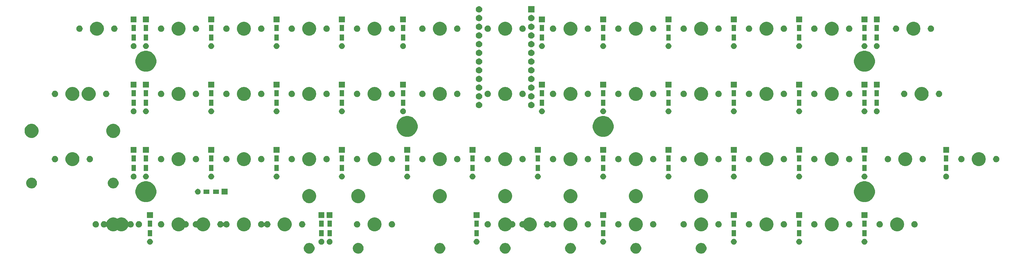
<source format=gbr>
G04 #@! TF.GenerationSoftware,KiCad,Pcbnew,(5.1.4)-1*
G04 #@! TF.CreationDate,2021-01-05T14:29:53-08:00*
G04 #@! TF.ProjectId,The-BKF-Ortho,5468652d-424b-4462-9d4f-7274686f2e6b,rev?*
G04 #@! TF.SameCoordinates,Original*
G04 #@! TF.FileFunction,Soldermask,Top*
G04 #@! TF.FilePolarity,Negative*
%FSLAX46Y46*%
G04 Gerber Fmt 4.6, Leading zero omitted, Abs format (unit mm)*
G04 Created by KiCad (PCBNEW (5.1.4)-1) date 2021-01-05 14:29:53*
%MOMM*%
%LPD*%
G04 APERTURE LIST*
%ADD10C,0.100000*%
G04 APERTURE END LIST*
D10*
G36*
X207628161Y-138820526D02*
G01*
X207685532Y-138844290D01*
X207914791Y-138939252D01*
X207980591Y-138983218D01*
X208172754Y-139111617D01*
X208392133Y-139330996D01*
X208507303Y-139503361D01*
X208564498Y-139588959D01*
X208634046Y-139756863D01*
X208683224Y-139875589D01*
X208743750Y-140179875D01*
X208743750Y-140490125D01*
X208683224Y-140794410D01*
X208564498Y-141081041D01*
X208564123Y-141081602D01*
X208392133Y-141339004D01*
X208172754Y-141558383D01*
X208000389Y-141673553D01*
X207914791Y-141730748D01*
X207746887Y-141800296D01*
X207628161Y-141849474D01*
X207323874Y-141910000D01*
X207321059Y-141910560D01*
X207007935Y-141910560D01*
X206703649Y-141850034D01*
X206584923Y-141800856D01*
X206417019Y-141731308D01*
X206331421Y-141674113D01*
X206159056Y-141558943D01*
X205939677Y-141339564D01*
X205767313Y-141081602D01*
X205767312Y-141081601D01*
X205648586Y-140794970D01*
X205648475Y-140794410D01*
X205588060Y-140490684D01*
X205588060Y-140180436D01*
X205588172Y-140179875D01*
X205648586Y-139876150D01*
X205767312Y-139589519D01*
X205824507Y-139503921D01*
X205939677Y-139331556D01*
X206159056Y-139112177D01*
X206331421Y-138997007D01*
X206417019Y-138939812D01*
X206647630Y-138844290D01*
X206703649Y-138821086D01*
X207007936Y-138760560D01*
X207010751Y-138760000D01*
X207323875Y-138760000D01*
X207628161Y-138820526D01*
X207628161Y-138820526D01*
G37*
G36*
X107470527Y-138790823D02*
G01*
X107622671Y-138821086D01*
X107678690Y-138844290D01*
X107909301Y-138939812D01*
X107994899Y-138997007D01*
X108167264Y-139112177D01*
X108386643Y-139331556D01*
X108501813Y-139503921D01*
X108559008Y-139589519D01*
X108677734Y-139876150D01*
X108738149Y-140179875D01*
X108738260Y-140180436D01*
X108738260Y-140490684D01*
X108677846Y-140794410D01*
X108677734Y-140794970D01*
X108559008Y-141081601D01*
X108559007Y-141081602D01*
X108386643Y-141339564D01*
X108167264Y-141558943D01*
X107994899Y-141674113D01*
X107909301Y-141731308D01*
X107741397Y-141800856D01*
X107622671Y-141850034D01*
X107318385Y-141910560D01*
X107008135Y-141910560D01*
X106703849Y-141850034D01*
X106585123Y-141800856D01*
X106417219Y-141731308D01*
X106331621Y-141674113D01*
X106159256Y-141558943D01*
X105939877Y-141339564D01*
X105767513Y-141081602D01*
X105767512Y-141081601D01*
X105648786Y-140794970D01*
X105648675Y-140794410D01*
X105588260Y-140490684D01*
X105588260Y-140180436D01*
X105588372Y-140179875D01*
X105648786Y-139876150D01*
X105767512Y-139589519D01*
X105824707Y-139503921D01*
X105939877Y-139331556D01*
X106159256Y-139112177D01*
X106331621Y-138997007D01*
X106417219Y-138939812D01*
X106647830Y-138844290D01*
X106703849Y-138821086D01*
X106855993Y-138790823D01*
X107008135Y-138760560D01*
X107318385Y-138760560D01*
X107470527Y-138790823D01*
X107470527Y-138790823D01*
G37*
G36*
X150478161Y-138820526D02*
G01*
X150535532Y-138844290D01*
X150764791Y-138939252D01*
X150830591Y-138983218D01*
X151022754Y-139111617D01*
X151242133Y-139330996D01*
X151357303Y-139503361D01*
X151414498Y-139588959D01*
X151484046Y-139756863D01*
X151533224Y-139875589D01*
X151593750Y-140179875D01*
X151593750Y-140490125D01*
X151533224Y-140794410D01*
X151414498Y-141081041D01*
X151414123Y-141081602D01*
X151242133Y-141339004D01*
X151022754Y-141558383D01*
X150850389Y-141673553D01*
X150764791Y-141730748D01*
X150596887Y-141800296D01*
X150478161Y-141849474D01*
X150326017Y-141879737D01*
X150173875Y-141910000D01*
X149863625Y-141910000D01*
X149711483Y-141879737D01*
X149559339Y-141849474D01*
X149440613Y-141800296D01*
X149272709Y-141730748D01*
X149187111Y-141673553D01*
X149014746Y-141558383D01*
X148795367Y-141339004D01*
X148623377Y-141081602D01*
X148623002Y-141081041D01*
X148504276Y-140794410D01*
X148443750Y-140490125D01*
X148443750Y-140179875D01*
X148504276Y-139875589D01*
X148553454Y-139756863D01*
X148623002Y-139588959D01*
X148680197Y-139503361D01*
X148795367Y-139330996D01*
X149014746Y-139111617D01*
X149206909Y-138983218D01*
X149272709Y-138939252D01*
X149501968Y-138844290D01*
X149559339Y-138820526D01*
X149863625Y-138760000D01*
X150173875Y-138760000D01*
X150478161Y-138820526D01*
X150478161Y-138820526D01*
G37*
G36*
X131428161Y-138820526D02*
G01*
X131485532Y-138844290D01*
X131714791Y-138939252D01*
X131780591Y-138983218D01*
X131972754Y-139111617D01*
X132192133Y-139330996D01*
X132307303Y-139503361D01*
X132364498Y-139588959D01*
X132434046Y-139756863D01*
X132483224Y-139875589D01*
X132543750Y-140179875D01*
X132543750Y-140490125D01*
X132483224Y-140794410D01*
X132364498Y-141081041D01*
X132364123Y-141081602D01*
X132192133Y-141339004D01*
X131972754Y-141558383D01*
X131800389Y-141673553D01*
X131714791Y-141730748D01*
X131546887Y-141800296D01*
X131428161Y-141849474D01*
X131276017Y-141879737D01*
X131123875Y-141910000D01*
X130813625Y-141910000D01*
X130661483Y-141879737D01*
X130509339Y-141849474D01*
X130390613Y-141800296D01*
X130222709Y-141730748D01*
X130137111Y-141673553D01*
X129964746Y-141558383D01*
X129745367Y-141339004D01*
X129573377Y-141081602D01*
X129573002Y-141081041D01*
X129454276Y-140794410D01*
X129393750Y-140490125D01*
X129393750Y-140179875D01*
X129454276Y-139875589D01*
X129503454Y-139756863D01*
X129573002Y-139588959D01*
X129630197Y-139503361D01*
X129745367Y-139330996D01*
X129964746Y-139111617D01*
X130156909Y-138983218D01*
X130222709Y-138939252D01*
X130451968Y-138844290D01*
X130509339Y-138820526D01*
X130813625Y-138760000D01*
X131123875Y-138760000D01*
X131428161Y-138820526D01*
X131428161Y-138820526D01*
G37*
G36*
X188578161Y-138820526D02*
G01*
X188635532Y-138844290D01*
X188864791Y-138939252D01*
X188930591Y-138983218D01*
X189122754Y-139111617D01*
X189342133Y-139330996D01*
X189457303Y-139503361D01*
X189514498Y-139588959D01*
X189584046Y-139756863D01*
X189633224Y-139875589D01*
X189693750Y-140179875D01*
X189693750Y-140490125D01*
X189633224Y-140794410D01*
X189514498Y-141081041D01*
X189514123Y-141081602D01*
X189342133Y-141339004D01*
X189122754Y-141558383D01*
X188950389Y-141673553D01*
X188864791Y-141730748D01*
X188696887Y-141800296D01*
X188578161Y-141849474D01*
X188426017Y-141879737D01*
X188273875Y-141910000D01*
X187963625Y-141910000D01*
X187811483Y-141879737D01*
X187659339Y-141849474D01*
X187540613Y-141800296D01*
X187372709Y-141730748D01*
X187287111Y-141673553D01*
X187114746Y-141558383D01*
X186895367Y-141339004D01*
X186723377Y-141081602D01*
X186723002Y-141081041D01*
X186604276Y-140794410D01*
X186543750Y-140490125D01*
X186543750Y-140179875D01*
X186604276Y-139875589D01*
X186653454Y-139756863D01*
X186723002Y-139588959D01*
X186780197Y-139503361D01*
X186895367Y-139330996D01*
X187114746Y-139111617D01*
X187306909Y-138983218D01*
X187372709Y-138939252D01*
X187601968Y-138844290D01*
X187659339Y-138820526D01*
X187963625Y-138760000D01*
X188273875Y-138760000D01*
X188578161Y-138820526D01*
X188578161Y-138820526D01*
G37*
G36*
X169528161Y-138820526D02*
G01*
X169585532Y-138844290D01*
X169814791Y-138939252D01*
X169880591Y-138983218D01*
X170072754Y-139111617D01*
X170292133Y-139330996D01*
X170407303Y-139503361D01*
X170464498Y-139588959D01*
X170534046Y-139756863D01*
X170583224Y-139875589D01*
X170643750Y-140179875D01*
X170643750Y-140490125D01*
X170583224Y-140794410D01*
X170464498Y-141081041D01*
X170464123Y-141081602D01*
X170292133Y-141339004D01*
X170072754Y-141558383D01*
X169900389Y-141673553D01*
X169814791Y-141730748D01*
X169646887Y-141800296D01*
X169528161Y-141849474D01*
X169376017Y-141879737D01*
X169223875Y-141910000D01*
X168913625Y-141910000D01*
X168761483Y-141879737D01*
X168609339Y-141849474D01*
X168490613Y-141800296D01*
X168322709Y-141730748D01*
X168237111Y-141673553D01*
X168064746Y-141558383D01*
X167845367Y-141339004D01*
X167673377Y-141081602D01*
X167673002Y-141081041D01*
X167554276Y-140794410D01*
X167493750Y-140490125D01*
X167493750Y-140179875D01*
X167554276Y-139875589D01*
X167603454Y-139756863D01*
X167673002Y-139588959D01*
X167730197Y-139503361D01*
X167845367Y-139330996D01*
X168064746Y-139111617D01*
X168256909Y-138983218D01*
X168322709Y-138939252D01*
X168551968Y-138844290D01*
X168609339Y-138820526D01*
X168913625Y-138760000D01*
X169223875Y-138760000D01*
X169528161Y-138820526D01*
X169528161Y-138820526D01*
G37*
G36*
X93328161Y-138820526D02*
G01*
X93385532Y-138844290D01*
X93614791Y-138939252D01*
X93680591Y-138983218D01*
X93872754Y-139111617D01*
X94092133Y-139330996D01*
X94207303Y-139503361D01*
X94264498Y-139588959D01*
X94334046Y-139756863D01*
X94383224Y-139875589D01*
X94443750Y-140179875D01*
X94443750Y-140490125D01*
X94383224Y-140794410D01*
X94264498Y-141081041D01*
X94264123Y-141081602D01*
X94092133Y-141339004D01*
X93872754Y-141558383D01*
X93700389Y-141673553D01*
X93614791Y-141730748D01*
X93446887Y-141800296D01*
X93328161Y-141849474D01*
X93176017Y-141879737D01*
X93023875Y-141910000D01*
X92713625Y-141910000D01*
X92561483Y-141879737D01*
X92409339Y-141849474D01*
X92290613Y-141800296D01*
X92122709Y-141730748D01*
X92037111Y-141673553D01*
X91864746Y-141558383D01*
X91645367Y-141339004D01*
X91473377Y-141081602D01*
X91473002Y-141081041D01*
X91354276Y-140794410D01*
X91293750Y-140490125D01*
X91293750Y-140179875D01*
X91354276Y-139875589D01*
X91403454Y-139756863D01*
X91473002Y-139588959D01*
X91530197Y-139503361D01*
X91645367Y-139330996D01*
X91864746Y-139111617D01*
X92056909Y-138983218D01*
X92122709Y-138939252D01*
X92351968Y-138844290D01*
X92409339Y-138820526D01*
X92713625Y-138760000D01*
X93023875Y-138760000D01*
X93328161Y-138820526D01*
X93328161Y-138820526D01*
G37*
G36*
X46682798Y-137622893D02*
G01*
X46837670Y-137687043D01*
X46977051Y-137780175D01*
X47095585Y-137898709D01*
X47188717Y-138038090D01*
X47252867Y-138192962D01*
X47285570Y-138357374D01*
X47285570Y-138525006D01*
X47252867Y-138689418D01*
X47188717Y-138844290D01*
X47095585Y-138983671D01*
X46977051Y-139102205D01*
X46837670Y-139195337D01*
X46682798Y-139259487D01*
X46518386Y-139292190D01*
X46350754Y-139292190D01*
X46186342Y-139259487D01*
X46031470Y-139195337D01*
X45892089Y-139102205D01*
X45773555Y-138983671D01*
X45680423Y-138844290D01*
X45616273Y-138689418D01*
X45583570Y-138525006D01*
X45583570Y-138357374D01*
X45616273Y-138192962D01*
X45680423Y-138038090D01*
X45773555Y-137898709D01*
X45892089Y-137780175D01*
X46031470Y-137687043D01*
X46186342Y-137622893D01*
X46350754Y-137590190D01*
X46518386Y-137590190D01*
X46682798Y-137622893D01*
X46682798Y-137622893D01*
G37*
G36*
X178842128Y-137622441D02*
G01*
X178997000Y-137686591D01*
X179136381Y-137779723D01*
X179254915Y-137898257D01*
X179348047Y-138037638D01*
X179412197Y-138192510D01*
X179444900Y-138356922D01*
X179444900Y-138524554D01*
X179412197Y-138688966D01*
X179348047Y-138843838D01*
X179254915Y-138983219D01*
X179136381Y-139101753D01*
X178997000Y-139194885D01*
X178842128Y-139259035D01*
X178677716Y-139291738D01*
X178510084Y-139291738D01*
X178345672Y-139259035D01*
X178190800Y-139194885D01*
X178051419Y-139101753D01*
X177932885Y-138983219D01*
X177839753Y-138843838D01*
X177775603Y-138688966D01*
X177742900Y-138524554D01*
X177742900Y-138356922D01*
X177775603Y-138192510D01*
X177839753Y-138037638D01*
X177932885Y-137898257D01*
X178051419Y-137779723D01*
X178190800Y-137686591D01*
X178345672Y-137622441D01*
X178510084Y-137589738D01*
X178677716Y-137589738D01*
X178842128Y-137622441D01*
X178842128Y-137622441D01*
G37*
G36*
X235992176Y-137622441D02*
G01*
X236147048Y-137686591D01*
X236286429Y-137779723D01*
X236404963Y-137898257D01*
X236498095Y-138037638D01*
X236562245Y-138192510D01*
X236594948Y-138356922D01*
X236594948Y-138524554D01*
X236562245Y-138688966D01*
X236498095Y-138843838D01*
X236404963Y-138983219D01*
X236286429Y-139101753D01*
X236147048Y-139194885D01*
X235992176Y-139259035D01*
X235827764Y-139291738D01*
X235660132Y-139291738D01*
X235495720Y-139259035D01*
X235340848Y-139194885D01*
X235201467Y-139101753D01*
X235082933Y-138983219D01*
X234989801Y-138843838D01*
X234925651Y-138688966D01*
X234892948Y-138524554D01*
X234892948Y-138356922D01*
X234925651Y-138192510D01*
X234989801Y-138037638D01*
X235082933Y-137898257D01*
X235201467Y-137779723D01*
X235340848Y-137686591D01*
X235495720Y-137622441D01*
X235660132Y-137589738D01*
X235827764Y-137589738D01*
X235992176Y-137622441D01*
X235992176Y-137622441D01*
G37*
G36*
X255042192Y-137622441D02*
G01*
X255197064Y-137686591D01*
X255336445Y-137779723D01*
X255454979Y-137898257D01*
X255548111Y-138037638D01*
X255612261Y-138192510D01*
X255644964Y-138356922D01*
X255644964Y-138524554D01*
X255612261Y-138688966D01*
X255548111Y-138843838D01*
X255454979Y-138983219D01*
X255336445Y-139101753D01*
X255197064Y-139194885D01*
X255042192Y-139259035D01*
X254877780Y-139291738D01*
X254710148Y-139291738D01*
X254545736Y-139259035D01*
X254390864Y-139194885D01*
X254251483Y-139101753D01*
X254132949Y-138983219D01*
X254039817Y-138843838D01*
X253975667Y-138688966D01*
X253942964Y-138524554D01*
X253942964Y-138356922D01*
X253975667Y-138192510D01*
X254039817Y-138037638D01*
X254132949Y-137898257D01*
X254251483Y-137779723D01*
X254390864Y-137686591D01*
X254545736Y-137622441D01*
X254710148Y-137589738D01*
X254877780Y-137589738D01*
X255042192Y-137622441D01*
X255042192Y-137622441D01*
G37*
G36*
X216942160Y-137622441D02*
G01*
X217097032Y-137686591D01*
X217236413Y-137779723D01*
X217354947Y-137898257D01*
X217448079Y-138037638D01*
X217512229Y-138192510D01*
X217544932Y-138356922D01*
X217544932Y-138524554D01*
X217512229Y-138688966D01*
X217448079Y-138843838D01*
X217354947Y-138983219D01*
X217236413Y-139101753D01*
X217097032Y-139194885D01*
X216942160Y-139259035D01*
X216777748Y-139291738D01*
X216610116Y-139291738D01*
X216445704Y-139259035D01*
X216290832Y-139194885D01*
X216151451Y-139101753D01*
X216032917Y-138983219D01*
X215939785Y-138843838D01*
X215875635Y-138688966D01*
X215842932Y-138524554D01*
X215842932Y-138356922D01*
X215875635Y-138192510D01*
X215939785Y-138037638D01*
X216032917Y-137898257D01*
X216151451Y-137779723D01*
X216290832Y-137686591D01*
X216445704Y-137622441D01*
X216610116Y-137589738D01*
X216777748Y-137589738D01*
X216942160Y-137622441D01*
X216942160Y-137622441D01*
G37*
G36*
X96688934Y-137622441D02*
G01*
X96843806Y-137686591D01*
X96983187Y-137779723D01*
X97101721Y-137898257D01*
X97194853Y-138037638D01*
X97259003Y-138192510D01*
X97291706Y-138356922D01*
X97291706Y-138524554D01*
X97259003Y-138688966D01*
X97194853Y-138843838D01*
X97101721Y-138983219D01*
X96983187Y-139101753D01*
X96843806Y-139194885D01*
X96688934Y-139259035D01*
X96524522Y-139291738D01*
X96356890Y-139291738D01*
X96192478Y-139259035D01*
X96037606Y-139194885D01*
X95898225Y-139101753D01*
X95779691Y-138983219D01*
X95686559Y-138843838D01*
X95622409Y-138688966D01*
X95589706Y-138524554D01*
X95589706Y-138356922D01*
X95622409Y-138192510D01*
X95686559Y-138037638D01*
X95779691Y-137898257D01*
X95898225Y-137779723D01*
X96037606Y-137686591D01*
X96192478Y-137622441D01*
X96356890Y-137589738D01*
X96524522Y-137589738D01*
X96688934Y-137622441D01*
X96688934Y-137622441D01*
G37*
G36*
X141932722Y-137622441D02*
G01*
X142087594Y-137686591D01*
X142226975Y-137779723D01*
X142345509Y-137898257D01*
X142438641Y-138037638D01*
X142502791Y-138192510D01*
X142535494Y-138356922D01*
X142535494Y-138524554D01*
X142502791Y-138688966D01*
X142438641Y-138843838D01*
X142345509Y-138983219D01*
X142226975Y-139101753D01*
X142087594Y-139194885D01*
X141932722Y-139259035D01*
X141768310Y-139291738D01*
X141600678Y-139291738D01*
X141436266Y-139259035D01*
X141281394Y-139194885D01*
X141142013Y-139101753D01*
X141023479Y-138983219D01*
X140930347Y-138843838D01*
X140866197Y-138688966D01*
X140833494Y-138524554D01*
X140833494Y-138356922D01*
X140866197Y-138192510D01*
X140930347Y-138037638D01*
X141023479Y-137898257D01*
X141142013Y-137779723D01*
X141281394Y-137686591D01*
X141436266Y-137622441D01*
X141600678Y-137589738D01*
X141768310Y-137589738D01*
X141932722Y-137622441D01*
X141932722Y-137622441D01*
G37*
G36*
X99070186Y-137622441D02*
G01*
X99225058Y-137686591D01*
X99364439Y-137779723D01*
X99482973Y-137898257D01*
X99576105Y-138037638D01*
X99640255Y-138192510D01*
X99672958Y-138356922D01*
X99672958Y-138524554D01*
X99640255Y-138688966D01*
X99576105Y-138843838D01*
X99482973Y-138983219D01*
X99364439Y-139101753D01*
X99225058Y-139194885D01*
X99070186Y-139259035D01*
X98905774Y-139291738D01*
X98738142Y-139291738D01*
X98573730Y-139259035D01*
X98418858Y-139194885D01*
X98279477Y-139101753D01*
X98160943Y-138983219D01*
X98067811Y-138843838D01*
X98003661Y-138688966D01*
X97970958Y-138524554D01*
X97970958Y-138356922D01*
X98003661Y-138192510D01*
X98067811Y-138037638D01*
X98160943Y-137898257D01*
X98279477Y-137779723D01*
X98418858Y-137686591D01*
X98573730Y-137622441D01*
X98738142Y-137589738D01*
X98905774Y-137589738D01*
X99070186Y-137622441D01*
X99070186Y-137622441D01*
G37*
G36*
X47085570Y-136792190D02*
G01*
X45783570Y-136792190D01*
X45783570Y-135090190D01*
X47085570Y-135090190D01*
X47085570Y-136792190D01*
X47085570Y-136792190D01*
G37*
G36*
X99472958Y-136791738D02*
G01*
X98170958Y-136791738D01*
X98170958Y-135089738D01*
X99472958Y-135089738D01*
X99472958Y-136791738D01*
X99472958Y-136791738D01*
G37*
G36*
X179244900Y-136791738D02*
G01*
X177942900Y-136791738D01*
X177942900Y-135089738D01*
X179244900Y-135089738D01*
X179244900Y-136791738D01*
X179244900Y-136791738D01*
G37*
G36*
X97091706Y-136791738D02*
G01*
X95789706Y-136791738D01*
X95789706Y-135089738D01*
X97091706Y-135089738D01*
X97091706Y-136791738D01*
X97091706Y-136791738D01*
G37*
G36*
X255444964Y-136791738D02*
G01*
X254142964Y-136791738D01*
X254142964Y-135089738D01*
X255444964Y-135089738D01*
X255444964Y-136791738D01*
X255444964Y-136791738D01*
G37*
G36*
X236394948Y-136791738D02*
G01*
X235092948Y-136791738D01*
X235092948Y-135089738D01*
X236394948Y-135089738D01*
X236394948Y-136791738D01*
X236394948Y-136791738D01*
G37*
G36*
X142335494Y-136791738D02*
G01*
X141033494Y-136791738D01*
X141033494Y-135089738D01*
X142335494Y-135089738D01*
X142335494Y-136791738D01*
X142335494Y-136791738D01*
G37*
G36*
X217344932Y-136791738D02*
G01*
X216042932Y-136791738D01*
X216042932Y-135089738D01*
X217344932Y-135089738D01*
X217344932Y-136791738D01*
X217344932Y-136791738D01*
G37*
G36*
X36315224Y-131383684D02*
G01*
X36533224Y-131473983D01*
X36687373Y-131537833D01*
X36840434Y-131640105D01*
X36862039Y-131651653D01*
X36885488Y-131658766D01*
X36909874Y-131661168D01*
X36934260Y-131658766D01*
X36957709Y-131651653D01*
X36979315Y-131640105D01*
X37131537Y-131538393D01*
X37285686Y-131474543D01*
X37503686Y-131384244D01*
X37898754Y-131305660D01*
X38301566Y-131305660D01*
X38696634Y-131384244D01*
X38914634Y-131474543D01*
X39068783Y-131538393D01*
X39403708Y-131762183D01*
X39688537Y-132047012D01*
X39912327Y-132381937D01*
X39944722Y-132460146D01*
X40000341Y-132594423D01*
X40011892Y-132616034D01*
X40027437Y-132634976D01*
X40046379Y-132650521D01*
X40067990Y-132662072D01*
X40091439Y-132669185D01*
X40115825Y-132671587D01*
X40140211Y-132669185D01*
X40163660Y-132662072D01*
X40185271Y-132650521D01*
X40204202Y-132634985D01*
X40208459Y-132630728D01*
X40360124Y-132529389D01*
X40528646Y-132459585D01*
X40707547Y-132424000D01*
X40889953Y-132424000D01*
X41068854Y-132459585D01*
X41237376Y-132529389D01*
X41389041Y-132630728D01*
X41518022Y-132759709D01*
X41619361Y-132911374D01*
X41689165Y-133079896D01*
X41724750Y-133258797D01*
X41724750Y-133441203D01*
X41689165Y-133620104D01*
X41619361Y-133788626D01*
X41518022Y-133940291D01*
X41389041Y-134069272D01*
X41237376Y-134170611D01*
X41068854Y-134240415D01*
X40889953Y-134276000D01*
X40707547Y-134276000D01*
X40528646Y-134240415D01*
X40360124Y-134170611D01*
X40208459Y-134069272D01*
X40204530Y-134065343D01*
X40185599Y-134049807D01*
X40163988Y-134038256D01*
X40140539Y-134031143D01*
X40116153Y-134028741D01*
X40091767Y-134031143D01*
X40068318Y-134038256D01*
X40046707Y-134049807D01*
X40027765Y-134065352D01*
X40012220Y-134084294D01*
X40000670Y-134105903D01*
X39912327Y-134319183D01*
X39688537Y-134654108D01*
X39403708Y-134938937D01*
X39068783Y-135162727D01*
X38914634Y-135226577D01*
X38696634Y-135316876D01*
X38301566Y-135395460D01*
X37898754Y-135395460D01*
X37503686Y-135316876D01*
X37285686Y-135226577D01*
X37131537Y-135162727D01*
X36978476Y-135060455D01*
X36956871Y-135048907D01*
X36933422Y-135041794D01*
X36909036Y-135039392D01*
X36884650Y-135041794D01*
X36861201Y-135048907D01*
X36839595Y-135060455D01*
X36687373Y-135162167D01*
X36533224Y-135226017D01*
X36315224Y-135316316D01*
X35920156Y-135394900D01*
X35517344Y-135394900D01*
X35122276Y-135316316D01*
X34904276Y-135226017D01*
X34750127Y-135162167D01*
X34415202Y-134938377D01*
X34130373Y-134653548D01*
X33906583Y-134318623D01*
X33818568Y-134106136D01*
X33807018Y-134084526D01*
X33791473Y-134065584D01*
X33772531Y-134050039D01*
X33750920Y-134038488D01*
X33727471Y-134031375D01*
X33703085Y-134028973D01*
X33678699Y-134031375D01*
X33655250Y-134038488D01*
X33633639Y-134050039D01*
X33614708Y-134065575D01*
X33610451Y-134069832D01*
X33458786Y-134171171D01*
X33290264Y-134240975D01*
X33111363Y-134276560D01*
X32928957Y-134276560D01*
X32750056Y-134240975D01*
X32581534Y-134171171D01*
X32429869Y-134069832D01*
X32300888Y-133940851D01*
X32199549Y-133789186D01*
X32129745Y-133620664D01*
X32094160Y-133441763D01*
X32094160Y-133259357D01*
X32129745Y-133080456D01*
X32199549Y-132911934D01*
X32300888Y-132760269D01*
X32429869Y-132631288D01*
X32581534Y-132529949D01*
X32750056Y-132460145D01*
X32928957Y-132424560D01*
X33111363Y-132424560D01*
X33290264Y-132460145D01*
X33458786Y-132529949D01*
X33610451Y-132631288D01*
X33614380Y-132635217D01*
X33633311Y-132650753D01*
X33654922Y-132662304D01*
X33678371Y-132669417D01*
X33702757Y-132671819D01*
X33727143Y-132669417D01*
X33750592Y-132662304D01*
X33772203Y-132650753D01*
X33791145Y-132635208D01*
X33806690Y-132616266D01*
X33818241Y-132594655D01*
X33873956Y-132460146D01*
X33906583Y-132381377D01*
X34130373Y-132046452D01*
X34415202Y-131761623D01*
X34750127Y-131537833D01*
X34904276Y-131473983D01*
X35122276Y-131383684D01*
X35517344Y-131305100D01*
X35920156Y-131305100D01*
X36315224Y-131383684D01*
X36315224Y-131383684D01*
G37*
G36*
X86321834Y-131384244D02*
G01*
X86539834Y-131474543D01*
X86693983Y-131538393D01*
X87028908Y-131762183D01*
X87313737Y-132047012D01*
X87537527Y-132381937D01*
X87569922Y-132460146D01*
X87691676Y-132754086D01*
X87770260Y-133149154D01*
X87770260Y-133551966D01*
X87691676Y-133947034D01*
X87640811Y-134069832D01*
X87537527Y-134319183D01*
X87313737Y-134654108D01*
X87028908Y-134938937D01*
X86693983Y-135162727D01*
X86539834Y-135226577D01*
X86321834Y-135316876D01*
X85926766Y-135395460D01*
X85523954Y-135395460D01*
X85128886Y-135316876D01*
X84910886Y-135226577D01*
X84756737Y-135162727D01*
X84421812Y-134938937D01*
X84136983Y-134654108D01*
X83913193Y-134319183D01*
X83809909Y-134069832D01*
X83759044Y-133947034D01*
X83680460Y-133551966D01*
X83680460Y-133149154D01*
X83759044Y-132754086D01*
X83880798Y-132460146D01*
X83913193Y-132381937D01*
X84136983Y-132047012D01*
X84421812Y-131762183D01*
X84756737Y-131538393D01*
X84910886Y-131474543D01*
X85128886Y-131384244D01*
X85523954Y-131305660D01*
X85926766Y-131305660D01*
X86321834Y-131384244D01*
X86321834Y-131384244D01*
G37*
G36*
X157759634Y-131384244D02*
G01*
X157977634Y-131474543D01*
X158131783Y-131538393D01*
X158466708Y-131762183D01*
X158751537Y-132047012D01*
X158975327Y-132381937D01*
X159007722Y-132460146D01*
X159129476Y-132754086D01*
X159208060Y-133149154D01*
X159208060Y-133551966D01*
X159129476Y-133947034D01*
X159078611Y-134069832D01*
X158975327Y-134319183D01*
X158751537Y-134654108D01*
X158466708Y-134938937D01*
X158131783Y-135162727D01*
X157977634Y-135226577D01*
X157759634Y-135316876D01*
X157364566Y-135395460D01*
X156961754Y-135395460D01*
X156566686Y-135316876D01*
X156348686Y-135226577D01*
X156194537Y-135162727D01*
X155859612Y-134938937D01*
X155574783Y-134654108D01*
X155353028Y-134322229D01*
X155337489Y-134303294D01*
X155318547Y-134287749D01*
X155296936Y-134276198D01*
X155273487Y-134269085D01*
X155249101Y-134266683D01*
X155224721Y-134269084D01*
X155189953Y-134276000D01*
X155007547Y-134276000D01*
X154828646Y-134240415D01*
X154660124Y-134170611D01*
X154508459Y-134069272D01*
X154379478Y-133940291D01*
X154278139Y-133788626D01*
X154208335Y-133620104D01*
X154172750Y-133441203D01*
X154172750Y-133258797D01*
X154208335Y-133079896D01*
X154278139Y-132911374D01*
X154379478Y-132759709D01*
X154508459Y-132630728D01*
X154660124Y-132529389D01*
X154828646Y-132459585D01*
X155007547Y-132424000D01*
X155189953Y-132424000D01*
X155225378Y-132431046D01*
X155249760Y-132433448D01*
X155274146Y-132431046D01*
X155297595Y-132423933D01*
X155319206Y-132412382D01*
X155338148Y-132396837D01*
X155353694Y-132377895D01*
X155353741Y-132377825D01*
X155574783Y-132047012D01*
X155859612Y-131762183D01*
X156194537Y-131538393D01*
X156348686Y-131474543D01*
X156566686Y-131384244D01*
X156961754Y-131305660D01*
X157364566Y-131305660D01*
X157759634Y-131384244D01*
X157759634Y-131384244D01*
G37*
G36*
X62509234Y-131384244D02*
G01*
X62727234Y-131474543D01*
X62881383Y-131538393D01*
X63216308Y-131762183D01*
X63501137Y-132047012D01*
X63724927Y-132381937D01*
X63757322Y-132460146D01*
X63879076Y-132754086D01*
X63957660Y-133149154D01*
X63957660Y-133551966D01*
X63879076Y-133947034D01*
X63828211Y-134069832D01*
X63724927Y-134319183D01*
X63501137Y-134654108D01*
X63216308Y-134938937D01*
X62881383Y-135162727D01*
X62727234Y-135226577D01*
X62509234Y-135316876D01*
X62114166Y-135395460D01*
X61711354Y-135395460D01*
X61316286Y-135316876D01*
X61098286Y-135226577D01*
X60944137Y-135162727D01*
X60609212Y-134938937D01*
X60324383Y-134654108D01*
X60102678Y-134322303D01*
X60087136Y-134303365D01*
X60068194Y-134287820D01*
X60046583Y-134276269D01*
X60023134Y-134269156D01*
X59998748Y-134266754D01*
X59974363Y-134269156D01*
X59939955Y-134276000D01*
X59757547Y-134276000D01*
X59578646Y-134240415D01*
X59410124Y-134170611D01*
X59258459Y-134069272D01*
X59129478Y-133940291D01*
X59028139Y-133788626D01*
X58958335Y-133620104D01*
X58922750Y-133441203D01*
X58922750Y-133258797D01*
X58958335Y-133079896D01*
X59028139Y-132911374D01*
X59129478Y-132759709D01*
X59258459Y-132630728D01*
X59410124Y-132529389D01*
X59578646Y-132459585D01*
X59757547Y-132424000D01*
X59939953Y-132424000D01*
X59975028Y-132430977D01*
X59999407Y-132433378D01*
X60023793Y-132430976D01*
X60047242Y-132423863D01*
X60068853Y-132412313D01*
X60087795Y-132396767D01*
X60103341Y-132377825D01*
X60324383Y-132047012D01*
X60609212Y-131762183D01*
X60944137Y-131538393D01*
X61098286Y-131474543D01*
X61316286Y-131384244D01*
X61711354Y-131305660D01*
X62114166Y-131305660D01*
X62509234Y-131384244D01*
X62509234Y-131384244D01*
G37*
G36*
X74415224Y-131383684D02*
G01*
X74633224Y-131473983D01*
X74787373Y-131537833D01*
X75122298Y-131761623D01*
X75407127Y-132046452D01*
X75630917Y-132381377D01*
X75663544Y-132460146D01*
X75785066Y-132753526D01*
X75863650Y-133148594D01*
X75863650Y-133551406D01*
X75785066Y-133946474D01*
X75734201Y-134069272D01*
X75630917Y-134318623D01*
X75407127Y-134653548D01*
X75122298Y-134938377D01*
X74787373Y-135162167D01*
X74633224Y-135226017D01*
X74415224Y-135316316D01*
X74020156Y-135394900D01*
X73617344Y-135394900D01*
X73222276Y-135316316D01*
X73004276Y-135226017D01*
X72850127Y-135162167D01*
X72515202Y-134938377D01*
X72230373Y-134653548D01*
X72006583Y-134318623D01*
X71903299Y-134069272D01*
X71852434Y-133946474D01*
X71773850Y-133551406D01*
X71773850Y-133148594D01*
X71852434Y-132753526D01*
X71973956Y-132460146D01*
X72006583Y-132381377D01*
X72230373Y-132046452D01*
X72515202Y-131761623D01*
X72850127Y-131537833D01*
X73004276Y-131473983D01*
X73222276Y-131383684D01*
X73617344Y-131305100D01*
X74020156Y-131305100D01*
X74415224Y-131383684D01*
X74415224Y-131383684D01*
G37*
G36*
X150615224Y-131383684D02*
G01*
X150833224Y-131473983D01*
X150987373Y-131537833D01*
X151322298Y-131761623D01*
X151607127Y-132046452D01*
X151828882Y-132378331D01*
X151844421Y-132397266D01*
X151863363Y-132412811D01*
X151884974Y-132424362D01*
X151908423Y-132431475D01*
X151932809Y-132433877D01*
X151957189Y-132431476D01*
X151991957Y-132424560D01*
X152174363Y-132424560D01*
X152353264Y-132460145D01*
X152521786Y-132529949D01*
X152673451Y-132631288D01*
X152802432Y-132760269D01*
X152903771Y-132911934D01*
X152973575Y-133080456D01*
X153009160Y-133259357D01*
X153009160Y-133441763D01*
X152973575Y-133620664D01*
X152903771Y-133789186D01*
X152802432Y-133940851D01*
X152673451Y-134069832D01*
X152521786Y-134171171D01*
X152353264Y-134240975D01*
X152174363Y-134276560D01*
X151991957Y-134276560D01*
X151956532Y-134269514D01*
X151932150Y-134267112D01*
X151907764Y-134269514D01*
X151884315Y-134276627D01*
X151862704Y-134288178D01*
X151843762Y-134303723D01*
X151828217Y-134322664D01*
X151607127Y-134653548D01*
X151322298Y-134938377D01*
X150987373Y-135162167D01*
X150833224Y-135226017D01*
X150615224Y-135316316D01*
X150220156Y-135394900D01*
X149817344Y-135394900D01*
X149422276Y-135316316D01*
X149204276Y-135226017D01*
X149050127Y-135162167D01*
X148715202Y-134938377D01*
X148430373Y-134653548D01*
X148206583Y-134318623D01*
X148103299Y-134069272D01*
X148052434Y-133946474D01*
X147973850Y-133551406D01*
X147973850Y-133148594D01*
X148052434Y-132753526D01*
X148173956Y-132460146D01*
X148206583Y-132381377D01*
X148430373Y-132046452D01*
X148715202Y-131761623D01*
X149050127Y-131537833D01*
X149204276Y-131473983D01*
X149422276Y-131383684D01*
X149817344Y-131305100D01*
X150220156Y-131305100D01*
X150615224Y-131383684D01*
X150615224Y-131383684D01*
G37*
G36*
X112515224Y-131383684D02*
G01*
X112733224Y-131473983D01*
X112887373Y-131537833D01*
X113222298Y-131761623D01*
X113507127Y-132046452D01*
X113730917Y-132381377D01*
X113763544Y-132460146D01*
X113885066Y-132753526D01*
X113963650Y-133148594D01*
X113963650Y-133551406D01*
X113885066Y-133946474D01*
X113834201Y-134069272D01*
X113730917Y-134318623D01*
X113507127Y-134653548D01*
X113222298Y-134938377D01*
X112887373Y-135162167D01*
X112733224Y-135226017D01*
X112515224Y-135316316D01*
X112120156Y-135394900D01*
X111717344Y-135394900D01*
X111322276Y-135316316D01*
X111104276Y-135226017D01*
X110950127Y-135162167D01*
X110615202Y-134938377D01*
X110330373Y-134653548D01*
X110106583Y-134318623D01*
X110003299Y-134069272D01*
X109952434Y-133946474D01*
X109873850Y-133551406D01*
X109873850Y-133148594D01*
X109952434Y-132753526D01*
X110073956Y-132460146D01*
X110106583Y-132381377D01*
X110330373Y-132046452D01*
X110615202Y-131761623D01*
X110950127Y-131537833D01*
X111104276Y-131473983D01*
X111322276Y-131383684D01*
X111717344Y-131305100D01*
X112120156Y-131305100D01*
X112515224Y-131383684D01*
X112515224Y-131383684D01*
G37*
G36*
X207765224Y-131383684D02*
G01*
X207983224Y-131473983D01*
X208137373Y-131537833D01*
X208472298Y-131761623D01*
X208757127Y-132046452D01*
X208980917Y-132381377D01*
X209013544Y-132460146D01*
X209135066Y-132753526D01*
X209213650Y-133148594D01*
X209213650Y-133551406D01*
X209135066Y-133946474D01*
X209084201Y-134069272D01*
X208980917Y-134318623D01*
X208757127Y-134653548D01*
X208472298Y-134938377D01*
X208137373Y-135162167D01*
X207983224Y-135226017D01*
X207765224Y-135316316D01*
X207370156Y-135394900D01*
X206967344Y-135394900D01*
X206572276Y-135316316D01*
X206354276Y-135226017D01*
X206200127Y-135162167D01*
X205865202Y-134938377D01*
X205580373Y-134653548D01*
X205356583Y-134318623D01*
X205253299Y-134069272D01*
X205202434Y-133946474D01*
X205123850Y-133551406D01*
X205123850Y-133148594D01*
X205202434Y-132753526D01*
X205323956Y-132460146D01*
X205356583Y-132381377D01*
X205580373Y-132046452D01*
X205865202Y-131761623D01*
X206200127Y-131537833D01*
X206354276Y-131473983D01*
X206572276Y-131383684D01*
X206967344Y-131305100D01*
X207370156Y-131305100D01*
X207765224Y-131383684D01*
X207765224Y-131383684D01*
G37*
G36*
X169665224Y-131383684D02*
G01*
X169883224Y-131473983D01*
X170037373Y-131537833D01*
X170372298Y-131761623D01*
X170657127Y-132046452D01*
X170880917Y-132381377D01*
X170913544Y-132460146D01*
X171035066Y-132753526D01*
X171113650Y-133148594D01*
X171113650Y-133551406D01*
X171035066Y-133946474D01*
X170984201Y-134069272D01*
X170880917Y-134318623D01*
X170657127Y-134653548D01*
X170372298Y-134938377D01*
X170037373Y-135162167D01*
X169883224Y-135226017D01*
X169665224Y-135316316D01*
X169270156Y-135394900D01*
X168867344Y-135394900D01*
X168472276Y-135316316D01*
X168254276Y-135226017D01*
X168100127Y-135162167D01*
X167765202Y-134938377D01*
X167480373Y-134653548D01*
X167256583Y-134318623D01*
X167153299Y-134069272D01*
X167102434Y-133946474D01*
X167023850Y-133551406D01*
X167023850Y-133148594D01*
X167102434Y-132753526D01*
X167223956Y-132460146D01*
X167256583Y-132381377D01*
X167480373Y-132046452D01*
X167765202Y-131761623D01*
X168100127Y-131537833D01*
X168254276Y-131473983D01*
X168472276Y-131383684D01*
X168867344Y-131305100D01*
X169270156Y-131305100D01*
X169665224Y-131383684D01*
X169665224Y-131383684D01*
G37*
G36*
X188715224Y-131383684D02*
G01*
X188933224Y-131473983D01*
X189087373Y-131537833D01*
X189422298Y-131761623D01*
X189707127Y-132046452D01*
X189930917Y-132381377D01*
X189963544Y-132460146D01*
X190085066Y-132753526D01*
X190163650Y-133148594D01*
X190163650Y-133551406D01*
X190085066Y-133946474D01*
X190034201Y-134069272D01*
X189930917Y-134318623D01*
X189707127Y-134653548D01*
X189422298Y-134938377D01*
X189087373Y-135162167D01*
X188933224Y-135226017D01*
X188715224Y-135316316D01*
X188320156Y-135394900D01*
X187917344Y-135394900D01*
X187522276Y-135316316D01*
X187304276Y-135226017D01*
X187150127Y-135162167D01*
X186815202Y-134938377D01*
X186530373Y-134653548D01*
X186306583Y-134318623D01*
X186203299Y-134069272D01*
X186152434Y-133946474D01*
X186073850Y-133551406D01*
X186073850Y-133148594D01*
X186152434Y-132753526D01*
X186273956Y-132460146D01*
X186306583Y-132381377D01*
X186530373Y-132046452D01*
X186815202Y-131761623D01*
X187150127Y-131537833D01*
X187304276Y-131473983D01*
X187522276Y-131383684D01*
X187917344Y-131305100D01*
X188320156Y-131305100D01*
X188715224Y-131383684D01*
X188715224Y-131383684D01*
G37*
G36*
X55365224Y-131383684D02*
G01*
X55583224Y-131473983D01*
X55737373Y-131537833D01*
X56072298Y-131761623D01*
X56357127Y-132046452D01*
X56578832Y-132378257D01*
X56594374Y-132397195D01*
X56613316Y-132412740D01*
X56634927Y-132424291D01*
X56658376Y-132431404D01*
X56682762Y-132433806D01*
X56707147Y-132431404D01*
X56741555Y-132424560D01*
X56923963Y-132424560D01*
X57102864Y-132460145D01*
X57271386Y-132529949D01*
X57423051Y-132631288D01*
X57552032Y-132760269D01*
X57653371Y-132911934D01*
X57723175Y-133080456D01*
X57758760Y-133259357D01*
X57758760Y-133441763D01*
X57723175Y-133620664D01*
X57653371Y-133789186D01*
X57552032Y-133940851D01*
X57423051Y-134069832D01*
X57271386Y-134171171D01*
X57102864Y-134240975D01*
X56923963Y-134276560D01*
X56741557Y-134276560D01*
X56706482Y-134269583D01*
X56682103Y-134267182D01*
X56657717Y-134269584D01*
X56634268Y-134276697D01*
X56612657Y-134288247D01*
X56593715Y-134303793D01*
X56578171Y-134322732D01*
X56357127Y-134653548D01*
X56072298Y-134938377D01*
X55737373Y-135162167D01*
X55583224Y-135226017D01*
X55365224Y-135316316D01*
X54970156Y-135394900D01*
X54567344Y-135394900D01*
X54172276Y-135316316D01*
X53954276Y-135226017D01*
X53800127Y-135162167D01*
X53465202Y-134938377D01*
X53180373Y-134653548D01*
X52956583Y-134318623D01*
X52853299Y-134069272D01*
X52802434Y-133946474D01*
X52723850Y-133551406D01*
X52723850Y-133148594D01*
X52802434Y-132753526D01*
X52923956Y-132460146D01*
X52956583Y-132381377D01*
X53180373Y-132046452D01*
X53465202Y-131761623D01*
X53800127Y-131537833D01*
X53954276Y-131473983D01*
X54172276Y-131383684D01*
X54567344Y-131305100D01*
X54970156Y-131305100D01*
X55365224Y-131383684D01*
X55365224Y-131383684D01*
G37*
G36*
X264915224Y-131383684D02*
G01*
X265133224Y-131473983D01*
X265287373Y-131537833D01*
X265622298Y-131761623D01*
X265907127Y-132046452D01*
X266130917Y-132381377D01*
X266163544Y-132460146D01*
X266285066Y-132753526D01*
X266363650Y-133148594D01*
X266363650Y-133551406D01*
X266285066Y-133946474D01*
X266234201Y-134069272D01*
X266130917Y-134318623D01*
X265907127Y-134653548D01*
X265622298Y-134938377D01*
X265287373Y-135162167D01*
X265133224Y-135226017D01*
X264915224Y-135316316D01*
X264520156Y-135394900D01*
X264117344Y-135394900D01*
X263722276Y-135316316D01*
X263504276Y-135226017D01*
X263350127Y-135162167D01*
X263015202Y-134938377D01*
X262730373Y-134653548D01*
X262506583Y-134318623D01*
X262403299Y-134069272D01*
X262352434Y-133946474D01*
X262273850Y-133551406D01*
X262273850Y-133148594D01*
X262352434Y-132753526D01*
X262473956Y-132460146D01*
X262506583Y-132381377D01*
X262730373Y-132046452D01*
X263015202Y-131761623D01*
X263350127Y-131537833D01*
X263504276Y-131473983D01*
X263722276Y-131383684D01*
X264117344Y-131305100D01*
X264520156Y-131305100D01*
X264915224Y-131383684D01*
X264915224Y-131383684D01*
G37*
G36*
X245865224Y-131383684D02*
G01*
X246083224Y-131473983D01*
X246237373Y-131537833D01*
X246572298Y-131761623D01*
X246857127Y-132046452D01*
X247080917Y-132381377D01*
X247113544Y-132460146D01*
X247235066Y-132753526D01*
X247313650Y-133148594D01*
X247313650Y-133551406D01*
X247235066Y-133946474D01*
X247184201Y-134069272D01*
X247080917Y-134318623D01*
X246857127Y-134653548D01*
X246572298Y-134938377D01*
X246237373Y-135162167D01*
X246083224Y-135226017D01*
X245865224Y-135316316D01*
X245470156Y-135394900D01*
X245067344Y-135394900D01*
X244672276Y-135316316D01*
X244454276Y-135226017D01*
X244300127Y-135162167D01*
X243965202Y-134938377D01*
X243680373Y-134653548D01*
X243456583Y-134318623D01*
X243353299Y-134069272D01*
X243302434Y-133946474D01*
X243223850Y-133551406D01*
X243223850Y-133148594D01*
X243302434Y-132753526D01*
X243423956Y-132460146D01*
X243456583Y-132381377D01*
X243680373Y-132046452D01*
X243965202Y-131761623D01*
X244300127Y-131537833D01*
X244454276Y-131473983D01*
X244672276Y-131383684D01*
X245067344Y-131305100D01*
X245470156Y-131305100D01*
X245865224Y-131383684D01*
X245865224Y-131383684D01*
G37*
G36*
X226815224Y-131383684D02*
G01*
X227033224Y-131473983D01*
X227187373Y-131537833D01*
X227522298Y-131761623D01*
X227807127Y-132046452D01*
X228030917Y-132381377D01*
X228063544Y-132460146D01*
X228185066Y-132753526D01*
X228263650Y-133148594D01*
X228263650Y-133551406D01*
X228185066Y-133946474D01*
X228134201Y-134069272D01*
X228030917Y-134318623D01*
X227807127Y-134653548D01*
X227522298Y-134938377D01*
X227187373Y-135162167D01*
X227033224Y-135226017D01*
X226815224Y-135316316D01*
X226420156Y-135394900D01*
X226017344Y-135394900D01*
X225622276Y-135316316D01*
X225404276Y-135226017D01*
X225250127Y-135162167D01*
X224915202Y-134938377D01*
X224630373Y-134653548D01*
X224406583Y-134318623D01*
X224303299Y-134069272D01*
X224252434Y-133946474D01*
X224173850Y-133551406D01*
X224173850Y-133148594D01*
X224252434Y-132753526D01*
X224373956Y-132460146D01*
X224406583Y-132381377D01*
X224630373Y-132046452D01*
X224915202Y-131761623D01*
X225250127Y-131537833D01*
X225404276Y-131473983D01*
X225622276Y-131383684D01*
X226017344Y-131305100D01*
X226420156Y-131305100D01*
X226815224Y-131383684D01*
X226815224Y-131383684D01*
G37*
G36*
X91075464Y-132460145D02*
G01*
X91243986Y-132529949D01*
X91395651Y-132631288D01*
X91524632Y-132760269D01*
X91625971Y-132911934D01*
X91695775Y-133080456D01*
X91731360Y-133259357D01*
X91731360Y-133441763D01*
X91695775Y-133620664D01*
X91625971Y-133789186D01*
X91524632Y-133940851D01*
X91395651Y-134069832D01*
X91243986Y-134171171D01*
X91075464Y-134240975D01*
X90896563Y-134276560D01*
X90714157Y-134276560D01*
X90535256Y-134240975D01*
X90366734Y-134171171D01*
X90215069Y-134069832D01*
X90086088Y-133940851D01*
X89984749Y-133789186D01*
X89914945Y-133620664D01*
X89879360Y-133441763D01*
X89879360Y-133259357D01*
X89914945Y-133080456D01*
X89984749Y-132911934D01*
X90086088Y-132760269D01*
X90215069Y-132631288D01*
X90366734Y-132529949D01*
X90535256Y-132460145D01*
X90714157Y-132424560D01*
X90896563Y-132424560D01*
X91075464Y-132460145D01*
X91075464Y-132460145D01*
G37*
G36*
X79168854Y-132459585D02*
G01*
X79337376Y-132529389D01*
X79489041Y-132630728D01*
X79618022Y-132759709D01*
X79668316Y-132834980D01*
X79683854Y-132853913D01*
X79702796Y-132869458D01*
X79724407Y-132881009D01*
X79747856Y-132888122D01*
X79772242Y-132890524D01*
X79796628Y-132888122D01*
X79820077Y-132881009D01*
X79841688Y-132869458D01*
X79860630Y-132853913D01*
X79876169Y-132834978D01*
X79926088Y-132760269D01*
X80055069Y-132631288D01*
X80206734Y-132529949D01*
X80375256Y-132460145D01*
X80554157Y-132424560D01*
X80736563Y-132424560D01*
X80915464Y-132460145D01*
X81083986Y-132529949D01*
X81235651Y-132631288D01*
X81364632Y-132760269D01*
X81465971Y-132911934D01*
X81535775Y-133080456D01*
X81571360Y-133259357D01*
X81571360Y-133441763D01*
X81535775Y-133620664D01*
X81465971Y-133789186D01*
X81364632Y-133940851D01*
X81235651Y-134069832D01*
X81083986Y-134171171D01*
X80915464Y-134240975D01*
X80736563Y-134276560D01*
X80554157Y-134276560D01*
X80375256Y-134240975D01*
X80206734Y-134171171D01*
X80055069Y-134069832D01*
X79926088Y-133940851D01*
X79875794Y-133865580D01*
X79860256Y-133846647D01*
X79841314Y-133831102D01*
X79819703Y-133819551D01*
X79796254Y-133812438D01*
X79771868Y-133810036D01*
X79747482Y-133812438D01*
X79724033Y-133819551D01*
X79702422Y-133831102D01*
X79683480Y-133846647D01*
X79667941Y-133865582D01*
X79618022Y-133940291D01*
X79489041Y-134069272D01*
X79337376Y-134170611D01*
X79168854Y-134240415D01*
X78989953Y-134276000D01*
X78807547Y-134276000D01*
X78628646Y-134240415D01*
X78460124Y-134170611D01*
X78308459Y-134069272D01*
X78179478Y-133940291D01*
X78078139Y-133788626D01*
X78008335Y-133620104D01*
X77972750Y-133441203D01*
X77972750Y-133258797D01*
X78008335Y-133079896D01*
X78078139Y-132911374D01*
X78179478Y-132759709D01*
X78308459Y-132630728D01*
X78460124Y-132529389D01*
X78628646Y-132459585D01*
X78807547Y-132424000D01*
X78989953Y-132424000D01*
X79168854Y-132459585D01*
X79168854Y-132459585D01*
G37*
G36*
X164258854Y-132459585D02*
G01*
X164427376Y-132529389D01*
X164579041Y-132630728D01*
X164708022Y-132759709D01*
X164809361Y-132911374D01*
X164879165Y-133079896D01*
X164914750Y-133258797D01*
X164914750Y-133441203D01*
X164879165Y-133620104D01*
X164809361Y-133788626D01*
X164708022Y-133940291D01*
X164579041Y-134069272D01*
X164427376Y-134170611D01*
X164258854Y-134240415D01*
X164079953Y-134276000D01*
X163897547Y-134276000D01*
X163718646Y-134240415D01*
X163550124Y-134170611D01*
X163398459Y-134069272D01*
X163269478Y-133940291D01*
X163220068Y-133866343D01*
X163204530Y-133847410D01*
X163185588Y-133831865D01*
X163163977Y-133820314D01*
X163140528Y-133813201D01*
X163116142Y-133810799D01*
X163091756Y-133813201D01*
X163068307Y-133820314D01*
X163046696Y-133831865D01*
X163027754Y-133847410D01*
X163012217Y-133866342D01*
X162962432Y-133940851D01*
X162833451Y-134069832D01*
X162681786Y-134171171D01*
X162513264Y-134240975D01*
X162334363Y-134276560D01*
X162151957Y-134276560D01*
X161973056Y-134240975D01*
X161804534Y-134171171D01*
X161652869Y-134069832D01*
X161523888Y-133940851D01*
X161422549Y-133789186D01*
X161352745Y-133620664D01*
X161317160Y-133441763D01*
X161317160Y-133259357D01*
X161352745Y-133080456D01*
X161422549Y-132911934D01*
X161523888Y-132760269D01*
X161652869Y-132631288D01*
X161804534Y-132529949D01*
X161973056Y-132460145D01*
X162151957Y-132424560D01*
X162334363Y-132424560D01*
X162513264Y-132460145D01*
X162681786Y-132529949D01*
X162833451Y-132631288D01*
X162962432Y-132760269D01*
X163011842Y-132834217D01*
X163027380Y-132853150D01*
X163046322Y-132868695D01*
X163067933Y-132880246D01*
X163091382Y-132887359D01*
X163115768Y-132889761D01*
X163140154Y-132887359D01*
X163163603Y-132880246D01*
X163185214Y-132868695D01*
X163204156Y-132853150D01*
X163219693Y-132834218D01*
X163269478Y-132759709D01*
X163398459Y-132630728D01*
X163550124Y-132529389D01*
X163718646Y-132459585D01*
X163897547Y-132424000D01*
X164079953Y-132424000D01*
X164258854Y-132459585D01*
X164258854Y-132459585D01*
G37*
G36*
X69008854Y-132459585D02*
G01*
X69177376Y-132529389D01*
X69329041Y-132630728D01*
X69458022Y-132759709D01*
X69559361Y-132911374D01*
X69629165Y-133079896D01*
X69664750Y-133258797D01*
X69664750Y-133441203D01*
X69629165Y-133620104D01*
X69559361Y-133788626D01*
X69458022Y-133940291D01*
X69329041Y-134069272D01*
X69177376Y-134170611D01*
X69008854Y-134240415D01*
X68829953Y-134276000D01*
X68647547Y-134276000D01*
X68468646Y-134240415D01*
X68300124Y-134170611D01*
X68148459Y-134069272D01*
X68019478Y-133940291D01*
X67969869Y-133866046D01*
X67954329Y-133847111D01*
X67935387Y-133831566D01*
X67913777Y-133820015D01*
X67890328Y-133812902D01*
X67865942Y-133810500D01*
X67841556Y-133812902D01*
X67818107Y-133820015D01*
X67796496Y-133831566D01*
X67777554Y-133847112D01*
X67762016Y-133866045D01*
X67712032Y-133940851D01*
X67583051Y-134069832D01*
X67431386Y-134171171D01*
X67262864Y-134240975D01*
X67083963Y-134276560D01*
X66901557Y-134276560D01*
X66722656Y-134240975D01*
X66554134Y-134171171D01*
X66402469Y-134069832D01*
X66273488Y-133940851D01*
X66172149Y-133789186D01*
X66102345Y-133620664D01*
X66066760Y-133441763D01*
X66066760Y-133259357D01*
X66102345Y-133080456D01*
X66172149Y-132911934D01*
X66273488Y-132760269D01*
X66402469Y-132631288D01*
X66554134Y-132529949D01*
X66722656Y-132460145D01*
X66901557Y-132424560D01*
X67083963Y-132424560D01*
X67262864Y-132460145D01*
X67431386Y-132529949D01*
X67583051Y-132631288D01*
X67712032Y-132760269D01*
X67761641Y-132834514D01*
X67777181Y-132853449D01*
X67796123Y-132868994D01*
X67817733Y-132880545D01*
X67841182Y-132887658D01*
X67865568Y-132890060D01*
X67889954Y-132887658D01*
X67913403Y-132880545D01*
X67935014Y-132868994D01*
X67953956Y-132853448D01*
X67969494Y-132834515D01*
X68019478Y-132759709D01*
X68148459Y-132630728D01*
X68300124Y-132529389D01*
X68468646Y-132459585D01*
X68647547Y-132424000D01*
X68829953Y-132424000D01*
X69008854Y-132459585D01*
X69008854Y-132459585D01*
G37*
G36*
X43450264Y-132460145D02*
G01*
X43618786Y-132529949D01*
X43770451Y-132631288D01*
X43899432Y-132760269D01*
X44000771Y-132911934D01*
X44070575Y-133080456D01*
X44106160Y-133259357D01*
X44106160Y-133441763D01*
X44070575Y-133620664D01*
X44000771Y-133789186D01*
X43899432Y-133940851D01*
X43770451Y-134069832D01*
X43618786Y-134171171D01*
X43450264Y-134240975D01*
X43271363Y-134276560D01*
X43088957Y-134276560D01*
X42910056Y-134240975D01*
X42741534Y-134171171D01*
X42589869Y-134069832D01*
X42460888Y-133940851D01*
X42359549Y-133789186D01*
X42289745Y-133620664D01*
X42254160Y-133441763D01*
X42254160Y-133259357D01*
X42289745Y-133080456D01*
X42359549Y-132911934D01*
X42460888Y-132760269D01*
X42589869Y-132631288D01*
X42741534Y-132529949D01*
X42910056Y-132460145D01*
X43088957Y-132424560D01*
X43271363Y-132424560D01*
X43450264Y-132460145D01*
X43450264Y-132460145D01*
G37*
G36*
X231568854Y-132459585D02*
G01*
X231737376Y-132529389D01*
X231889041Y-132630728D01*
X232018022Y-132759709D01*
X232119361Y-132911374D01*
X232189165Y-133079896D01*
X232224750Y-133258797D01*
X232224750Y-133441203D01*
X232189165Y-133620104D01*
X232119361Y-133788626D01*
X232018022Y-133940291D01*
X231889041Y-134069272D01*
X231737376Y-134170611D01*
X231568854Y-134240415D01*
X231389953Y-134276000D01*
X231207547Y-134276000D01*
X231028646Y-134240415D01*
X230860124Y-134170611D01*
X230708459Y-134069272D01*
X230579478Y-133940291D01*
X230478139Y-133788626D01*
X230408335Y-133620104D01*
X230372750Y-133441203D01*
X230372750Y-133258797D01*
X230408335Y-133079896D01*
X230478139Y-132911374D01*
X230579478Y-132759709D01*
X230708459Y-132630728D01*
X230860124Y-132529389D01*
X231028646Y-132459585D01*
X231207547Y-132424000D01*
X231389953Y-132424000D01*
X231568854Y-132459585D01*
X231568854Y-132459585D01*
G37*
G36*
X221408854Y-132459585D02*
G01*
X221577376Y-132529389D01*
X221729041Y-132630728D01*
X221858022Y-132759709D01*
X221959361Y-132911374D01*
X222029165Y-133079896D01*
X222064750Y-133258797D01*
X222064750Y-133441203D01*
X222029165Y-133620104D01*
X221959361Y-133788626D01*
X221858022Y-133940291D01*
X221729041Y-134069272D01*
X221577376Y-134170611D01*
X221408854Y-134240415D01*
X221229953Y-134276000D01*
X221047547Y-134276000D01*
X220868646Y-134240415D01*
X220700124Y-134170611D01*
X220548459Y-134069272D01*
X220419478Y-133940291D01*
X220318139Y-133788626D01*
X220248335Y-133620104D01*
X220212750Y-133441203D01*
X220212750Y-133258797D01*
X220248335Y-133079896D01*
X220318139Y-132911374D01*
X220419478Y-132759709D01*
X220548459Y-132630728D01*
X220700124Y-132529389D01*
X220868646Y-132459585D01*
X221047547Y-132424000D01*
X221229953Y-132424000D01*
X221408854Y-132459585D01*
X221408854Y-132459585D01*
G37*
G36*
X193468854Y-132459585D02*
G01*
X193637376Y-132529389D01*
X193789041Y-132630728D01*
X193918022Y-132759709D01*
X194019361Y-132911374D01*
X194089165Y-133079896D01*
X194124750Y-133258797D01*
X194124750Y-133441203D01*
X194089165Y-133620104D01*
X194019361Y-133788626D01*
X193918022Y-133940291D01*
X193789041Y-134069272D01*
X193637376Y-134170611D01*
X193468854Y-134240415D01*
X193289953Y-134276000D01*
X193107547Y-134276000D01*
X192928646Y-134240415D01*
X192760124Y-134170611D01*
X192608459Y-134069272D01*
X192479478Y-133940291D01*
X192378139Y-133788626D01*
X192308335Y-133620104D01*
X192272750Y-133441203D01*
X192272750Y-133258797D01*
X192308335Y-133079896D01*
X192378139Y-132911374D01*
X192479478Y-132759709D01*
X192608459Y-132630728D01*
X192760124Y-132529389D01*
X192928646Y-132459585D01*
X193107547Y-132424000D01*
X193289953Y-132424000D01*
X193468854Y-132459585D01*
X193468854Y-132459585D01*
G37*
G36*
X240458854Y-132459585D02*
G01*
X240627376Y-132529389D01*
X240779041Y-132630728D01*
X240908022Y-132759709D01*
X241009361Y-132911374D01*
X241079165Y-133079896D01*
X241114750Y-133258797D01*
X241114750Y-133441203D01*
X241079165Y-133620104D01*
X241009361Y-133788626D01*
X240908022Y-133940291D01*
X240779041Y-134069272D01*
X240627376Y-134170611D01*
X240458854Y-134240415D01*
X240279953Y-134276000D01*
X240097547Y-134276000D01*
X239918646Y-134240415D01*
X239750124Y-134170611D01*
X239598459Y-134069272D01*
X239469478Y-133940291D01*
X239368139Y-133788626D01*
X239298335Y-133620104D01*
X239262750Y-133441203D01*
X239262750Y-133258797D01*
X239298335Y-133079896D01*
X239368139Y-132911374D01*
X239469478Y-132759709D01*
X239598459Y-132630728D01*
X239750124Y-132529389D01*
X239918646Y-132459585D01*
X240097547Y-132424000D01*
X240279953Y-132424000D01*
X240458854Y-132459585D01*
X240458854Y-132459585D01*
G37*
G36*
X250618854Y-132459585D02*
G01*
X250787376Y-132529389D01*
X250939041Y-132630728D01*
X251068022Y-132759709D01*
X251169361Y-132911374D01*
X251239165Y-133079896D01*
X251274750Y-133258797D01*
X251274750Y-133441203D01*
X251239165Y-133620104D01*
X251169361Y-133788626D01*
X251068022Y-133940291D01*
X250939041Y-134069272D01*
X250787376Y-134170611D01*
X250618854Y-134240415D01*
X250439953Y-134276000D01*
X250257547Y-134276000D01*
X250078646Y-134240415D01*
X249910124Y-134170611D01*
X249758459Y-134069272D01*
X249629478Y-133940291D01*
X249528139Y-133788626D01*
X249458335Y-133620104D01*
X249422750Y-133441203D01*
X249422750Y-133258797D01*
X249458335Y-133079896D01*
X249528139Y-132911374D01*
X249629478Y-132759709D01*
X249758459Y-132630728D01*
X249910124Y-132529389D01*
X250078646Y-132459585D01*
X250257547Y-132424000D01*
X250439953Y-132424000D01*
X250618854Y-132459585D01*
X250618854Y-132459585D01*
G37*
G36*
X259508854Y-132459585D02*
G01*
X259677376Y-132529389D01*
X259829041Y-132630728D01*
X259958022Y-132759709D01*
X260059361Y-132911374D01*
X260129165Y-133079896D01*
X260164750Y-133258797D01*
X260164750Y-133441203D01*
X260129165Y-133620104D01*
X260059361Y-133788626D01*
X259958022Y-133940291D01*
X259829041Y-134069272D01*
X259677376Y-134170611D01*
X259508854Y-134240415D01*
X259329953Y-134276000D01*
X259147547Y-134276000D01*
X258968646Y-134240415D01*
X258800124Y-134170611D01*
X258648459Y-134069272D01*
X258519478Y-133940291D01*
X258418139Y-133788626D01*
X258348335Y-133620104D01*
X258312750Y-133441203D01*
X258312750Y-133258797D01*
X258348335Y-133079896D01*
X258418139Y-132911374D01*
X258519478Y-132759709D01*
X258648459Y-132630728D01*
X258800124Y-132529389D01*
X258968646Y-132459585D01*
X259147547Y-132424000D01*
X259329953Y-132424000D01*
X259508854Y-132459585D01*
X259508854Y-132459585D01*
G37*
G36*
X269668854Y-132459585D02*
G01*
X269837376Y-132529389D01*
X269989041Y-132630728D01*
X270118022Y-132759709D01*
X270219361Y-132911374D01*
X270289165Y-133079896D01*
X270324750Y-133258797D01*
X270324750Y-133441203D01*
X270289165Y-133620104D01*
X270219361Y-133788626D01*
X270118022Y-133940291D01*
X269989041Y-134069272D01*
X269837376Y-134170611D01*
X269668854Y-134240415D01*
X269489953Y-134276000D01*
X269307547Y-134276000D01*
X269128646Y-134240415D01*
X268960124Y-134170611D01*
X268808459Y-134069272D01*
X268679478Y-133940291D01*
X268578139Y-133788626D01*
X268508335Y-133620104D01*
X268472750Y-133441203D01*
X268472750Y-133258797D01*
X268508335Y-133079896D01*
X268578139Y-132911374D01*
X268679478Y-132759709D01*
X268808459Y-132630728D01*
X268960124Y-132529389D01*
X269128646Y-132459585D01*
X269307547Y-132424000D01*
X269489953Y-132424000D01*
X269668854Y-132459585D01*
X269668854Y-132459585D01*
G37*
G36*
X107108854Y-132459585D02*
G01*
X107277376Y-132529389D01*
X107429041Y-132630728D01*
X107558022Y-132759709D01*
X107659361Y-132911374D01*
X107729165Y-133079896D01*
X107764750Y-133258797D01*
X107764750Y-133441203D01*
X107729165Y-133620104D01*
X107659361Y-133788626D01*
X107558022Y-133940291D01*
X107429041Y-134069272D01*
X107277376Y-134170611D01*
X107108854Y-134240415D01*
X106929953Y-134276000D01*
X106747547Y-134276000D01*
X106568646Y-134240415D01*
X106400124Y-134170611D01*
X106248459Y-134069272D01*
X106119478Y-133940291D01*
X106018139Y-133788626D01*
X105948335Y-133620104D01*
X105912750Y-133441203D01*
X105912750Y-133258797D01*
X105948335Y-133079896D01*
X106018139Y-132911374D01*
X106119478Y-132759709D01*
X106248459Y-132630728D01*
X106400124Y-132529389D01*
X106568646Y-132459585D01*
X106747547Y-132424000D01*
X106929953Y-132424000D01*
X107108854Y-132459585D01*
X107108854Y-132459585D01*
G37*
G36*
X117268854Y-132459585D02*
G01*
X117437376Y-132529389D01*
X117589041Y-132630728D01*
X117718022Y-132759709D01*
X117819361Y-132911374D01*
X117889165Y-133079896D01*
X117924750Y-133258797D01*
X117924750Y-133441203D01*
X117889165Y-133620104D01*
X117819361Y-133788626D01*
X117718022Y-133940291D01*
X117589041Y-134069272D01*
X117437376Y-134170611D01*
X117268854Y-134240415D01*
X117089953Y-134276000D01*
X116907547Y-134276000D01*
X116728646Y-134240415D01*
X116560124Y-134170611D01*
X116408459Y-134069272D01*
X116279478Y-133940291D01*
X116178139Y-133788626D01*
X116108335Y-133620104D01*
X116072750Y-133441203D01*
X116072750Y-133258797D01*
X116108335Y-133079896D01*
X116178139Y-132911374D01*
X116279478Y-132759709D01*
X116408459Y-132630728D01*
X116560124Y-132529389D01*
X116728646Y-132459585D01*
X116907547Y-132424000D01*
X117089953Y-132424000D01*
X117268854Y-132459585D01*
X117268854Y-132459585D01*
G37*
G36*
X202358854Y-132459585D02*
G01*
X202527376Y-132529389D01*
X202679041Y-132630728D01*
X202808022Y-132759709D01*
X202909361Y-132911374D01*
X202979165Y-133079896D01*
X203014750Y-133258797D01*
X203014750Y-133441203D01*
X202979165Y-133620104D01*
X202909361Y-133788626D01*
X202808022Y-133940291D01*
X202679041Y-134069272D01*
X202527376Y-134170611D01*
X202358854Y-134240415D01*
X202179953Y-134276000D01*
X201997547Y-134276000D01*
X201818646Y-134240415D01*
X201650124Y-134170611D01*
X201498459Y-134069272D01*
X201369478Y-133940291D01*
X201268139Y-133788626D01*
X201198335Y-133620104D01*
X201162750Y-133441203D01*
X201162750Y-133258797D01*
X201198335Y-133079896D01*
X201268139Y-132911374D01*
X201369478Y-132759709D01*
X201498459Y-132630728D01*
X201650124Y-132529389D01*
X201818646Y-132459585D01*
X201997547Y-132424000D01*
X202179953Y-132424000D01*
X202358854Y-132459585D01*
X202358854Y-132459585D01*
G37*
G36*
X212518854Y-132459585D02*
G01*
X212687376Y-132529389D01*
X212839041Y-132630728D01*
X212968022Y-132759709D01*
X213069361Y-132911374D01*
X213139165Y-133079896D01*
X213174750Y-133258797D01*
X213174750Y-133441203D01*
X213139165Y-133620104D01*
X213069361Y-133788626D01*
X212968022Y-133940291D01*
X212839041Y-134069272D01*
X212687376Y-134170611D01*
X212518854Y-134240415D01*
X212339953Y-134276000D01*
X212157547Y-134276000D01*
X211978646Y-134240415D01*
X211810124Y-134170611D01*
X211658459Y-134069272D01*
X211529478Y-133940291D01*
X211428139Y-133788626D01*
X211358335Y-133620104D01*
X211322750Y-133441203D01*
X211322750Y-133258797D01*
X211358335Y-133079896D01*
X211428139Y-132911374D01*
X211529478Y-132759709D01*
X211658459Y-132630728D01*
X211810124Y-132529389D01*
X211978646Y-132459585D01*
X212157547Y-132424000D01*
X212339953Y-132424000D01*
X212518854Y-132459585D01*
X212518854Y-132459585D01*
G37*
G36*
X183308854Y-132459585D02*
G01*
X183477376Y-132529389D01*
X183629041Y-132630728D01*
X183758022Y-132759709D01*
X183859361Y-132911374D01*
X183929165Y-133079896D01*
X183964750Y-133258797D01*
X183964750Y-133441203D01*
X183929165Y-133620104D01*
X183859361Y-133788626D01*
X183758022Y-133940291D01*
X183629041Y-134069272D01*
X183477376Y-134170611D01*
X183308854Y-134240415D01*
X183129953Y-134276000D01*
X182947547Y-134276000D01*
X182768646Y-134240415D01*
X182600124Y-134170611D01*
X182448459Y-134069272D01*
X182319478Y-133940291D01*
X182218139Y-133788626D01*
X182148335Y-133620104D01*
X182112750Y-133441203D01*
X182112750Y-133258797D01*
X182148335Y-133079896D01*
X182218139Y-132911374D01*
X182319478Y-132759709D01*
X182448459Y-132630728D01*
X182600124Y-132529389D01*
X182768646Y-132459585D01*
X182947547Y-132424000D01*
X183129953Y-132424000D01*
X183308854Y-132459585D01*
X183308854Y-132459585D01*
G37*
G36*
X30908854Y-132459585D02*
G01*
X31077376Y-132529389D01*
X31229041Y-132630728D01*
X31358022Y-132759709D01*
X31459361Y-132911374D01*
X31529165Y-133079896D01*
X31564750Y-133258797D01*
X31564750Y-133441203D01*
X31529165Y-133620104D01*
X31459361Y-133788626D01*
X31358022Y-133940291D01*
X31229041Y-134069272D01*
X31077376Y-134170611D01*
X30908854Y-134240415D01*
X30729953Y-134276000D01*
X30547547Y-134276000D01*
X30368646Y-134240415D01*
X30200124Y-134170611D01*
X30048459Y-134069272D01*
X29919478Y-133940291D01*
X29818139Y-133788626D01*
X29748335Y-133620104D01*
X29712750Y-133441203D01*
X29712750Y-133258797D01*
X29748335Y-133079896D01*
X29818139Y-132911374D01*
X29919478Y-132759709D01*
X30048459Y-132630728D01*
X30200124Y-132529389D01*
X30368646Y-132459585D01*
X30547547Y-132424000D01*
X30729953Y-132424000D01*
X30908854Y-132459585D01*
X30908854Y-132459585D01*
G37*
G36*
X49958854Y-132459585D02*
G01*
X50127376Y-132529389D01*
X50279041Y-132630728D01*
X50408022Y-132759709D01*
X50509361Y-132911374D01*
X50579165Y-133079896D01*
X50614750Y-133258797D01*
X50614750Y-133441203D01*
X50579165Y-133620104D01*
X50509361Y-133788626D01*
X50408022Y-133940291D01*
X50279041Y-134069272D01*
X50127376Y-134170611D01*
X49958854Y-134240415D01*
X49779953Y-134276000D01*
X49597547Y-134276000D01*
X49418646Y-134240415D01*
X49250124Y-134170611D01*
X49098459Y-134069272D01*
X48969478Y-133940291D01*
X48868139Y-133788626D01*
X48798335Y-133620104D01*
X48762750Y-133441203D01*
X48762750Y-133258797D01*
X48798335Y-133079896D01*
X48868139Y-132911374D01*
X48969478Y-132759709D01*
X49098459Y-132630728D01*
X49250124Y-132529389D01*
X49418646Y-132459585D01*
X49597547Y-132424000D01*
X49779953Y-132424000D01*
X49958854Y-132459585D01*
X49958854Y-132459585D01*
G37*
G36*
X145208854Y-132459585D02*
G01*
X145377376Y-132529389D01*
X145529041Y-132630728D01*
X145658022Y-132759709D01*
X145759361Y-132911374D01*
X145829165Y-133079896D01*
X145864750Y-133258797D01*
X145864750Y-133441203D01*
X145829165Y-133620104D01*
X145759361Y-133788626D01*
X145658022Y-133940291D01*
X145529041Y-134069272D01*
X145377376Y-134170611D01*
X145208854Y-134240415D01*
X145029953Y-134276000D01*
X144847547Y-134276000D01*
X144668646Y-134240415D01*
X144500124Y-134170611D01*
X144348459Y-134069272D01*
X144219478Y-133940291D01*
X144118139Y-133788626D01*
X144048335Y-133620104D01*
X144012750Y-133441203D01*
X144012750Y-133258797D01*
X144048335Y-133079896D01*
X144118139Y-132911374D01*
X144219478Y-132759709D01*
X144348459Y-132630728D01*
X144500124Y-132529389D01*
X144668646Y-132459585D01*
X144847547Y-132424000D01*
X145029953Y-132424000D01*
X145208854Y-132459585D01*
X145208854Y-132459585D01*
G37*
G36*
X174418854Y-132459585D02*
G01*
X174587376Y-132529389D01*
X174739041Y-132630728D01*
X174868022Y-132759709D01*
X174969361Y-132911374D01*
X175039165Y-133079896D01*
X175074750Y-133258797D01*
X175074750Y-133441203D01*
X175039165Y-133620104D01*
X174969361Y-133788626D01*
X174868022Y-133940291D01*
X174739041Y-134069272D01*
X174587376Y-134170611D01*
X174418854Y-134240415D01*
X174239953Y-134276000D01*
X174057547Y-134276000D01*
X173878646Y-134240415D01*
X173710124Y-134170611D01*
X173558459Y-134069272D01*
X173429478Y-133940291D01*
X173328139Y-133788626D01*
X173258335Y-133620104D01*
X173222750Y-133441203D01*
X173222750Y-133258797D01*
X173258335Y-133079896D01*
X173328139Y-132911374D01*
X173429478Y-132759709D01*
X173558459Y-132630728D01*
X173710124Y-132529389D01*
X173878646Y-132459585D01*
X174057547Y-132424000D01*
X174239953Y-132424000D01*
X174418854Y-132459585D01*
X174418854Y-132459585D01*
G37*
G36*
X47085570Y-133992190D02*
G01*
X45783570Y-133992190D01*
X45783570Y-132290190D01*
X47085570Y-132290190D01*
X47085570Y-133992190D01*
X47085570Y-133992190D01*
G37*
G36*
X255444964Y-133991738D02*
G01*
X254142964Y-133991738D01*
X254142964Y-132289738D01*
X255444964Y-132289738D01*
X255444964Y-133991738D01*
X255444964Y-133991738D01*
G37*
G36*
X236394948Y-133991738D02*
G01*
X235092948Y-133991738D01*
X235092948Y-132289738D01*
X236394948Y-132289738D01*
X236394948Y-133991738D01*
X236394948Y-133991738D01*
G37*
G36*
X97091706Y-133991738D02*
G01*
X95789706Y-133991738D01*
X95789706Y-132289738D01*
X97091706Y-132289738D01*
X97091706Y-133991738D01*
X97091706Y-133991738D01*
G37*
G36*
X99472958Y-133991738D02*
G01*
X98170958Y-133991738D01*
X98170958Y-132289738D01*
X99472958Y-132289738D01*
X99472958Y-133991738D01*
X99472958Y-133991738D01*
G37*
G36*
X142335494Y-133991738D02*
G01*
X141033494Y-133991738D01*
X141033494Y-132289738D01*
X142335494Y-132289738D01*
X142335494Y-133991738D01*
X142335494Y-133991738D01*
G37*
G36*
X179244900Y-133991738D02*
G01*
X177942900Y-133991738D01*
X177942900Y-132289738D01*
X179244900Y-132289738D01*
X179244900Y-133991738D01*
X179244900Y-133991738D01*
G37*
G36*
X217344932Y-133991738D02*
G01*
X216042932Y-133991738D01*
X216042932Y-132289738D01*
X217344932Y-132289738D01*
X217344932Y-133991738D01*
X217344932Y-133991738D01*
G37*
G36*
X47285570Y-131492190D02*
G01*
X45583570Y-131492190D01*
X45583570Y-129790190D01*
X47285570Y-129790190D01*
X47285570Y-131492190D01*
X47285570Y-131492190D01*
G37*
G36*
X97291706Y-131491738D02*
G01*
X95589706Y-131491738D01*
X95589706Y-129789738D01*
X97291706Y-129789738D01*
X97291706Y-131491738D01*
X97291706Y-131491738D01*
G37*
G36*
X236594948Y-131491738D02*
G01*
X234892948Y-131491738D01*
X234892948Y-129789738D01*
X236594948Y-129789738D01*
X236594948Y-131491738D01*
X236594948Y-131491738D01*
G37*
G36*
X255644964Y-131491738D02*
G01*
X253942964Y-131491738D01*
X253942964Y-129789738D01*
X255644964Y-129789738D01*
X255644964Y-131491738D01*
X255644964Y-131491738D01*
G37*
G36*
X217544932Y-131491738D02*
G01*
X215842932Y-131491738D01*
X215842932Y-129789738D01*
X217544932Y-129789738D01*
X217544932Y-131491738D01*
X217544932Y-131491738D01*
G37*
G36*
X179444900Y-131491738D02*
G01*
X177742900Y-131491738D01*
X177742900Y-129789738D01*
X179444900Y-129789738D01*
X179444900Y-131491738D01*
X179444900Y-131491738D01*
G37*
G36*
X142535494Y-131491738D02*
G01*
X140833494Y-131491738D01*
X140833494Y-129789738D01*
X142535494Y-129789738D01*
X142535494Y-131491738D01*
X142535494Y-131491738D01*
G37*
G36*
X99672958Y-131491738D02*
G01*
X97970958Y-131491738D01*
X97970958Y-129789738D01*
X99672958Y-129789738D01*
X99672958Y-131491738D01*
X99672958Y-131491738D01*
G37*
G36*
X207765224Y-123128684D02*
G01*
X207874877Y-123174104D01*
X208137373Y-123282833D01*
X208472298Y-123506623D01*
X208757127Y-123791452D01*
X208980917Y-124126377D01*
X208980917Y-124126378D01*
X209135066Y-124498526D01*
X209213650Y-124893594D01*
X209213650Y-125296406D01*
X209135066Y-125691474D01*
X209044767Y-125909474D01*
X208980917Y-126063623D01*
X208757127Y-126398548D01*
X208472298Y-126683377D01*
X208137373Y-126907167D01*
X207983224Y-126971017D01*
X207765224Y-127061316D01*
X207367340Y-127140460D01*
X206961654Y-127140460D01*
X206566586Y-127061876D01*
X206348586Y-126971577D01*
X206194437Y-126907727D01*
X205859512Y-126683937D01*
X205574683Y-126399108D01*
X205350893Y-126064183D01*
X205287043Y-125910034D01*
X205196744Y-125692034D01*
X205118160Y-125296966D01*
X205118160Y-124894154D01*
X205196744Y-124499086D01*
X205350893Y-124126938D01*
X205350893Y-124126937D01*
X205574683Y-123792012D01*
X205859512Y-123507183D01*
X206194437Y-123283393D01*
X206458285Y-123174104D01*
X206566586Y-123129244D01*
X206964470Y-123050100D01*
X207370156Y-123050100D01*
X207765224Y-123128684D01*
X207765224Y-123128684D01*
G37*
G36*
X107759734Y-123129244D02*
G01*
X107868035Y-123174104D01*
X108131883Y-123283393D01*
X108466808Y-123507183D01*
X108751637Y-123792012D01*
X108975427Y-124126937D01*
X108975427Y-124126938D01*
X109129576Y-124499086D01*
X109208160Y-124894154D01*
X109208160Y-125296966D01*
X109129576Y-125692034D01*
X109039277Y-125910034D01*
X108975427Y-126064183D01*
X108751637Y-126399108D01*
X108466808Y-126683937D01*
X108131883Y-126907727D01*
X107977734Y-126971577D01*
X107759734Y-127061876D01*
X107364666Y-127140460D01*
X106961854Y-127140460D01*
X106566786Y-127061876D01*
X106348786Y-126971577D01*
X106194637Y-126907727D01*
X105859712Y-126683937D01*
X105574883Y-126399108D01*
X105351093Y-126064183D01*
X105287243Y-125910034D01*
X105196944Y-125692034D01*
X105118360Y-125296966D01*
X105118360Y-124894154D01*
X105196944Y-124499086D01*
X105351093Y-124126938D01*
X105351093Y-124126937D01*
X105574883Y-123792012D01*
X105859712Y-123507183D01*
X106194637Y-123283393D01*
X106458485Y-123174104D01*
X106566786Y-123129244D01*
X106961854Y-123050660D01*
X107364666Y-123050660D01*
X107759734Y-123129244D01*
X107759734Y-123129244D01*
G37*
G36*
X169665224Y-123128684D02*
G01*
X169774877Y-123174104D01*
X170037373Y-123282833D01*
X170372298Y-123506623D01*
X170657127Y-123791452D01*
X170880917Y-124126377D01*
X170880917Y-124126378D01*
X171035066Y-124498526D01*
X171113650Y-124893594D01*
X171113650Y-125296406D01*
X171035066Y-125691474D01*
X170944767Y-125909474D01*
X170880917Y-126063623D01*
X170657127Y-126398548D01*
X170372298Y-126683377D01*
X170037373Y-126907167D01*
X169883224Y-126971017D01*
X169665224Y-127061316D01*
X169270156Y-127139900D01*
X168867344Y-127139900D01*
X168472276Y-127061316D01*
X168254276Y-126971017D01*
X168100127Y-126907167D01*
X167765202Y-126683377D01*
X167480373Y-126398548D01*
X167256583Y-126063623D01*
X167192733Y-125909474D01*
X167102434Y-125691474D01*
X167023850Y-125296406D01*
X167023850Y-124893594D01*
X167102434Y-124498526D01*
X167256583Y-124126378D01*
X167256583Y-124126377D01*
X167480373Y-123791452D01*
X167765202Y-123506623D01*
X168100127Y-123282833D01*
X168362623Y-123174104D01*
X168472276Y-123128684D01*
X168867344Y-123050100D01*
X169270156Y-123050100D01*
X169665224Y-123128684D01*
X169665224Y-123128684D01*
G37*
G36*
X150615224Y-123128684D02*
G01*
X150724877Y-123174104D01*
X150987373Y-123282833D01*
X151322298Y-123506623D01*
X151607127Y-123791452D01*
X151830917Y-124126377D01*
X151830917Y-124126378D01*
X151985066Y-124498526D01*
X152063650Y-124893594D01*
X152063650Y-125296406D01*
X151985066Y-125691474D01*
X151894767Y-125909474D01*
X151830917Y-126063623D01*
X151607127Y-126398548D01*
X151322298Y-126683377D01*
X150987373Y-126907167D01*
X150833224Y-126971017D01*
X150615224Y-127061316D01*
X150220156Y-127139900D01*
X149817344Y-127139900D01*
X149422276Y-127061316D01*
X149204276Y-126971017D01*
X149050127Y-126907167D01*
X148715202Y-126683377D01*
X148430373Y-126398548D01*
X148206583Y-126063623D01*
X148142733Y-125909474D01*
X148052434Y-125691474D01*
X147973850Y-125296406D01*
X147973850Y-124893594D01*
X148052434Y-124498526D01*
X148206583Y-124126378D01*
X148206583Y-124126377D01*
X148430373Y-123791452D01*
X148715202Y-123506623D01*
X149050127Y-123282833D01*
X149312623Y-123174104D01*
X149422276Y-123128684D01*
X149817344Y-123050100D01*
X150220156Y-123050100D01*
X150615224Y-123128684D01*
X150615224Y-123128684D01*
G37*
G36*
X93465224Y-123128684D02*
G01*
X93574877Y-123174104D01*
X93837373Y-123282833D01*
X94172298Y-123506623D01*
X94457127Y-123791452D01*
X94680917Y-124126377D01*
X94680917Y-124126378D01*
X94835066Y-124498526D01*
X94913650Y-124893594D01*
X94913650Y-125296406D01*
X94835066Y-125691474D01*
X94744767Y-125909474D01*
X94680917Y-126063623D01*
X94457127Y-126398548D01*
X94172298Y-126683377D01*
X93837373Y-126907167D01*
X93683224Y-126971017D01*
X93465224Y-127061316D01*
X93070156Y-127139900D01*
X92667344Y-127139900D01*
X92272276Y-127061316D01*
X92054276Y-126971017D01*
X91900127Y-126907167D01*
X91565202Y-126683377D01*
X91280373Y-126398548D01*
X91056583Y-126063623D01*
X90992733Y-125909474D01*
X90902434Y-125691474D01*
X90823850Y-125296406D01*
X90823850Y-124893594D01*
X90902434Y-124498526D01*
X91056583Y-124126378D01*
X91056583Y-124126377D01*
X91280373Y-123791452D01*
X91565202Y-123506623D01*
X91900127Y-123282833D01*
X92162623Y-123174104D01*
X92272276Y-123128684D01*
X92667344Y-123050100D01*
X93070156Y-123050100D01*
X93465224Y-123128684D01*
X93465224Y-123128684D01*
G37*
G36*
X188715224Y-123128684D02*
G01*
X188824877Y-123174104D01*
X189087373Y-123282833D01*
X189422298Y-123506623D01*
X189707127Y-123791452D01*
X189930917Y-124126377D01*
X189930917Y-124126378D01*
X190085066Y-124498526D01*
X190163650Y-124893594D01*
X190163650Y-125296406D01*
X190085066Y-125691474D01*
X189994767Y-125909474D01*
X189930917Y-126063623D01*
X189707127Y-126398548D01*
X189422298Y-126683377D01*
X189087373Y-126907167D01*
X188933224Y-126971017D01*
X188715224Y-127061316D01*
X188320156Y-127139900D01*
X187917344Y-127139900D01*
X187522276Y-127061316D01*
X187304276Y-126971017D01*
X187150127Y-126907167D01*
X186815202Y-126683377D01*
X186530373Y-126398548D01*
X186306583Y-126063623D01*
X186242733Y-125909474D01*
X186152434Y-125691474D01*
X186073850Y-125296406D01*
X186073850Y-124893594D01*
X186152434Y-124498526D01*
X186306583Y-124126378D01*
X186306583Y-124126377D01*
X186530373Y-123791452D01*
X186815202Y-123506623D01*
X187150127Y-123282833D01*
X187412623Y-123174104D01*
X187522276Y-123128684D01*
X187917344Y-123050100D01*
X188320156Y-123050100D01*
X188715224Y-123128684D01*
X188715224Y-123128684D01*
G37*
G36*
X131565224Y-123128684D02*
G01*
X131674877Y-123174104D01*
X131937373Y-123282833D01*
X132272298Y-123506623D01*
X132557127Y-123791452D01*
X132780917Y-124126377D01*
X132780917Y-124126378D01*
X132935066Y-124498526D01*
X133013650Y-124893594D01*
X133013650Y-125296406D01*
X132935066Y-125691474D01*
X132844767Y-125909474D01*
X132780917Y-126063623D01*
X132557127Y-126398548D01*
X132272298Y-126683377D01*
X131937373Y-126907167D01*
X131783224Y-126971017D01*
X131565224Y-127061316D01*
X131170156Y-127139900D01*
X130767344Y-127139900D01*
X130372276Y-127061316D01*
X130154276Y-126971017D01*
X130000127Y-126907167D01*
X129665202Y-126683377D01*
X129380373Y-126398548D01*
X129156583Y-126063623D01*
X129092733Y-125909474D01*
X129002434Y-125691474D01*
X128923850Y-125296406D01*
X128923850Y-124893594D01*
X129002434Y-124498526D01*
X129156583Y-124126378D01*
X129156583Y-124126377D01*
X129380373Y-123791452D01*
X129665202Y-123506623D01*
X130000127Y-123282833D01*
X130262623Y-123174104D01*
X130372276Y-123128684D01*
X130767344Y-123050100D01*
X131170156Y-123050100D01*
X131565224Y-123128684D01*
X131565224Y-123128684D01*
G37*
G36*
X46133883Y-120891768D02*
G01*
X46689129Y-121121758D01*
X46701278Y-121129876D01*
X47188839Y-121455654D01*
X47613806Y-121880621D01*
X47613807Y-121880623D01*
X47947702Y-122380331D01*
X48177692Y-122935577D01*
X48294940Y-123525021D01*
X48294940Y-124126019D01*
X48177692Y-124715463D01*
X47947702Y-125270709D01*
X47781888Y-125518867D01*
X47613806Y-125770419D01*
X47188839Y-126195386D01*
X46937287Y-126363468D01*
X46689129Y-126529282D01*
X46133883Y-126759272D01*
X45544439Y-126876520D01*
X44943441Y-126876520D01*
X44353997Y-126759272D01*
X43798751Y-126529282D01*
X43550593Y-126363468D01*
X43299041Y-126195386D01*
X42874074Y-125770419D01*
X42705992Y-125518867D01*
X42540178Y-125270709D01*
X42310188Y-124715463D01*
X42192940Y-124126019D01*
X42192940Y-123525021D01*
X42310188Y-122935577D01*
X42540178Y-122380331D01*
X42874073Y-121880623D01*
X42874074Y-121880621D01*
X43299041Y-121455654D01*
X43786602Y-121129876D01*
X43798751Y-121121758D01*
X44353997Y-120891768D01*
X44943441Y-120774520D01*
X45544439Y-120774520D01*
X46133883Y-120891768D01*
X46133883Y-120891768D01*
G37*
G36*
X255684763Y-120891768D02*
G01*
X256240009Y-121121758D01*
X256252158Y-121129876D01*
X256739719Y-121455654D01*
X257164686Y-121880621D01*
X257164687Y-121880623D01*
X257498582Y-122380331D01*
X257728572Y-122935577D01*
X257845820Y-123525021D01*
X257845820Y-124126019D01*
X257728572Y-124715463D01*
X257498582Y-125270709D01*
X257332768Y-125518867D01*
X257164686Y-125770419D01*
X256739719Y-126195386D01*
X256488167Y-126363468D01*
X256240009Y-126529282D01*
X255684763Y-126759272D01*
X255095319Y-126876520D01*
X254494321Y-126876520D01*
X253904877Y-126759272D01*
X253349631Y-126529282D01*
X253101473Y-126363468D01*
X252849921Y-126195386D01*
X252424954Y-125770419D01*
X252256872Y-125518867D01*
X252091058Y-125270709D01*
X251861068Y-124715463D01*
X251743820Y-124126019D01*
X251743820Y-123525021D01*
X251861068Y-122935577D01*
X252091058Y-122380331D01*
X252424953Y-121880623D01*
X252424954Y-121880621D01*
X252849921Y-121455654D01*
X253337482Y-121129876D01*
X253349631Y-121121758D01*
X253904877Y-120891768D01*
X254494321Y-120774520D01*
X255095319Y-120774520D01*
X255684763Y-120891768D01*
X255684763Y-120891768D01*
G37*
G36*
X60642032Y-123006807D02*
G01*
X60796904Y-123070957D01*
X60936285Y-123164089D01*
X61054819Y-123282623D01*
X61147951Y-123422004D01*
X61212101Y-123576876D01*
X61244804Y-123741288D01*
X61244804Y-123908920D01*
X61212101Y-124073332D01*
X61147951Y-124228204D01*
X61054819Y-124367585D01*
X60936285Y-124486119D01*
X60796904Y-124579251D01*
X60642032Y-124643401D01*
X60477620Y-124676104D01*
X60309988Y-124676104D01*
X60145576Y-124643401D01*
X59990704Y-124579251D01*
X59851323Y-124486119D01*
X59732789Y-124367585D01*
X59639657Y-124228204D01*
X59575507Y-124073332D01*
X59542804Y-123908920D01*
X59542804Y-123741288D01*
X59575507Y-123576876D01*
X59639657Y-123422004D01*
X59732789Y-123282623D01*
X59851323Y-123164089D01*
X59990704Y-123070957D01*
X60145576Y-123006807D01*
X60309988Y-122974104D01*
X60477620Y-122974104D01*
X60642032Y-123006807D01*
X60642032Y-123006807D01*
G37*
G36*
X69044804Y-124676104D02*
G01*
X67342804Y-124676104D01*
X67342804Y-122974104D01*
X69044804Y-122974104D01*
X69044804Y-124676104D01*
X69044804Y-124676104D01*
G37*
G36*
X66544804Y-124476104D02*
G01*
X64842804Y-124476104D01*
X64842804Y-123174104D01*
X66544804Y-123174104D01*
X66544804Y-124476104D01*
X66544804Y-124476104D01*
G37*
G36*
X63744804Y-124476104D02*
G01*
X62042804Y-124476104D01*
X62042804Y-123174104D01*
X63744804Y-123174104D01*
X63744804Y-124476104D01*
X63744804Y-124476104D01*
G37*
G36*
X36026017Y-119740263D02*
G01*
X36178161Y-119770526D01*
X36234402Y-119793822D01*
X36464791Y-119889252D01*
X36530423Y-119933106D01*
X36722754Y-120061617D01*
X36942133Y-120280996D01*
X37057303Y-120453361D01*
X37114498Y-120538959D01*
X37233224Y-120825590D01*
X37293750Y-121129875D01*
X37293750Y-121440125D01*
X37233224Y-121744410D01*
X37114498Y-122031041D01*
X37114497Y-122031042D01*
X36942133Y-122289004D01*
X36722754Y-122508383D01*
X36550389Y-122623553D01*
X36464791Y-122680748D01*
X36296887Y-122750296D01*
X36178161Y-122799474D01*
X35873875Y-122860000D01*
X35563625Y-122860000D01*
X35259339Y-122799474D01*
X35140613Y-122750296D01*
X34972709Y-122680748D01*
X34887111Y-122623553D01*
X34714746Y-122508383D01*
X34495367Y-122289004D01*
X34323003Y-122031042D01*
X34323002Y-122031041D01*
X34204276Y-121744410D01*
X34143750Y-121440125D01*
X34143750Y-121129875D01*
X34204276Y-120825590D01*
X34323002Y-120538959D01*
X34380197Y-120453361D01*
X34495367Y-120280996D01*
X34714746Y-120061617D01*
X34907077Y-119933106D01*
X34972709Y-119889252D01*
X35203098Y-119793822D01*
X35259339Y-119770526D01*
X35411483Y-119740263D01*
X35563625Y-119710000D01*
X35873875Y-119710000D01*
X36026017Y-119740263D01*
X36026017Y-119740263D01*
G37*
G36*
X12213517Y-119740263D02*
G01*
X12365661Y-119770526D01*
X12421902Y-119793822D01*
X12652291Y-119889252D01*
X12717923Y-119933106D01*
X12910254Y-120061617D01*
X13129633Y-120280996D01*
X13244803Y-120453361D01*
X13301998Y-120538959D01*
X13420724Y-120825590D01*
X13481250Y-121129875D01*
X13481250Y-121440125D01*
X13420724Y-121744410D01*
X13301998Y-122031041D01*
X13301997Y-122031042D01*
X13129633Y-122289004D01*
X12910254Y-122508383D01*
X12737889Y-122623553D01*
X12652291Y-122680748D01*
X12484387Y-122750296D01*
X12365661Y-122799474D01*
X12061375Y-122860000D01*
X11751125Y-122860000D01*
X11446839Y-122799474D01*
X11328113Y-122750296D01*
X11160209Y-122680748D01*
X11074611Y-122623553D01*
X10902246Y-122508383D01*
X10682867Y-122289004D01*
X10510503Y-122031042D01*
X10510502Y-122031041D01*
X10391776Y-121744410D01*
X10331250Y-121440125D01*
X10331250Y-121129875D01*
X10391776Y-120825590D01*
X10510502Y-120538959D01*
X10567697Y-120453361D01*
X10682867Y-120280996D01*
X10902246Y-120061617D01*
X11094577Y-119933106D01*
X11160209Y-119889252D01*
X11390598Y-119793822D01*
X11446839Y-119770526D01*
X11598983Y-119740263D01*
X11751125Y-119710000D01*
X12061375Y-119710000D01*
X12213517Y-119740263D01*
X12213517Y-119740263D01*
G37*
G36*
X278854712Y-118572425D02*
G01*
X279009584Y-118636575D01*
X279148965Y-118729707D01*
X279267499Y-118848241D01*
X279360631Y-118987622D01*
X279424781Y-119142494D01*
X279457484Y-119306906D01*
X279457484Y-119474538D01*
X279424781Y-119638950D01*
X279360631Y-119793822D01*
X279267499Y-119933203D01*
X279148965Y-120051737D01*
X279009584Y-120144869D01*
X278854712Y-120209019D01*
X278690300Y-120241722D01*
X278522668Y-120241722D01*
X278358256Y-120209019D01*
X278203384Y-120144869D01*
X278064003Y-120051737D01*
X277945469Y-119933203D01*
X277852337Y-119793822D01*
X277788187Y-119638950D01*
X277755484Y-119474538D01*
X277755484Y-119306906D01*
X277788187Y-119142494D01*
X277852337Y-118987622D01*
X277945469Y-118848241D01*
X278064003Y-118729707D01*
X278203384Y-118636575D01*
X278358256Y-118572425D01*
X278522668Y-118539722D01*
X278690300Y-118539722D01*
X278854712Y-118572425D01*
X278854712Y-118572425D01*
G37*
G36*
X121691978Y-118572328D02*
G01*
X121846850Y-118636478D01*
X121986231Y-118729610D01*
X122104765Y-118848144D01*
X122197897Y-118987525D01*
X122262047Y-119142397D01*
X122294750Y-119306809D01*
X122294750Y-119474441D01*
X122262047Y-119638853D01*
X122197897Y-119793725D01*
X122104765Y-119933106D01*
X121986231Y-120051640D01*
X121846850Y-120144772D01*
X121691978Y-120208922D01*
X121527566Y-120241625D01*
X121359934Y-120241625D01*
X121195522Y-120208922D01*
X121040650Y-120144772D01*
X120901269Y-120051640D01*
X120782735Y-119933106D01*
X120689603Y-119793725D01*
X120625453Y-119638853D01*
X120592750Y-119474441D01*
X120592750Y-119306809D01*
X120625453Y-119142397D01*
X120689603Y-118987525D01*
X120782735Y-118848144D01*
X120901269Y-118729610D01*
X121040650Y-118636478D01*
X121195522Y-118572328D01*
X121359934Y-118539625D01*
X121527566Y-118539625D01*
X121691978Y-118572328D01*
X121691978Y-118572328D01*
G37*
G36*
X45491978Y-118572328D02*
G01*
X45646850Y-118636478D01*
X45786231Y-118729610D01*
X45904765Y-118848144D01*
X45997897Y-118987525D01*
X46062047Y-119142397D01*
X46094750Y-119306809D01*
X46094750Y-119474441D01*
X46062047Y-119638853D01*
X45997897Y-119793725D01*
X45904765Y-119933106D01*
X45786231Y-120051640D01*
X45646850Y-120144772D01*
X45491978Y-120208922D01*
X45327566Y-120241625D01*
X45159934Y-120241625D01*
X44995522Y-120208922D01*
X44840650Y-120144772D01*
X44701269Y-120051640D01*
X44582735Y-119933106D01*
X44489603Y-119793725D01*
X44425453Y-119638853D01*
X44392750Y-119474441D01*
X44392750Y-119306809D01*
X44425453Y-119142397D01*
X44489603Y-118987525D01*
X44582735Y-118848144D01*
X44701269Y-118729610D01*
X44840650Y-118636478D01*
X44995522Y-118572328D01*
X45159934Y-118539625D01*
X45327566Y-118539625D01*
X45491978Y-118572328D01*
X45491978Y-118572328D01*
G37*
G36*
X64541978Y-118572328D02*
G01*
X64696850Y-118636478D01*
X64836231Y-118729610D01*
X64954765Y-118848144D01*
X65047897Y-118987525D01*
X65112047Y-119142397D01*
X65144750Y-119306809D01*
X65144750Y-119474441D01*
X65112047Y-119638853D01*
X65047897Y-119793725D01*
X64954765Y-119933106D01*
X64836231Y-120051640D01*
X64696850Y-120144772D01*
X64541978Y-120208922D01*
X64377566Y-120241625D01*
X64209934Y-120241625D01*
X64045522Y-120208922D01*
X63890650Y-120144772D01*
X63751269Y-120051640D01*
X63632735Y-119933106D01*
X63539603Y-119793725D01*
X63475453Y-119638853D01*
X63442750Y-119474441D01*
X63442750Y-119306809D01*
X63475453Y-119142397D01*
X63539603Y-118987525D01*
X63632735Y-118848144D01*
X63751269Y-118729610D01*
X63890650Y-118636478D01*
X64045522Y-118572328D01*
X64209934Y-118539625D01*
X64377566Y-118539625D01*
X64541978Y-118572328D01*
X64541978Y-118572328D01*
G37*
G36*
X83591978Y-118572328D02*
G01*
X83746850Y-118636478D01*
X83886231Y-118729610D01*
X84004765Y-118848144D01*
X84097897Y-118987525D01*
X84162047Y-119142397D01*
X84194750Y-119306809D01*
X84194750Y-119474441D01*
X84162047Y-119638853D01*
X84097897Y-119793725D01*
X84004765Y-119933106D01*
X83886231Y-120051640D01*
X83746850Y-120144772D01*
X83591978Y-120208922D01*
X83427566Y-120241625D01*
X83259934Y-120241625D01*
X83095522Y-120208922D01*
X82940650Y-120144772D01*
X82801269Y-120051640D01*
X82682735Y-119933106D01*
X82589603Y-119793725D01*
X82525453Y-119638853D01*
X82492750Y-119474441D01*
X82492750Y-119306809D01*
X82525453Y-119142397D01*
X82589603Y-118987525D01*
X82682735Y-118848144D01*
X82801269Y-118729610D01*
X82940650Y-118636478D01*
X83095522Y-118572328D01*
X83259934Y-118539625D01*
X83427566Y-118539625D01*
X83591978Y-118572328D01*
X83591978Y-118572328D01*
G37*
G36*
X102641978Y-118572328D02*
G01*
X102796850Y-118636478D01*
X102936231Y-118729610D01*
X103054765Y-118848144D01*
X103147897Y-118987525D01*
X103212047Y-119142397D01*
X103244750Y-119306809D01*
X103244750Y-119474441D01*
X103212047Y-119638853D01*
X103147897Y-119793725D01*
X103054765Y-119933106D01*
X102936231Y-120051640D01*
X102796850Y-120144772D01*
X102641978Y-120208922D01*
X102477566Y-120241625D01*
X102309934Y-120241625D01*
X102145522Y-120208922D01*
X101990650Y-120144772D01*
X101851269Y-120051640D01*
X101732735Y-119933106D01*
X101639603Y-119793725D01*
X101575453Y-119638853D01*
X101542750Y-119474441D01*
X101542750Y-119306809D01*
X101575453Y-119142397D01*
X101639603Y-118987525D01*
X101732735Y-118848144D01*
X101851269Y-118729610D01*
X101990650Y-118636478D01*
X102145522Y-118572328D01*
X102309934Y-118539625D01*
X102477566Y-118539625D01*
X102641978Y-118572328D01*
X102641978Y-118572328D01*
G37*
G36*
X140741978Y-118572328D02*
G01*
X140896850Y-118636478D01*
X141036231Y-118729610D01*
X141154765Y-118848144D01*
X141247897Y-118987525D01*
X141312047Y-119142397D01*
X141344750Y-119306809D01*
X141344750Y-119474441D01*
X141312047Y-119638853D01*
X141247897Y-119793725D01*
X141154765Y-119933106D01*
X141036231Y-120051640D01*
X140896850Y-120144772D01*
X140741978Y-120208922D01*
X140577566Y-120241625D01*
X140409934Y-120241625D01*
X140245522Y-120208922D01*
X140090650Y-120144772D01*
X139951269Y-120051640D01*
X139832735Y-119933106D01*
X139739603Y-119793725D01*
X139675453Y-119638853D01*
X139642750Y-119474441D01*
X139642750Y-119306809D01*
X139675453Y-119142397D01*
X139739603Y-118987525D01*
X139832735Y-118848144D01*
X139951269Y-118729610D01*
X140090650Y-118636478D01*
X140245522Y-118572328D01*
X140409934Y-118539625D01*
X140577566Y-118539625D01*
X140741978Y-118572328D01*
X140741978Y-118572328D01*
G37*
G36*
X159791978Y-118572328D02*
G01*
X159946850Y-118636478D01*
X160086231Y-118729610D01*
X160204765Y-118848144D01*
X160297897Y-118987525D01*
X160362047Y-119142397D01*
X160394750Y-119306809D01*
X160394750Y-119474441D01*
X160362047Y-119638853D01*
X160297897Y-119793725D01*
X160204765Y-119933106D01*
X160086231Y-120051640D01*
X159946850Y-120144772D01*
X159791978Y-120208922D01*
X159627566Y-120241625D01*
X159459934Y-120241625D01*
X159295522Y-120208922D01*
X159140650Y-120144772D01*
X159001269Y-120051640D01*
X158882735Y-119933106D01*
X158789603Y-119793725D01*
X158725453Y-119638853D01*
X158692750Y-119474441D01*
X158692750Y-119306809D01*
X158725453Y-119142397D01*
X158789603Y-118987525D01*
X158882735Y-118848144D01*
X159001269Y-118729610D01*
X159140650Y-118636478D01*
X159295522Y-118572328D01*
X159459934Y-118539625D01*
X159627566Y-118539625D01*
X159791978Y-118572328D01*
X159791978Y-118572328D01*
G37*
G36*
X178841978Y-118572328D02*
G01*
X178996850Y-118636478D01*
X179136231Y-118729610D01*
X179254765Y-118848144D01*
X179347897Y-118987525D01*
X179412047Y-119142397D01*
X179444750Y-119306809D01*
X179444750Y-119474441D01*
X179412047Y-119638853D01*
X179347897Y-119793725D01*
X179254765Y-119933106D01*
X179136231Y-120051640D01*
X178996850Y-120144772D01*
X178841978Y-120208922D01*
X178677566Y-120241625D01*
X178509934Y-120241625D01*
X178345522Y-120208922D01*
X178190650Y-120144772D01*
X178051269Y-120051640D01*
X177932735Y-119933106D01*
X177839603Y-119793725D01*
X177775453Y-119638853D01*
X177742750Y-119474441D01*
X177742750Y-119306809D01*
X177775453Y-119142397D01*
X177839603Y-118987525D01*
X177932735Y-118848144D01*
X178051269Y-118729610D01*
X178190650Y-118636478D01*
X178345522Y-118572328D01*
X178509934Y-118539625D01*
X178677566Y-118539625D01*
X178841978Y-118572328D01*
X178841978Y-118572328D01*
G37*
G36*
X197891978Y-118572328D02*
G01*
X198046850Y-118636478D01*
X198186231Y-118729610D01*
X198304765Y-118848144D01*
X198397897Y-118987525D01*
X198462047Y-119142397D01*
X198494750Y-119306809D01*
X198494750Y-119474441D01*
X198462047Y-119638853D01*
X198397897Y-119793725D01*
X198304765Y-119933106D01*
X198186231Y-120051640D01*
X198046850Y-120144772D01*
X197891978Y-120208922D01*
X197727566Y-120241625D01*
X197559934Y-120241625D01*
X197395522Y-120208922D01*
X197240650Y-120144772D01*
X197101269Y-120051640D01*
X196982735Y-119933106D01*
X196889603Y-119793725D01*
X196825453Y-119638853D01*
X196792750Y-119474441D01*
X196792750Y-119306809D01*
X196825453Y-119142397D01*
X196889603Y-118987525D01*
X196982735Y-118848144D01*
X197101269Y-118729610D01*
X197240650Y-118636478D01*
X197395522Y-118572328D01*
X197559934Y-118539625D01*
X197727566Y-118539625D01*
X197891978Y-118572328D01*
X197891978Y-118572328D01*
G37*
G36*
X216941978Y-118572328D02*
G01*
X217096850Y-118636478D01*
X217236231Y-118729610D01*
X217354765Y-118848144D01*
X217447897Y-118987525D01*
X217512047Y-119142397D01*
X217544750Y-119306809D01*
X217544750Y-119474441D01*
X217512047Y-119638853D01*
X217447897Y-119793725D01*
X217354765Y-119933106D01*
X217236231Y-120051640D01*
X217096850Y-120144772D01*
X216941978Y-120208922D01*
X216777566Y-120241625D01*
X216609934Y-120241625D01*
X216445522Y-120208922D01*
X216290650Y-120144772D01*
X216151269Y-120051640D01*
X216032735Y-119933106D01*
X215939603Y-119793725D01*
X215875453Y-119638853D01*
X215842750Y-119474441D01*
X215842750Y-119306809D01*
X215875453Y-119142397D01*
X215939603Y-118987525D01*
X216032735Y-118848144D01*
X216151269Y-118729610D01*
X216290650Y-118636478D01*
X216445522Y-118572328D01*
X216609934Y-118539625D01*
X216777566Y-118539625D01*
X216941978Y-118572328D01*
X216941978Y-118572328D01*
G37*
G36*
X255041978Y-118572328D02*
G01*
X255196850Y-118636478D01*
X255336231Y-118729610D01*
X255454765Y-118848144D01*
X255547897Y-118987525D01*
X255612047Y-119142397D01*
X255644750Y-119306809D01*
X255644750Y-119474441D01*
X255612047Y-119638853D01*
X255547897Y-119793725D01*
X255454765Y-119933106D01*
X255336231Y-120051640D01*
X255196850Y-120144772D01*
X255041978Y-120208922D01*
X254877566Y-120241625D01*
X254709934Y-120241625D01*
X254545522Y-120208922D01*
X254390650Y-120144772D01*
X254251269Y-120051640D01*
X254132735Y-119933106D01*
X254039603Y-119793725D01*
X253975453Y-119638853D01*
X253942750Y-119474441D01*
X253942750Y-119306809D01*
X253975453Y-119142397D01*
X254039603Y-118987525D01*
X254132735Y-118848144D01*
X254251269Y-118729610D01*
X254390650Y-118636478D01*
X254545522Y-118572328D01*
X254709934Y-118539625D01*
X254877566Y-118539625D01*
X255041978Y-118572328D01*
X255041978Y-118572328D01*
G37*
G36*
X41920103Y-118572328D02*
G01*
X42074975Y-118636478D01*
X42214356Y-118729610D01*
X42332890Y-118848144D01*
X42426022Y-118987525D01*
X42490172Y-119142397D01*
X42522875Y-119306809D01*
X42522875Y-119474441D01*
X42490172Y-119638853D01*
X42426022Y-119793725D01*
X42332890Y-119933106D01*
X42214356Y-120051640D01*
X42074975Y-120144772D01*
X41920103Y-120208922D01*
X41755691Y-120241625D01*
X41588059Y-120241625D01*
X41423647Y-120208922D01*
X41268775Y-120144772D01*
X41129394Y-120051640D01*
X41010860Y-119933106D01*
X40917728Y-119793725D01*
X40853578Y-119638853D01*
X40820875Y-119474441D01*
X40820875Y-119306809D01*
X40853578Y-119142397D01*
X40917728Y-118987525D01*
X41010860Y-118848144D01*
X41129394Y-118729610D01*
X41268775Y-118636478D01*
X41423647Y-118572328D01*
X41588059Y-118539625D01*
X41755691Y-118539625D01*
X41920103Y-118572328D01*
X41920103Y-118572328D01*
G37*
G36*
X235991978Y-118572328D02*
G01*
X236146850Y-118636478D01*
X236286231Y-118729610D01*
X236404765Y-118848144D01*
X236497897Y-118987525D01*
X236562047Y-119142397D01*
X236594750Y-119306809D01*
X236594750Y-119474441D01*
X236562047Y-119638853D01*
X236497897Y-119793725D01*
X236404765Y-119933106D01*
X236286231Y-120051640D01*
X236146850Y-120144772D01*
X235991978Y-120208922D01*
X235827566Y-120241625D01*
X235659934Y-120241625D01*
X235495522Y-120208922D01*
X235340650Y-120144772D01*
X235201269Y-120051640D01*
X235082735Y-119933106D01*
X234989603Y-119793725D01*
X234925453Y-119638853D01*
X234892750Y-119474441D01*
X234892750Y-119306809D01*
X234925453Y-119142397D01*
X234989603Y-118987525D01*
X235082735Y-118848144D01*
X235201269Y-118729610D01*
X235340650Y-118636478D01*
X235495522Y-118572328D01*
X235659934Y-118539625D01*
X235827566Y-118539625D01*
X235991978Y-118572328D01*
X235991978Y-118572328D01*
G37*
G36*
X279257484Y-117741722D02*
G01*
X277955484Y-117741722D01*
X277955484Y-116039722D01*
X279257484Y-116039722D01*
X279257484Y-117741722D01*
X279257484Y-117741722D01*
G37*
G36*
X42322875Y-117741625D02*
G01*
X41020875Y-117741625D01*
X41020875Y-116039625D01*
X42322875Y-116039625D01*
X42322875Y-117741625D01*
X42322875Y-117741625D01*
G37*
G36*
X255444750Y-117741625D02*
G01*
X254142750Y-117741625D01*
X254142750Y-116039625D01*
X255444750Y-116039625D01*
X255444750Y-117741625D01*
X255444750Y-117741625D01*
G37*
G36*
X83994750Y-117741625D02*
G01*
X82692750Y-117741625D01*
X82692750Y-116039625D01*
X83994750Y-116039625D01*
X83994750Y-117741625D01*
X83994750Y-117741625D01*
G37*
G36*
X64944750Y-117741625D02*
G01*
X63642750Y-117741625D01*
X63642750Y-116039625D01*
X64944750Y-116039625D01*
X64944750Y-117741625D01*
X64944750Y-117741625D01*
G37*
G36*
X236394750Y-117741625D02*
G01*
X235092750Y-117741625D01*
X235092750Y-116039625D01*
X236394750Y-116039625D01*
X236394750Y-117741625D01*
X236394750Y-117741625D01*
G37*
G36*
X217344750Y-117741625D02*
G01*
X216042750Y-117741625D01*
X216042750Y-116039625D01*
X217344750Y-116039625D01*
X217344750Y-117741625D01*
X217344750Y-117741625D01*
G37*
G36*
X103044750Y-117741625D02*
G01*
X101742750Y-117741625D01*
X101742750Y-116039625D01*
X103044750Y-116039625D01*
X103044750Y-117741625D01*
X103044750Y-117741625D01*
G37*
G36*
X122094750Y-117741625D02*
G01*
X120792750Y-117741625D01*
X120792750Y-116039625D01*
X122094750Y-116039625D01*
X122094750Y-117741625D01*
X122094750Y-117741625D01*
G37*
G36*
X179244750Y-117741625D02*
G01*
X177942750Y-117741625D01*
X177942750Y-116039625D01*
X179244750Y-116039625D01*
X179244750Y-117741625D01*
X179244750Y-117741625D01*
G37*
G36*
X160194750Y-117741625D02*
G01*
X158892750Y-117741625D01*
X158892750Y-116039625D01*
X160194750Y-116039625D01*
X160194750Y-117741625D01*
X160194750Y-117741625D01*
G37*
G36*
X141144750Y-117741625D02*
G01*
X139842750Y-117741625D01*
X139842750Y-116039625D01*
X141144750Y-116039625D01*
X141144750Y-117741625D01*
X141144750Y-117741625D01*
G37*
G36*
X45894750Y-117741625D02*
G01*
X44592750Y-117741625D01*
X44592750Y-116039625D01*
X45894750Y-116039625D01*
X45894750Y-117741625D01*
X45894750Y-117741625D01*
G37*
G36*
X198294750Y-117741625D02*
G01*
X196992750Y-117741625D01*
X196992750Y-116039625D01*
X198294750Y-116039625D01*
X198294750Y-117741625D01*
X198294750Y-117741625D01*
G37*
G36*
X112515224Y-112333684D02*
G01*
X112733224Y-112423983D01*
X112887373Y-112487833D01*
X113222298Y-112711623D01*
X113507127Y-112996452D01*
X113730917Y-113331377D01*
X113763312Y-113409586D01*
X113885066Y-113703526D01*
X113963650Y-114098594D01*
X113963650Y-114501406D01*
X113885066Y-114896474D01*
X113834201Y-115019272D01*
X113730917Y-115268623D01*
X113507127Y-115603548D01*
X113222298Y-115888377D01*
X112887373Y-116112167D01*
X112733224Y-116176017D01*
X112515224Y-116266316D01*
X112120156Y-116344900D01*
X111717344Y-116344900D01*
X111322276Y-116266316D01*
X111104276Y-116176017D01*
X110950127Y-116112167D01*
X110615202Y-115888377D01*
X110330373Y-115603548D01*
X110106583Y-115268623D01*
X110003299Y-115019272D01*
X109952434Y-114896474D01*
X109873850Y-114501406D01*
X109873850Y-114098594D01*
X109952434Y-113703526D01*
X110074188Y-113409586D01*
X110106583Y-113331377D01*
X110330373Y-112996452D01*
X110615202Y-112711623D01*
X110950127Y-112487833D01*
X111104276Y-112423983D01*
X111322276Y-112333684D01*
X111717344Y-112255100D01*
X112120156Y-112255100D01*
X112515224Y-112333684D01*
X112515224Y-112333684D01*
G37*
G36*
X55365224Y-112333684D02*
G01*
X55583224Y-112423983D01*
X55737373Y-112487833D01*
X56072298Y-112711623D01*
X56357127Y-112996452D01*
X56580917Y-113331377D01*
X56613312Y-113409586D01*
X56735066Y-113703526D01*
X56813650Y-114098594D01*
X56813650Y-114501406D01*
X56735066Y-114896474D01*
X56684201Y-115019272D01*
X56580917Y-115268623D01*
X56357127Y-115603548D01*
X56072298Y-115888377D01*
X55737373Y-116112167D01*
X55583224Y-116176017D01*
X55365224Y-116266316D01*
X54970156Y-116344900D01*
X54567344Y-116344900D01*
X54172276Y-116266316D01*
X53954276Y-116176017D01*
X53800127Y-116112167D01*
X53465202Y-115888377D01*
X53180373Y-115603548D01*
X52956583Y-115268623D01*
X52853299Y-115019272D01*
X52802434Y-114896474D01*
X52723850Y-114501406D01*
X52723850Y-114098594D01*
X52802434Y-113703526D01*
X52924188Y-113409586D01*
X52956583Y-113331377D01*
X53180373Y-112996452D01*
X53465202Y-112711623D01*
X53800127Y-112487833D01*
X53954276Y-112423983D01*
X54172276Y-112333684D01*
X54567344Y-112255100D01*
X54970156Y-112255100D01*
X55365224Y-112333684D01*
X55365224Y-112333684D01*
G37*
G36*
X74415224Y-112333684D02*
G01*
X74633224Y-112423983D01*
X74787373Y-112487833D01*
X75122298Y-112711623D01*
X75407127Y-112996452D01*
X75630917Y-113331377D01*
X75663312Y-113409586D01*
X75785066Y-113703526D01*
X75863650Y-114098594D01*
X75863650Y-114501406D01*
X75785066Y-114896474D01*
X75734201Y-115019272D01*
X75630917Y-115268623D01*
X75407127Y-115603548D01*
X75122298Y-115888377D01*
X74787373Y-116112167D01*
X74633224Y-116176017D01*
X74415224Y-116266316D01*
X74020156Y-116344900D01*
X73617344Y-116344900D01*
X73222276Y-116266316D01*
X73004276Y-116176017D01*
X72850127Y-116112167D01*
X72515202Y-115888377D01*
X72230373Y-115603548D01*
X72006583Y-115268623D01*
X71903299Y-115019272D01*
X71852434Y-114896474D01*
X71773850Y-114501406D01*
X71773850Y-114098594D01*
X71852434Y-113703526D01*
X71974188Y-113409586D01*
X72006583Y-113331377D01*
X72230373Y-112996452D01*
X72515202Y-112711623D01*
X72850127Y-112487833D01*
X73004276Y-112423983D01*
X73222276Y-112333684D01*
X73617344Y-112255100D01*
X74020156Y-112255100D01*
X74415224Y-112333684D01*
X74415224Y-112333684D01*
G37*
G36*
X93465224Y-112333684D02*
G01*
X93683224Y-112423983D01*
X93837373Y-112487833D01*
X94172298Y-112711623D01*
X94457127Y-112996452D01*
X94680917Y-113331377D01*
X94713312Y-113409586D01*
X94835066Y-113703526D01*
X94913650Y-114098594D01*
X94913650Y-114501406D01*
X94835066Y-114896474D01*
X94784201Y-115019272D01*
X94680917Y-115268623D01*
X94457127Y-115603548D01*
X94172298Y-115888377D01*
X93837373Y-116112167D01*
X93683224Y-116176017D01*
X93465224Y-116266316D01*
X93070156Y-116344900D01*
X92667344Y-116344900D01*
X92272276Y-116266316D01*
X92054276Y-116176017D01*
X91900127Y-116112167D01*
X91565202Y-115888377D01*
X91280373Y-115603548D01*
X91056583Y-115268623D01*
X90953299Y-115019272D01*
X90902434Y-114896474D01*
X90823850Y-114501406D01*
X90823850Y-114098594D01*
X90902434Y-113703526D01*
X91024188Y-113409586D01*
X91056583Y-113331377D01*
X91280373Y-112996452D01*
X91565202Y-112711623D01*
X91900127Y-112487833D01*
X92054276Y-112423983D01*
X92272276Y-112333684D01*
X92667344Y-112255100D01*
X93070156Y-112255100D01*
X93465224Y-112333684D01*
X93465224Y-112333684D01*
G37*
G36*
X24408974Y-112333684D02*
G01*
X24626974Y-112423983D01*
X24781123Y-112487833D01*
X25116048Y-112711623D01*
X25400877Y-112996452D01*
X25624667Y-113331377D01*
X25657062Y-113409586D01*
X25778816Y-113703526D01*
X25857400Y-114098594D01*
X25857400Y-114501406D01*
X25778816Y-114896474D01*
X25727951Y-115019272D01*
X25624667Y-115268623D01*
X25400877Y-115603548D01*
X25116048Y-115888377D01*
X24781123Y-116112167D01*
X24626974Y-116176017D01*
X24408974Y-116266316D01*
X24013906Y-116344900D01*
X23611094Y-116344900D01*
X23216026Y-116266316D01*
X22998026Y-116176017D01*
X22843877Y-116112167D01*
X22508952Y-115888377D01*
X22224123Y-115603548D01*
X22000333Y-115268623D01*
X21897049Y-115019272D01*
X21846184Y-114896474D01*
X21767600Y-114501406D01*
X21767600Y-114098594D01*
X21846184Y-113703526D01*
X21967938Y-113409586D01*
X22000333Y-113331377D01*
X22224123Y-112996452D01*
X22508952Y-112711623D01*
X22843877Y-112487833D01*
X22998026Y-112423983D01*
X23216026Y-112333684D01*
X23611094Y-112255100D01*
X24013906Y-112255100D01*
X24408974Y-112333684D01*
X24408974Y-112333684D01*
G37*
G36*
X131565224Y-112333684D02*
G01*
X131783224Y-112423983D01*
X131937373Y-112487833D01*
X132272298Y-112711623D01*
X132557127Y-112996452D01*
X132780917Y-113331377D01*
X132813312Y-113409586D01*
X132935066Y-113703526D01*
X133013650Y-114098594D01*
X133013650Y-114501406D01*
X132935066Y-114896474D01*
X132884201Y-115019272D01*
X132780917Y-115268623D01*
X132557127Y-115603548D01*
X132272298Y-115888377D01*
X131937373Y-116112167D01*
X131783224Y-116176017D01*
X131565224Y-116266316D01*
X131170156Y-116344900D01*
X130767344Y-116344900D01*
X130372276Y-116266316D01*
X130154276Y-116176017D01*
X130000127Y-116112167D01*
X129665202Y-115888377D01*
X129380373Y-115603548D01*
X129156583Y-115268623D01*
X129053299Y-115019272D01*
X129002434Y-114896474D01*
X128923850Y-114501406D01*
X128923850Y-114098594D01*
X129002434Y-113703526D01*
X129124188Y-113409586D01*
X129156583Y-113331377D01*
X129380373Y-112996452D01*
X129665202Y-112711623D01*
X130000127Y-112487833D01*
X130154276Y-112423983D01*
X130372276Y-112333684D01*
X130767344Y-112255100D01*
X131170156Y-112255100D01*
X131565224Y-112333684D01*
X131565224Y-112333684D01*
G37*
G36*
X150615224Y-112333684D02*
G01*
X150833224Y-112423983D01*
X150987373Y-112487833D01*
X151322298Y-112711623D01*
X151607127Y-112996452D01*
X151830917Y-113331377D01*
X151863312Y-113409586D01*
X151985066Y-113703526D01*
X152063650Y-114098594D01*
X152063650Y-114501406D01*
X151985066Y-114896474D01*
X151934201Y-115019272D01*
X151830917Y-115268623D01*
X151607127Y-115603548D01*
X151322298Y-115888377D01*
X150987373Y-116112167D01*
X150833224Y-116176017D01*
X150615224Y-116266316D01*
X150220156Y-116344900D01*
X149817344Y-116344900D01*
X149422276Y-116266316D01*
X149204276Y-116176017D01*
X149050127Y-116112167D01*
X148715202Y-115888377D01*
X148430373Y-115603548D01*
X148206583Y-115268623D01*
X148103299Y-115019272D01*
X148052434Y-114896474D01*
X147973850Y-114501406D01*
X147973850Y-114098594D01*
X148052434Y-113703526D01*
X148174188Y-113409586D01*
X148206583Y-113331377D01*
X148430373Y-112996452D01*
X148715202Y-112711623D01*
X149050127Y-112487833D01*
X149204276Y-112423983D01*
X149422276Y-112333684D01*
X149817344Y-112255100D01*
X150220156Y-112255100D01*
X150615224Y-112333684D01*
X150615224Y-112333684D01*
G37*
G36*
X188715224Y-112333684D02*
G01*
X188933224Y-112423983D01*
X189087373Y-112487833D01*
X189422298Y-112711623D01*
X189707127Y-112996452D01*
X189930917Y-113331377D01*
X189963312Y-113409586D01*
X190085066Y-113703526D01*
X190163650Y-114098594D01*
X190163650Y-114501406D01*
X190085066Y-114896474D01*
X190034201Y-115019272D01*
X189930917Y-115268623D01*
X189707127Y-115603548D01*
X189422298Y-115888377D01*
X189087373Y-116112167D01*
X188933224Y-116176017D01*
X188715224Y-116266316D01*
X188320156Y-116344900D01*
X187917344Y-116344900D01*
X187522276Y-116266316D01*
X187304276Y-116176017D01*
X187150127Y-116112167D01*
X186815202Y-115888377D01*
X186530373Y-115603548D01*
X186306583Y-115268623D01*
X186203299Y-115019272D01*
X186152434Y-114896474D01*
X186073850Y-114501406D01*
X186073850Y-114098594D01*
X186152434Y-113703526D01*
X186274188Y-113409586D01*
X186306583Y-113331377D01*
X186530373Y-112996452D01*
X186815202Y-112711623D01*
X187150127Y-112487833D01*
X187304276Y-112423983D01*
X187522276Y-112333684D01*
X187917344Y-112255100D01*
X188320156Y-112255100D01*
X188715224Y-112333684D01*
X188715224Y-112333684D01*
G37*
G36*
X207765224Y-112333684D02*
G01*
X207983224Y-112423983D01*
X208137373Y-112487833D01*
X208472298Y-112711623D01*
X208757127Y-112996452D01*
X208980917Y-113331377D01*
X209013312Y-113409586D01*
X209135066Y-113703526D01*
X209213650Y-114098594D01*
X209213650Y-114501406D01*
X209135066Y-114896474D01*
X209084201Y-115019272D01*
X208980917Y-115268623D01*
X208757127Y-115603548D01*
X208472298Y-115888377D01*
X208137373Y-116112167D01*
X207983224Y-116176017D01*
X207765224Y-116266316D01*
X207370156Y-116344900D01*
X206967344Y-116344900D01*
X206572276Y-116266316D01*
X206354276Y-116176017D01*
X206200127Y-116112167D01*
X205865202Y-115888377D01*
X205580373Y-115603548D01*
X205356583Y-115268623D01*
X205253299Y-115019272D01*
X205202434Y-114896474D01*
X205123850Y-114501406D01*
X205123850Y-114098594D01*
X205202434Y-113703526D01*
X205324188Y-113409586D01*
X205356583Y-113331377D01*
X205580373Y-112996452D01*
X205865202Y-112711623D01*
X206200127Y-112487833D01*
X206354276Y-112423983D01*
X206572276Y-112333684D01*
X206967344Y-112255100D01*
X207370156Y-112255100D01*
X207765224Y-112333684D01*
X207765224Y-112333684D01*
G37*
G36*
X226815224Y-112333684D02*
G01*
X227033224Y-112423983D01*
X227187373Y-112487833D01*
X227522298Y-112711623D01*
X227807127Y-112996452D01*
X228030917Y-113331377D01*
X228063312Y-113409586D01*
X228185066Y-113703526D01*
X228263650Y-114098594D01*
X228263650Y-114501406D01*
X228185066Y-114896474D01*
X228134201Y-115019272D01*
X228030917Y-115268623D01*
X227807127Y-115603548D01*
X227522298Y-115888377D01*
X227187373Y-116112167D01*
X227033224Y-116176017D01*
X226815224Y-116266316D01*
X226420156Y-116344900D01*
X226017344Y-116344900D01*
X225622276Y-116266316D01*
X225404276Y-116176017D01*
X225250127Y-116112167D01*
X224915202Y-115888377D01*
X224630373Y-115603548D01*
X224406583Y-115268623D01*
X224303299Y-115019272D01*
X224252434Y-114896474D01*
X224173850Y-114501406D01*
X224173850Y-114098594D01*
X224252434Y-113703526D01*
X224374188Y-113409586D01*
X224406583Y-113331377D01*
X224630373Y-112996452D01*
X224915202Y-112711623D01*
X225250127Y-112487833D01*
X225404276Y-112423983D01*
X225622276Y-112333684D01*
X226017344Y-112255100D01*
X226420156Y-112255100D01*
X226815224Y-112333684D01*
X226815224Y-112333684D01*
G37*
G36*
X245865224Y-112333684D02*
G01*
X246083224Y-112423983D01*
X246237373Y-112487833D01*
X246572298Y-112711623D01*
X246857127Y-112996452D01*
X247080917Y-113331377D01*
X247113312Y-113409586D01*
X247235066Y-113703526D01*
X247313650Y-114098594D01*
X247313650Y-114501406D01*
X247235066Y-114896474D01*
X247184201Y-115019272D01*
X247080917Y-115268623D01*
X246857127Y-115603548D01*
X246572298Y-115888377D01*
X246237373Y-116112167D01*
X246083224Y-116176017D01*
X245865224Y-116266316D01*
X245470156Y-116344900D01*
X245067344Y-116344900D01*
X244672276Y-116266316D01*
X244454276Y-116176017D01*
X244300127Y-116112167D01*
X243965202Y-115888377D01*
X243680373Y-115603548D01*
X243456583Y-115268623D01*
X243353299Y-115019272D01*
X243302434Y-114896474D01*
X243223850Y-114501406D01*
X243223850Y-114098594D01*
X243302434Y-113703526D01*
X243424188Y-113409586D01*
X243456583Y-113331377D01*
X243680373Y-112996452D01*
X243965202Y-112711623D01*
X244300127Y-112487833D01*
X244454276Y-112423983D01*
X244672276Y-112333684D01*
X245067344Y-112255100D01*
X245470156Y-112255100D01*
X245865224Y-112333684D01*
X245865224Y-112333684D01*
G37*
G36*
X267296474Y-112333684D02*
G01*
X267514474Y-112423983D01*
X267668623Y-112487833D01*
X268003548Y-112711623D01*
X268288377Y-112996452D01*
X268512167Y-113331377D01*
X268544562Y-113409586D01*
X268666316Y-113703526D01*
X268744900Y-114098594D01*
X268744900Y-114501406D01*
X268666316Y-114896474D01*
X268615451Y-115019272D01*
X268512167Y-115268623D01*
X268288377Y-115603548D01*
X268003548Y-115888377D01*
X267668623Y-116112167D01*
X267514474Y-116176017D01*
X267296474Y-116266316D01*
X266901406Y-116344900D01*
X266498594Y-116344900D01*
X266103526Y-116266316D01*
X265885526Y-116176017D01*
X265731377Y-116112167D01*
X265396452Y-115888377D01*
X265111623Y-115603548D01*
X264887833Y-115268623D01*
X264784549Y-115019272D01*
X264733684Y-114896474D01*
X264655100Y-114501406D01*
X264655100Y-114098594D01*
X264733684Y-113703526D01*
X264855438Y-113409586D01*
X264887833Y-113331377D01*
X265111623Y-112996452D01*
X265396452Y-112711623D01*
X265731377Y-112487833D01*
X265885526Y-112423983D01*
X266103526Y-112333684D01*
X266498594Y-112255100D01*
X266901406Y-112255100D01*
X267296474Y-112333684D01*
X267296474Y-112333684D01*
G37*
G36*
X288727724Y-112333684D02*
G01*
X288945724Y-112423983D01*
X289099873Y-112487833D01*
X289434798Y-112711623D01*
X289719627Y-112996452D01*
X289943417Y-113331377D01*
X289975812Y-113409586D01*
X290097566Y-113703526D01*
X290176150Y-114098594D01*
X290176150Y-114501406D01*
X290097566Y-114896474D01*
X290046701Y-115019272D01*
X289943417Y-115268623D01*
X289719627Y-115603548D01*
X289434798Y-115888377D01*
X289099873Y-116112167D01*
X288945724Y-116176017D01*
X288727724Y-116266316D01*
X288332656Y-116344900D01*
X287929844Y-116344900D01*
X287534776Y-116266316D01*
X287316776Y-116176017D01*
X287162627Y-116112167D01*
X286827702Y-115888377D01*
X286542873Y-115603548D01*
X286319083Y-115268623D01*
X286215799Y-115019272D01*
X286164934Y-114896474D01*
X286086350Y-114501406D01*
X286086350Y-114098594D01*
X286164934Y-113703526D01*
X286286688Y-113409586D01*
X286319083Y-113331377D01*
X286542873Y-112996452D01*
X286827702Y-112711623D01*
X287162627Y-112487833D01*
X287316776Y-112423983D01*
X287534776Y-112333684D01*
X287929844Y-112255100D01*
X288332656Y-112255100D01*
X288727724Y-112333684D01*
X288727724Y-112333684D01*
G37*
G36*
X169665224Y-112333684D02*
G01*
X169883224Y-112423983D01*
X170037373Y-112487833D01*
X170372298Y-112711623D01*
X170657127Y-112996452D01*
X170880917Y-113331377D01*
X170913312Y-113409586D01*
X171035066Y-113703526D01*
X171113650Y-114098594D01*
X171113650Y-114501406D01*
X171035066Y-114896474D01*
X170984201Y-115019272D01*
X170880917Y-115268623D01*
X170657127Y-115603548D01*
X170372298Y-115888377D01*
X170037373Y-116112167D01*
X169883224Y-116176017D01*
X169665224Y-116266316D01*
X169270156Y-116344900D01*
X168867344Y-116344900D01*
X168472276Y-116266316D01*
X168254276Y-116176017D01*
X168100127Y-116112167D01*
X167765202Y-115888377D01*
X167480373Y-115603548D01*
X167256583Y-115268623D01*
X167153299Y-115019272D01*
X167102434Y-114896474D01*
X167023850Y-114501406D01*
X167023850Y-114098594D01*
X167102434Y-113703526D01*
X167224188Y-113409586D01*
X167256583Y-113331377D01*
X167480373Y-112996452D01*
X167765202Y-112711623D01*
X168100127Y-112487833D01*
X168254276Y-112423983D01*
X168472276Y-112333684D01*
X168867344Y-112255100D01*
X169270156Y-112255100D01*
X169665224Y-112333684D01*
X169665224Y-112333684D01*
G37*
G36*
X60118854Y-113409585D02*
G01*
X60287376Y-113479389D01*
X60439041Y-113580728D01*
X60568022Y-113709709D01*
X60669361Y-113861374D01*
X60739165Y-114029896D01*
X60774750Y-114208797D01*
X60774750Y-114391203D01*
X60739165Y-114570104D01*
X60669361Y-114738626D01*
X60568022Y-114890291D01*
X60439041Y-115019272D01*
X60287376Y-115120611D01*
X60118854Y-115190415D01*
X59939953Y-115226000D01*
X59757547Y-115226000D01*
X59578646Y-115190415D01*
X59410124Y-115120611D01*
X59258459Y-115019272D01*
X59129478Y-114890291D01*
X59028139Y-114738626D01*
X58958335Y-114570104D01*
X58922750Y-114391203D01*
X58922750Y-114208797D01*
X58958335Y-114029896D01*
X59028139Y-113861374D01*
X59129478Y-113709709D01*
X59258459Y-113580728D01*
X59410124Y-113479389D01*
X59578646Y-113409585D01*
X59757547Y-113374000D01*
X59939953Y-113374000D01*
X60118854Y-113409585D01*
X60118854Y-113409585D01*
G37*
G36*
X49958854Y-113409585D02*
G01*
X50127376Y-113479389D01*
X50279041Y-113580728D01*
X50408022Y-113709709D01*
X50509361Y-113861374D01*
X50579165Y-114029896D01*
X50614750Y-114208797D01*
X50614750Y-114391203D01*
X50579165Y-114570104D01*
X50509361Y-114738626D01*
X50408022Y-114890291D01*
X50279041Y-115019272D01*
X50127376Y-115120611D01*
X49958854Y-115190415D01*
X49779953Y-115226000D01*
X49597547Y-115226000D01*
X49418646Y-115190415D01*
X49250124Y-115120611D01*
X49098459Y-115019272D01*
X48969478Y-114890291D01*
X48868139Y-114738626D01*
X48798335Y-114570104D01*
X48762750Y-114391203D01*
X48762750Y-114208797D01*
X48798335Y-114029896D01*
X48868139Y-113861374D01*
X48969478Y-113709709D01*
X49098459Y-113580728D01*
X49250124Y-113479389D01*
X49418646Y-113409585D01*
X49597547Y-113374000D01*
X49779953Y-113374000D01*
X49958854Y-113409585D01*
X49958854Y-113409585D01*
G37*
G36*
X69008854Y-113409585D02*
G01*
X69177376Y-113479389D01*
X69329041Y-113580728D01*
X69458022Y-113709709D01*
X69559361Y-113861374D01*
X69629165Y-114029896D01*
X69664750Y-114208797D01*
X69664750Y-114391203D01*
X69629165Y-114570104D01*
X69559361Y-114738626D01*
X69458022Y-114890291D01*
X69329041Y-115019272D01*
X69177376Y-115120611D01*
X69008854Y-115190415D01*
X68829953Y-115226000D01*
X68647547Y-115226000D01*
X68468646Y-115190415D01*
X68300124Y-115120611D01*
X68148459Y-115019272D01*
X68019478Y-114890291D01*
X67918139Y-114738626D01*
X67848335Y-114570104D01*
X67812750Y-114391203D01*
X67812750Y-114208797D01*
X67848335Y-114029896D01*
X67918139Y-113861374D01*
X68019478Y-113709709D01*
X68148459Y-113580728D01*
X68300124Y-113479389D01*
X68468646Y-113409585D01*
X68647547Y-113374000D01*
X68829953Y-113374000D01*
X69008854Y-113409585D01*
X69008854Y-113409585D01*
G37*
G36*
X79168854Y-113409585D02*
G01*
X79337376Y-113479389D01*
X79489041Y-113580728D01*
X79618022Y-113709709D01*
X79719361Y-113861374D01*
X79789165Y-114029896D01*
X79824750Y-114208797D01*
X79824750Y-114391203D01*
X79789165Y-114570104D01*
X79719361Y-114738626D01*
X79618022Y-114890291D01*
X79489041Y-115019272D01*
X79337376Y-115120611D01*
X79168854Y-115190415D01*
X78989953Y-115226000D01*
X78807547Y-115226000D01*
X78628646Y-115190415D01*
X78460124Y-115120611D01*
X78308459Y-115019272D01*
X78179478Y-114890291D01*
X78078139Y-114738626D01*
X78008335Y-114570104D01*
X77972750Y-114391203D01*
X77972750Y-114208797D01*
X78008335Y-114029896D01*
X78078139Y-113861374D01*
X78179478Y-113709709D01*
X78308459Y-113580728D01*
X78460124Y-113479389D01*
X78628646Y-113409585D01*
X78807547Y-113374000D01*
X78989953Y-113374000D01*
X79168854Y-113409585D01*
X79168854Y-113409585D01*
G37*
G36*
X88058854Y-113409585D02*
G01*
X88227376Y-113479389D01*
X88379041Y-113580728D01*
X88508022Y-113709709D01*
X88609361Y-113861374D01*
X88679165Y-114029896D01*
X88714750Y-114208797D01*
X88714750Y-114391203D01*
X88679165Y-114570104D01*
X88609361Y-114738626D01*
X88508022Y-114890291D01*
X88379041Y-115019272D01*
X88227376Y-115120611D01*
X88058854Y-115190415D01*
X87879953Y-115226000D01*
X87697547Y-115226000D01*
X87518646Y-115190415D01*
X87350124Y-115120611D01*
X87198459Y-115019272D01*
X87069478Y-114890291D01*
X86968139Y-114738626D01*
X86898335Y-114570104D01*
X86862750Y-114391203D01*
X86862750Y-114208797D01*
X86898335Y-114029896D01*
X86968139Y-113861374D01*
X87069478Y-113709709D01*
X87198459Y-113580728D01*
X87350124Y-113479389D01*
X87518646Y-113409585D01*
X87697547Y-113374000D01*
X87879953Y-113374000D01*
X88058854Y-113409585D01*
X88058854Y-113409585D01*
G37*
G36*
X98218854Y-113409585D02*
G01*
X98387376Y-113479389D01*
X98539041Y-113580728D01*
X98668022Y-113709709D01*
X98769361Y-113861374D01*
X98839165Y-114029896D01*
X98874750Y-114208797D01*
X98874750Y-114391203D01*
X98839165Y-114570104D01*
X98769361Y-114738626D01*
X98668022Y-114890291D01*
X98539041Y-115019272D01*
X98387376Y-115120611D01*
X98218854Y-115190415D01*
X98039953Y-115226000D01*
X97857547Y-115226000D01*
X97678646Y-115190415D01*
X97510124Y-115120611D01*
X97358459Y-115019272D01*
X97229478Y-114890291D01*
X97128139Y-114738626D01*
X97058335Y-114570104D01*
X97022750Y-114391203D01*
X97022750Y-114208797D01*
X97058335Y-114029896D01*
X97128139Y-113861374D01*
X97229478Y-113709709D01*
X97358459Y-113580728D01*
X97510124Y-113479389D01*
X97678646Y-113409585D01*
X97857547Y-113374000D01*
X98039953Y-113374000D01*
X98218854Y-113409585D01*
X98218854Y-113409585D01*
G37*
G36*
X293481354Y-113409585D02*
G01*
X293649876Y-113479389D01*
X293801541Y-113580728D01*
X293930522Y-113709709D01*
X294031861Y-113861374D01*
X294101665Y-114029896D01*
X294137250Y-114208797D01*
X294137250Y-114391203D01*
X294101665Y-114570104D01*
X294031861Y-114738626D01*
X293930522Y-114890291D01*
X293801541Y-115019272D01*
X293649876Y-115120611D01*
X293481354Y-115190415D01*
X293302453Y-115226000D01*
X293120047Y-115226000D01*
X292941146Y-115190415D01*
X292772624Y-115120611D01*
X292620959Y-115019272D01*
X292491978Y-114890291D01*
X292390639Y-114738626D01*
X292320835Y-114570104D01*
X292285250Y-114391203D01*
X292285250Y-114208797D01*
X292320835Y-114029896D01*
X292390639Y-113861374D01*
X292491978Y-113709709D01*
X292620959Y-113580728D01*
X292772624Y-113479389D01*
X292941146Y-113409585D01*
X293120047Y-113374000D01*
X293302453Y-113374000D01*
X293481354Y-113409585D01*
X293481354Y-113409585D01*
G37*
G36*
X107108854Y-113409585D02*
G01*
X107277376Y-113479389D01*
X107429041Y-113580728D01*
X107558022Y-113709709D01*
X107659361Y-113861374D01*
X107729165Y-114029896D01*
X107764750Y-114208797D01*
X107764750Y-114391203D01*
X107729165Y-114570104D01*
X107659361Y-114738626D01*
X107558022Y-114890291D01*
X107429041Y-115019272D01*
X107277376Y-115120611D01*
X107108854Y-115190415D01*
X106929953Y-115226000D01*
X106747547Y-115226000D01*
X106568646Y-115190415D01*
X106400124Y-115120611D01*
X106248459Y-115019272D01*
X106119478Y-114890291D01*
X106018139Y-114738626D01*
X105948335Y-114570104D01*
X105912750Y-114391203D01*
X105912750Y-114208797D01*
X105948335Y-114029896D01*
X106018139Y-113861374D01*
X106119478Y-113709709D01*
X106248459Y-113580728D01*
X106400124Y-113479389D01*
X106568646Y-113409585D01*
X106747547Y-113374000D01*
X106929953Y-113374000D01*
X107108854Y-113409585D01*
X107108854Y-113409585D01*
G37*
G36*
X117268854Y-113409585D02*
G01*
X117437376Y-113479389D01*
X117589041Y-113580728D01*
X117718022Y-113709709D01*
X117819361Y-113861374D01*
X117889165Y-114029896D01*
X117924750Y-114208797D01*
X117924750Y-114391203D01*
X117889165Y-114570104D01*
X117819361Y-114738626D01*
X117718022Y-114890291D01*
X117589041Y-115019272D01*
X117437376Y-115120611D01*
X117268854Y-115190415D01*
X117089953Y-115226000D01*
X116907547Y-115226000D01*
X116728646Y-115190415D01*
X116560124Y-115120611D01*
X116408459Y-115019272D01*
X116279478Y-114890291D01*
X116178139Y-114738626D01*
X116108335Y-114570104D01*
X116072750Y-114391203D01*
X116072750Y-114208797D01*
X116108335Y-114029896D01*
X116178139Y-113861374D01*
X116279478Y-113709709D01*
X116408459Y-113580728D01*
X116560124Y-113479389D01*
X116728646Y-113409585D01*
X116907547Y-113374000D01*
X117089953Y-113374000D01*
X117268854Y-113409585D01*
X117268854Y-113409585D01*
G37*
G36*
X155368854Y-113409585D02*
G01*
X155537376Y-113479389D01*
X155689041Y-113580728D01*
X155818022Y-113709709D01*
X155919361Y-113861374D01*
X155989165Y-114029896D01*
X156024750Y-114208797D01*
X156024750Y-114391203D01*
X155989165Y-114570104D01*
X155919361Y-114738626D01*
X155818022Y-114890291D01*
X155689041Y-115019272D01*
X155537376Y-115120611D01*
X155368854Y-115190415D01*
X155189953Y-115226000D01*
X155007547Y-115226000D01*
X154828646Y-115190415D01*
X154660124Y-115120611D01*
X154508459Y-115019272D01*
X154379478Y-114890291D01*
X154278139Y-114738626D01*
X154208335Y-114570104D01*
X154172750Y-114391203D01*
X154172750Y-114208797D01*
X154208335Y-114029896D01*
X154278139Y-113861374D01*
X154379478Y-113709709D01*
X154508459Y-113580728D01*
X154660124Y-113479389D01*
X154828646Y-113409585D01*
X155007547Y-113374000D01*
X155189953Y-113374000D01*
X155368854Y-113409585D01*
X155368854Y-113409585D01*
G37*
G36*
X136318854Y-113409585D02*
G01*
X136487376Y-113479389D01*
X136639041Y-113580728D01*
X136768022Y-113709709D01*
X136869361Y-113861374D01*
X136939165Y-114029896D01*
X136974750Y-114208797D01*
X136974750Y-114391203D01*
X136939165Y-114570104D01*
X136869361Y-114738626D01*
X136768022Y-114890291D01*
X136639041Y-115019272D01*
X136487376Y-115120611D01*
X136318854Y-115190415D01*
X136139953Y-115226000D01*
X135957547Y-115226000D01*
X135778646Y-115190415D01*
X135610124Y-115120611D01*
X135458459Y-115019272D01*
X135329478Y-114890291D01*
X135228139Y-114738626D01*
X135158335Y-114570104D01*
X135122750Y-114391203D01*
X135122750Y-114208797D01*
X135158335Y-114029896D01*
X135228139Y-113861374D01*
X135329478Y-113709709D01*
X135458459Y-113580728D01*
X135610124Y-113479389D01*
X135778646Y-113409585D01*
X135957547Y-113374000D01*
X136139953Y-113374000D01*
X136318854Y-113409585D01*
X136318854Y-113409585D01*
G37*
G36*
X19002604Y-113409585D02*
G01*
X19171126Y-113479389D01*
X19322791Y-113580728D01*
X19451772Y-113709709D01*
X19553111Y-113861374D01*
X19622915Y-114029896D01*
X19658500Y-114208797D01*
X19658500Y-114391203D01*
X19622915Y-114570104D01*
X19553111Y-114738626D01*
X19451772Y-114890291D01*
X19322791Y-115019272D01*
X19171126Y-115120611D01*
X19002604Y-115190415D01*
X18823703Y-115226000D01*
X18641297Y-115226000D01*
X18462396Y-115190415D01*
X18293874Y-115120611D01*
X18142209Y-115019272D01*
X18013228Y-114890291D01*
X17911889Y-114738626D01*
X17842085Y-114570104D01*
X17806500Y-114391203D01*
X17806500Y-114208797D01*
X17842085Y-114029896D01*
X17911889Y-113861374D01*
X18013228Y-113709709D01*
X18142209Y-113580728D01*
X18293874Y-113479389D01*
X18462396Y-113409585D01*
X18641297Y-113374000D01*
X18823703Y-113374000D01*
X19002604Y-113409585D01*
X19002604Y-113409585D01*
G37*
G36*
X29162604Y-113409585D02*
G01*
X29331126Y-113479389D01*
X29482791Y-113580728D01*
X29611772Y-113709709D01*
X29713111Y-113861374D01*
X29782915Y-114029896D01*
X29818500Y-114208797D01*
X29818500Y-114391203D01*
X29782915Y-114570104D01*
X29713111Y-114738626D01*
X29611772Y-114890291D01*
X29482791Y-115019272D01*
X29331126Y-115120611D01*
X29162604Y-115190415D01*
X28983703Y-115226000D01*
X28801297Y-115226000D01*
X28622396Y-115190415D01*
X28453874Y-115120611D01*
X28302209Y-115019272D01*
X28173228Y-114890291D01*
X28071889Y-114738626D01*
X28002085Y-114570104D01*
X27966500Y-114391203D01*
X27966500Y-114208797D01*
X28002085Y-114029896D01*
X28071889Y-113861374D01*
X28173228Y-113709709D01*
X28302209Y-113580728D01*
X28453874Y-113479389D01*
X28622396Y-113409585D01*
X28801297Y-113374000D01*
X28983703Y-113374000D01*
X29162604Y-113409585D01*
X29162604Y-113409585D01*
G37*
G36*
X145208854Y-113409585D02*
G01*
X145377376Y-113479389D01*
X145529041Y-113580728D01*
X145658022Y-113709709D01*
X145759361Y-113861374D01*
X145829165Y-114029896D01*
X145864750Y-114208797D01*
X145864750Y-114391203D01*
X145829165Y-114570104D01*
X145759361Y-114738626D01*
X145658022Y-114890291D01*
X145529041Y-115019272D01*
X145377376Y-115120611D01*
X145208854Y-115190415D01*
X145029953Y-115226000D01*
X144847547Y-115226000D01*
X144668646Y-115190415D01*
X144500124Y-115120611D01*
X144348459Y-115019272D01*
X144219478Y-114890291D01*
X144118139Y-114738626D01*
X144048335Y-114570104D01*
X144012750Y-114391203D01*
X144012750Y-114208797D01*
X144048335Y-114029896D01*
X144118139Y-113861374D01*
X144219478Y-113709709D01*
X144348459Y-113580728D01*
X144500124Y-113479389D01*
X144668646Y-113409585D01*
X144847547Y-113374000D01*
X145029953Y-113374000D01*
X145208854Y-113409585D01*
X145208854Y-113409585D01*
G37*
G36*
X212518854Y-113409585D02*
G01*
X212687376Y-113479389D01*
X212839041Y-113580728D01*
X212968022Y-113709709D01*
X213069361Y-113861374D01*
X213139165Y-114029896D01*
X213174750Y-114208797D01*
X213174750Y-114391203D01*
X213139165Y-114570104D01*
X213069361Y-114738626D01*
X212968022Y-114890291D01*
X212839041Y-115019272D01*
X212687376Y-115120611D01*
X212518854Y-115190415D01*
X212339953Y-115226000D01*
X212157547Y-115226000D01*
X211978646Y-115190415D01*
X211810124Y-115120611D01*
X211658459Y-115019272D01*
X211529478Y-114890291D01*
X211428139Y-114738626D01*
X211358335Y-114570104D01*
X211322750Y-114391203D01*
X211322750Y-114208797D01*
X211358335Y-114029896D01*
X211428139Y-113861374D01*
X211529478Y-113709709D01*
X211658459Y-113580728D01*
X211810124Y-113479389D01*
X211978646Y-113409585D01*
X212157547Y-113374000D01*
X212339953Y-113374000D01*
X212518854Y-113409585D01*
X212518854Y-113409585D01*
G37*
G36*
X126158854Y-113409585D02*
G01*
X126327376Y-113479389D01*
X126479041Y-113580728D01*
X126608022Y-113709709D01*
X126709361Y-113861374D01*
X126779165Y-114029896D01*
X126814750Y-114208797D01*
X126814750Y-114391203D01*
X126779165Y-114570104D01*
X126709361Y-114738626D01*
X126608022Y-114890291D01*
X126479041Y-115019272D01*
X126327376Y-115120611D01*
X126158854Y-115190415D01*
X125979953Y-115226000D01*
X125797547Y-115226000D01*
X125618646Y-115190415D01*
X125450124Y-115120611D01*
X125298459Y-115019272D01*
X125169478Y-114890291D01*
X125068139Y-114738626D01*
X124998335Y-114570104D01*
X124962750Y-114391203D01*
X124962750Y-114208797D01*
X124998335Y-114029896D01*
X125068139Y-113861374D01*
X125169478Y-113709709D01*
X125298459Y-113580728D01*
X125450124Y-113479389D01*
X125618646Y-113409585D01*
X125797547Y-113374000D01*
X125979953Y-113374000D01*
X126158854Y-113409585D01*
X126158854Y-113409585D01*
G37*
G36*
X202358854Y-113409585D02*
G01*
X202527376Y-113479389D01*
X202679041Y-113580728D01*
X202808022Y-113709709D01*
X202909361Y-113861374D01*
X202979165Y-114029896D01*
X203014750Y-114208797D01*
X203014750Y-114391203D01*
X202979165Y-114570104D01*
X202909361Y-114738626D01*
X202808022Y-114890291D01*
X202679041Y-115019272D01*
X202527376Y-115120611D01*
X202358854Y-115190415D01*
X202179953Y-115226000D01*
X201997547Y-115226000D01*
X201818646Y-115190415D01*
X201650124Y-115120611D01*
X201498459Y-115019272D01*
X201369478Y-114890291D01*
X201268139Y-114738626D01*
X201198335Y-114570104D01*
X201162750Y-114391203D01*
X201162750Y-114208797D01*
X201198335Y-114029896D01*
X201268139Y-113861374D01*
X201369478Y-113709709D01*
X201498459Y-113580728D01*
X201650124Y-113479389D01*
X201818646Y-113409585D01*
X201997547Y-113374000D01*
X202179953Y-113374000D01*
X202358854Y-113409585D01*
X202358854Y-113409585D01*
G37*
G36*
X261890104Y-113409585D02*
G01*
X262058626Y-113479389D01*
X262210291Y-113580728D01*
X262339272Y-113709709D01*
X262440611Y-113861374D01*
X262510415Y-114029896D01*
X262546000Y-114208797D01*
X262546000Y-114391203D01*
X262510415Y-114570104D01*
X262440611Y-114738626D01*
X262339272Y-114890291D01*
X262210291Y-115019272D01*
X262058626Y-115120611D01*
X261890104Y-115190415D01*
X261711203Y-115226000D01*
X261528797Y-115226000D01*
X261349896Y-115190415D01*
X261181374Y-115120611D01*
X261029709Y-115019272D01*
X260900728Y-114890291D01*
X260799389Y-114738626D01*
X260729585Y-114570104D01*
X260694000Y-114391203D01*
X260694000Y-114208797D01*
X260729585Y-114029896D01*
X260799389Y-113861374D01*
X260900728Y-113709709D01*
X261029709Y-113580728D01*
X261181374Y-113479389D01*
X261349896Y-113409585D01*
X261528797Y-113374000D01*
X261711203Y-113374000D01*
X261890104Y-113409585D01*
X261890104Y-113409585D01*
G37*
G36*
X272050104Y-113409585D02*
G01*
X272218626Y-113479389D01*
X272370291Y-113580728D01*
X272499272Y-113709709D01*
X272600611Y-113861374D01*
X272670415Y-114029896D01*
X272706000Y-114208797D01*
X272706000Y-114391203D01*
X272670415Y-114570104D01*
X272600611Y-114738626D01*
X272499272Y-114890291D01*
X272370291Y-115019272D01*
X272218626Y-115120611D01*
X272050104Y-115190415D01*
X271871203Y-115226000D01*
X271688797Y-115226000D01*
X271509896Y-115190415D01*
X271341374Y-115120611D01*
X271189709Y-115019272D01*
X271060728Y-114890291D01*
X270959389Y-114738626D01*
X270889585Y-114570104D01*
X270854000Y-114391203D01*
X270854000Y-114208797D01*
X270889585Y-114029896D01*
X270959389Y-113861374D01*
X271060728Y-113709709D01*
X271189709Y-113580728D01*
X271341374Y-113479389D01*
X271509896Y-113409585D01*
X271688797Y-113374000D01*
X271871203Y-113374000D01*
X272050104Y-113409585D01*
X272050104Y-113409585D01*
G37*
G36*
X174418854Y-113409585D02*
G01*
X174587376Y-113479389D01*
X174739041Y-113580728D01*
X174868022Y-113709709D01*
X174969361Y-113861374D01*
X175039165Y-114029896D01*
X175074750Y-114208797D01*
X175074750Y-114391203D01*
X175039165Y-114570104D01*
X174969361Y-114738626D01*
X174868022Y-114890291D01*
X174739041Y-115019272D01*
X174587376Y-115120611D01*
X174418854Y-115190415D01*
X174239953Y-115226000D01*
X174057547Y-115226000D01*
X173878646Y-115190415D01*
X173710124Y-115120611D01*
X173558459Y-115019272D01*
X173429478Y-114890291D01*
X173328139Y-114738626D01*
X173258335Y-114570104D01*
X173222750Y-114391203D01*
X173222750Y-114208797D01*
X173258335Y-114029896D01*
X173328139Y-113861374D01*
X173429478Y-113709709D01*
X173558459Y-113580728D01*
X173710124Y-113479389D01*
X173878646Y-113409585D01*
X174057547Y-113374000D01*
X174239953Y-113374000D01*
X174418854Y-113409585D01*
X174418854Y-113409585D01*
G37*
G36*
X193468854Y-113409585D02*
G01*
X193637376Y-113479389D01*
X193789041Y-113580728D01*
X193918022Y-113709709D01*
X194019361Y-113861374D01*
X194089165Y-114029896D01*
X194124750Y-114208797D01*
X194124750Y-114391203D01*
X194089165Y-114570104D01*
X194019361Y-114738626D01*
X193918022Y-114890291D01*
X193789041Y-115019272D01*
X193637376Y-115120611D01*
X193468854Y-115190415D01*
X193289953Y-115226000D01*
X193107547Y-115226000D01*
X192928646Y-115190415D01*
X192760124Y-115120611D01*
X192608459Y-115019272D01*
X192479478Y-114890291D01*
X192378139Y-114738626D01*
X192308335Y-114570104D01*
X192272750Y-114391203D01*
X192272750Y-114208797D01*
X192308335Y-114029896D01*
X192378139Y-113861374D01*
X192479478Y-113709709D01*
X192608459Y-113580728D01*
X192760124Y-113479389D01*
X192928646Y-113409585D01*
X193107547Y-113374000D01*
X193289953Y-113374000D01*
X193468854Y-113409585D01*
X193468854Y-113409585D01*
G37*
G36*
X283321354Y-113409585D02*
G01*
X283489876Y-113479389D01*
X283641541Y-113580728D01*
X283770522Y-113709709D01*
X283871861Y-113861374D01*
X283941665Y-114029896D01*
X283977250Y-114208797D01*
X283977250Y-114391203D01*
X283941665Y-114570104D01*
X283871861Y-114738626D01*
X283770522Y-114890291D01*
X283641541Y-115019272D01*
X283489876Y-115120611D01*
X283321354Y-115190415D01*
X283142453Y-115226000D01*
X282960047Y-115226000D01*
X282781146Y-115190415D01*
X282612624Y-115120611D01*
X282460959Y-115019272D01*
X282331978Y-114890291D01*
X282230639Y-114738626D01*
X282160835Y-114570104D01*
X282125250Y-114391203D01*
X282125250Y-114208797D01*
X282160835Y-114029896D01*
X282230639Y-113861374D01*
X282331978Y-113709709D01*
X282460959Y-113580728D01*
X282612624Y-113479389D01*
X282781146Y-113409585D01*
X282960047Y-113374000D01*
X283142453Y-113374000D01*
X283321354Y-113409585D01*
X283321354Y-113409585D01*
G37*
G36*
X183308854Y-113409585D02*
G01*
X183477376Y-113479389D01*
X183629041Y-113580728D01*
X183758022Y-113709709D01*
X183859361Y-113861374D01*
X183929165Y-114029896D01*
X183964750Y-114208797D01*
X183964750Y-114391203D01*
X183929165Y-114570104D01*
X183859361Y-114738626D01*
X183758022Y-114890291D01*
X183629041Y-115019272D01*
X183477376Y-115120611D01*
X183308854Y-115190415D01*
X183129953Y-115226000D01*
X182947547Y-115226000D01*
X182768646Y-115190415D01*
X182600124Y-115120611D01*
X182448459Y-115019272D01*
X182319478Y-114890291D01*
X182218139Y-114738626D01*
X182148335Y-114570104D01*
X182112750Y-114391203D01*
X182112750Y-114208797D01*
X182148335Y-114029896D01*
X182218139Y-113861374D01*
X182319478Y-113709709D01*
X182448459Y-113580728D01*
X182600124Y-113479389D01*
X182768646Y-113409585D01*
X182947547Y-113374000D01*
X183129953Y-113374000D01*
X183308854Y-113409585D01*
X183308854Y-113409585D01*
G37*
G36*
X250618854Y-113409585D02*
G01*
X250787376Y-113479389D01*
X250939041Y-113580728D01*
X251068022Y-113709709D01*
X251169361Y-113861374D01*
X251239165Y-114029896D01*
X251274750Y-114208797D01*
X251274750Y-114391203D01*
X251239165Y-114570104D01*
X251169361Y-114738626D01*
X251068022Y-114890291D01*
X250939041Y-115019272D01*
X250787376Y-115120611D01*
X250618854Y-115190415D01*
X250439953Y-115226000D01*
X250257547Y-115226000D01*
X250078646Y-115190415D01*
X249910124Y-115120611D01*
X249758459Y-115019272D01*
X249629478Y-114890291D01*
X249528139Y-114738626D01*
X249458335Y-114570104D01*
X249422750Y-114391203D01*
X249422750Y-114208797D01*
X249458335Y-114029896D01*
X249528139Y-113861374D01*
X249629478Y-113709709D01*
X249758459Y-113580728D01*
X249910124Y-113479389D01*
X250078646Y-113409585D01*
X250257547Y-113374000D01*
X250439953Y-113374000D01*
X250618854Y-113409585D01*
X250618854Y-113409585D01*
G37*
G36*
X164258854Y-113409585D02*
G01*
X164427376Y-113479389D01*
X164579041Y-113580728D01*
X164708022Y-113709709D01*
X164809361Y-113861374D01*
X164879165Y-114029896D01*
X164914750Y-114208797D01*
X164914750Y-114391203D01*
X164879165Y-114570104D01*
X164809361Y-114738626D01*
X164708022Y-114890291D01*
X164579041Y-115019272D01*
X164427376Y-115120611D01*
X164258854Y-115190415D01*
X164079953Y-115226000D01*
X163897547Y-115226000D01*
X163718646Y-115190415D01*
X163550124Y-115120611D01*
X163398459Y-115019272D01*
X163269478Y-114890291D01*
X163168139Y-114738626D01*
X163098335Y-114570104D01*
X163062750Y-114391203D01*
X163062750Y-114208797D01*
X163098335Y-114029896D01*
X163168139Y-113861374D01*
X163269478Y-113709709D01*
X163398459Y-113580728D01*
X163550124Y-113479389D01*
X163718646Y-113409585D01*
X163897547Y-113374000D01*
X164079953Y-113374000D01*
X164258854Y-113409585D01*
X164258854Y-113409585D01*
G37*
G36*
X240458854Y-113409585D02*
G01*
X240627376Y-113479389D01*
X240779041Y-113580728D01*
X240908022Y-113709709D01*
X241009361Y-113861374D01*
X241079165Y-114029896D01*
X241114750Y-114208797D01*
X241114750Y-114391203D01*
X241079165Y-114570104D01*
X241009361Y-114738626D01*
X240908022Y-114890291D01*
X240779041Y-115019272D01*
X240627376Y-115120611D01*
X240458854Y-115190415D01*
X240279953Y-115226000D01*
X240097547Y-115226000D01*
X239918646Y-115190415D01*
X239750124Y-115120611D01*
X239598459Y-115019272D01*
X239469478Y-114890291D01*
X239368139Y-114738626D01*
X239298335Y-114570104D01*
X239262750Y-114391203D01*
X239262750Y-114208797D01*
X239298335Y-114029896D01*
X239368139Y-113861374D01*
X239469478Y-113709709D01*
X239598459Y-113580728D01*
X239750124Y-113479389D01*
X239918646Y-113409585D01*
X240097547Y-113374000D01*
X240279953Y-113374000D01*
X240458854Y-113409585D01*
X240458854Y-113409585D01*
G37*
G36*
X231568854Y-113409585D02*
G01*
X231737376Y-113479389D01*
X231889041Y-113580728D01*
X232018022Y-113709709D01*
X232119361Y-113861374D01*
X232189165Y-114029896D01*
X232224750Y-114208797D01*
X232224750Y-114391203D01*
X232189165Y-114570104D01*
X232119361Y-114738626D01*
X232018022Y-114890291D01*
X231889041Y-115019272D01*
X231737376Y-115120611D01*
X231568854Y-115190415D01*
X231389953Y-115226000D01*
X231207547Y-115226000D01*
X231028646Y-115190415D01*
X230860124Y-115120611D01*
X230708459Y-115019272D01*
X230579478Y-114890291D01*
X230478139Y-114738626D01*
X230408335Y-114570104D01*
X230372750Y-114391203D01*
X230372750Y-114208797D01*
X230408335Y-114029896D01*
X230478139Y-113861374D01*
X230579478Y-113709709D01*
X230708459Y-113580728D01*
X230860124Y-113479389D01*
X231028646Y-113409585D01*
X231207547Y-113374000D01*
X231389953Y-113374000D01*
X231568854Y-113409585D01*
X231568854Y-113409585D01*
G37*
G36*
X221408854Y-113409585D02*
G01*
X221577376Y-113479389D01*
X221729041Y-113580728D01*
X221858022Y-113709709D01*
X221959361Y-113861374D01*
X222029165Y-114029896D01*
X222064750Y-114208797D01*
X222064750Y-114391203D01*
X222029165Y-114570104D01*
X221959361Y-114738626D01*
X221858022Y-114890291D01*
X221729041Y-115019272D01*
X221577376Y-115120611D01*
X221408854Y-115190415D01*
X221229953Y-115226000D01*
X221047547Y-115226000D01*
X220868646Y-115190415D01*
X220700124Y-115120611D01*
X220548459Y-115019272D01*
X220419478Y-114890291D01*
X220318139Y-114738626D01*
X220248335Y-114570104D01*
X220212750Y-114391203D01*
X220212750Y-114208797D01*
X220248335Y-114029896D01*
X220318139Y-113861374D01*
X220419478Y-113709709D01*
X220548459Y-113580728D01*
X220700124Y-113479389D01*
X220868646Y-113409585D01*
X221047547Y-113374000D01*
X221229953Y-113374000D01*
X221408854Y-113409585D01*
X221408854Y-113409585D01*
G37*
G36*
X279257484Y-114941722D02*
G01*
X277955484Y-114941722D01*
X277955484Y-113239722D01*
X279257484Y-113239722D01*
X279257484Y-114941722D01*
X279257484Y-114941722D01*
G37*
G36*
X217344750Y-114941625D02*
G01*
X216042750Y-114941625D01*
X216042750Y-113239625D01*
X217344750Y-113239625D01*
X217344750Y-114941625D01*
X217344750Y-114941625D01*
G37*
G36*
X83994750Y-114941625D02*
G01*
X82692750Y-114941625D01*
X82692750Y-113239625D01*
X83994750Y-113239625D01*
X83994750Y-114941625D01*
X83994750Y-114941625D01*
G37*
G36*
X103044750Y-114941625D02*
G01*
X101742750Y-114941625D01*
X101742750Y-113239625D01*
X103044750Y-113239625D01*
X103044750Y-114941625D01*
X103044750Y-114941625D01*
G37*
G36*
X255444750Y-114941625D02*
G01*
X254142750Y-114941625D01*
X254142750Y-113239625D01*
X255444750Y-113239625D01*
X255444750Y-114941625D01*
X255444750Y-114941625D01*
G37*
G36*
X236394750Y-114941625D02*
G01*
X235092750Y-114941625D01*
X235092750Y-113239625D01*
X236394750Y-113239625D01*
X236394750Y-114941625D01*
X236394750Y-114941625D01*
G37*
G36*
X141144750Y-114941625D02*
G01*
X139842750Y-114941625D01*
X139842750Y-113239625D01*
X141144750Y-113239625D01*
X141144750Y-114941625D01*
X141144750Y-114941625D01*
G37*
G36*
X179244750Y-114941625D02*
G01*
X177942750Y-114941625D01*
X177942750Y-113239625D01*
X179244750Y-113239625D01*
X179244750Y-114941625D01*
X179244750Y-114941625D01*
G37*
G36*
X160194750Y-114941625D02*
G01*
X158892750Y-114941625D01*
X158892750Y-113239625D01*
X160194750Y-113239625D01*
X160194750Y-114941625D01*
X160194750Y-114941625D01*
G37*
G36*
X45894750Y-114941625D02*
G01*
X44592750Y-114941625D01*
X44592750Y-113239625D01*
X45894750Y-113239625D01*
X45894750Y-114941625D01*
X45894750Y-114941625D01*
G37*
G36*
X64944750Y-114941625D02*
G01*
X63642750Y-114941625D01*
X63642750Y-113239625D01*
X64944750Y-113239625D01*
X64944750Y-114941625D01*
X64944750Y-114941625D01*
G37*
G36*
X42322875Y-114941625D02*
G01*
X41020875Y-114941625D01*
X41020875Y-113239625D01*
X42322875Y-113239625D01*
X42322875Y-114941625D01*
X42322875Y-114941625D01*
G37*
G36*
X122094750Y-114941625D02*
G01*
X120792750Y-114941625D01*
X120792750Y-113239625D01*
X122094750Y-113239625D01*
X122094750Y-114941625D01*
X122094750Y-114941625D01*
G37*
G36*
X198294750Y-114941625D02*
G01*
X196992750Y-114941625D01*
X196992750Y-113239625D01*
X198294750Y-113239625D01*
X198294750Y-114941625D01*
X198294750Y-114941625D01*
G37*
G36*
X279457484Y-112441722D02*
G01*
X277755484Y-112441722D01*
X277755484Y-110739722D01*
X279457484Y-110739722D01*
X279457484Y-112441722D01*
X279457484Y-112441722D01*
G37*
G36*
X141344750Y-112441625D02*
G01*
X139642750Y-112441625D01*
X139642750Y-110739625D01*
X141344750Y-110739625D01*
X141344750Y-112441625D01*
X141344750Y-112441625D01*
G37*
G36*
X255644750Y-112441625D02*
G01*
X253942750Y-112441625D01*
X253942750Y-110739625D01*
X255644750Y-110739625D01*
X255644750Y-112441625D01*
X255644750Y-112441625D01*
G37*
G36*
X65144750Y-112441625D02*
G01*
X63442750Y-112441625D01*
X63442750Y-110739625D01*
X65144750Y-110739625D01*
X65144750Y-112441625D01*
X65144750Y-112441625D01*
G37*
G36*
X198494750Y-112441625D02*
G01*
X196792750Y-112441625D01*
X196792750Y-110739625D01*
X198494750Y-110739625D01*
X198494750Y-112441625D01*
X198494750Y-112441625D01*
G37*
G36*
X84194750Y-112441625D02*
G01*
X82492750Y-112441625D01*
X82492750Y-110739625D01*
X84194750Y-110739625D01*
X84194750Y-112441625D01*
X84194750Y-112441625D01*
G37*
G36*
X217544750Y-112441625D02*
G01*
X215842750Y-112441625D01*
X215842750Y-110739625D01*
X217544750Y-110739625D01*
X217544750Y-112441625D01*
X217544750Y-112441625D01*
G37*
G36*
X122294750Y-112441625D02*
G01*
X120592750Y-112441625D01*
X120592750Y-110739625D01*
X122294750Y-110739625D01*
X122294750Y-112441625D01*
X122294750Y-112441625D01*
G37*
G36*
X179444750Y-112441625D02*
G01*
X177742750Y-112441625D01*
X177742750Y-110739625D01*
X179444750Y-110739625D01*
X179444750Y-112441625D01*
X179444750Y-112441625D01*
G37*
G36*
X103244750Y-112441625D02*
G01*
X101542750Y-112441625D01*
X101542750Y-110739625D01*
X103244750Y-110739625D01*
X103244750Y-112441625D01*
X103244750Y-112441625D01*
G37*
G36*
X46094750Y-112441625D02*
G01*
X44392750Y-112441625D01*
X44392750Y-110739625D01*
X46094750Y-110739625D01*
X46094750Y-112441625D01*
X46094750Y-112441625D01*
G37*
G36*
X236594750Y-112441625D02*
G01*
X234892750Y-112441625D01*
X234892750Y-110739625D01*
X236594750Y-110739625D01*
X236594750Y-112441625D01*
X236594750Y-112441625D01*
G37*
G36*
X42522875Y-112441625D02*
G01*
X40820875Y-112441625D01*
X40820875Y-110739625D01*
X42522875Y-110739625D01*
X42522875Y-112441625D01*
X42522875Y-112441625D01*
G37*
G36*
X160394750Y-112441625D02*
G01*
X158692750Y-112441625D01*
X158692750Y-110739625D01*
X160394750Y-110739625D01*
X160394750Y-112441625D01*
X160394750Y-112441625D01*
G37*
G36*
X36315224Y-104078684D02*
G01*
X36533224Y-104168983D01*
X36687373Y-104232833D01*
X37022298Y-104456623D01*
X37307127Y-104741452D01*
X37530917Y-105076377D01*
X37530917Y-105076378D01*
X37685066Y-105448526D01*
X37763650Y-105843594D01*
X37763650Y-106246406D01*
X37685066Y-106641474D01*
X37652399Y-106720339D01*
X37530917Y-107013623D01*
X37307127Y-107348548D01*
X37022298Y-107633377D01*
X36687373Y-107857167D01*
X36533224Y-107921017D01*
X36315224Y-108011316D01*
X35920156Y-108089900D01*
X35517344Y-108089900D01*
X35122276Y-108011316D01*
X34904276Y-107921017D01*
X34750127Y-107857167D01*
X34415202Y-107633377D01*
X34130373Y-107348548D01*
X33906583Y-107013623D01*
X33785101Y-106720339D01*
X33752434Y-106641474D01*
X33673850Y-106246406D01*
X33673850Y-105843594D01*
X33752434Y-105448526D01*
X33906583Y-105076378D01*
X33906583Y-105076377D01*
X34130373Y-104741452D01*
X34415202Y-104456623D01*
X34750127Y-104232833D01*
X34904276Y-104168983D01*
X35122276Y-104078684D01*
X35517344Y-104000100D01*
X35920156Y-104000100D01*
X36315224Y-104078684D01*
X36315224Y-104078684D01*
G37*
G36*
X12502724Y-104078684D02*
G01*
X12720724Y-104168983D01*
X12874873Y-104232833D01*
X13209798Y-104456623D01*
X13494627Y-104741452D01*
X13718417Y-105076377D01*
X13718417Y-105076378D01*
X13872566Y-105448526D01*
X13951150Y-105843594D01*
X13951150Y-106246406D01*
X13872566Y-106641474D01*
X13839899Y-106720339D01*
X13718417Y-107013623D01*
X13494627Y-107348548D01*
X13209798Y-107633377D01*
X12874873Y-107857167D01*
X12720724Y-107921017D01*
X12502724Y-108011316D01*
X12107656Y-108089900D01*
X11704844Y-108089900D01*
X11309776Y-108011316D01*
X11091776Y-107921017D01*
X10937627Y-107857167D01*
X10602702Y-107633377D01*
X10317873Y-107348548D01*
X10094083Y-107013623D01*
X9972601Y-106720339D01*
X9939934Y-106641474D01*
X9861350Y-106246406D01*
X9861350Y-105843594D01*
X9939934Y-105448526D01*
X10094083Y-105076378D01*
X10094083Y-105076377D01*
X10317873Y-104741452D01*
X10602702Y-104456623D01*
X10937627Y-104232833D01*
X11091776Y-104168983D01*
X11309776Y-104078684D01*
X11704844Y-104000100D01*
X12107656Y-104000100D01*
X12502724Y-104078684D01*
X12502724Y-104078684D01*
G37*
G36*
X122334203Y-101841688D02*
G01*
X122889449Y-102071678D01*
X122889450Y-102071679D01*
X123389159Y-102405574D01*
X123814126Y-102830541D01*
X123814127Y-102830543D01*
X124148022Y-103330251D01*
X124378012Y-103885497D01*
X124495260Y-104474941D01*
X124495260Y-105075939D01*
X124378012Y-105665383D01*
X124148022Y-106220629D01*
X124148021Y-106220630D01*
X123814126Y-106720339D01*
X123389159Y-107145306D01*
X123137607Y-107313388D01*
X122889449Y-107479202D01*
X122334203Y-107709192D01*
X121744759Y-107826440D01*
X121143761Y-107826440D01*
X120554317Y-107709192D01*
X119999071Y-107479202D01*
X119750913Y-107313388D01*
X119499361Y-107145306D01*
X119074394Y-106720339D01*
X118740499Y-106220630D01*
X118740498Y-106220629D01*
X118510508Y-105665383D01*
X118393260Y-105075939D01*
X118393260Y-104474941D01*
X118510508Y-103885497D01*
X118740498Y-103330251D01*
X119074393Y-102830543D01*
X119074394Y-102830541D01*
X119499361Y-102405574D01*
X119999070Y-102071679D01*
X119999071Y-102071678D01*
X120554317Y-101841688D01*
X121143761Y-101724440D01*
X121744759Y-101724440D01*
X122334203Y-101841688D01*
X122334203Y-101841688D01*
G37*
G36*
X179484443Y-101841688D02*
G01*
X180039689Y-102071678D01*
X180039690Y-102071679D01*
X180539399Y-102405574D01*
X180964366Y-102830541D01*
X180964367Y-102830543D01*
X181298262Y-103330251D01*
X181528252Y-103885497D01*
X181645500Y-104474941D01*
X181645500Y-105075939D01*
X181528252Y-105665383D01*
X181298262Y-106220629D01*
X181298261Y-106220630D01*
X180964366Y-106720339D01*
X180539399Y-107145306D01*
X180287847Y-107313388D01*
X180039689Y-107479202D01*
X179484443Y-107709192D01*
X178894999Y-107826440D01*
X178294001Y-107826440D01*
X177704557Y-107709192D01*
X177149311Y-107479202D01*
X176901153Y-107313388D01*
X176649601Y-107145306D01*
X176224634Y-106720339D01*
X175890739Y-106220630D01*
X175890738Y-106220629D01*
X175660748Y-105665383D01*
X175543500Y-105075939D01*
X175543500Y-104474941D01*
X175660748Y-103885497D01*
X175890738Y-103330251D01*
X176224633Y-102830543D01*
X176224634Y-102830541D01*
X176649601Y-102405574D01*
X177149310Y-102071679D01*
X177149311Y-102071678D01*
X177704557Y-101841688D01*
X178294001Y-101724440D01*
X178894999Y-101724440D01*
X179484443Y-101841688D01*
X179484443Y-101841688D01*
G37*
G36*
X255041978Y-99522328D02*
G01*
X255196850Y-99586478D01*
X255336231Y-99679610D01*
X255454765Y-99798144D01*
X255547897Y-99937525D01*
X255612047Y-100092397D01*
X255644750Y-100256809D01*
X255644750Y-100424441D01*
X255612047Y-100588853D01*
X255547897Y-100743725D01*
X255454765Y-100883106D01*
X255336231Y-101001640D01*
X255196850Y-101094772D01*
X255041978Y-101158922D01*
X254877566Y-101191625D01*
X254709934Y-101191625D01*
X254545522Y-101158922D01*
X254390650Y-101094772D01*
X254251269Y-101001640D01*
X254132735Y-100883106D01*
X254039603Y-100743725D01*
X253975453Y-100588853D01*
X253942750Y-100424441D01*
X253942750Y-100256809D01*
X253975453Y-100092397D01*
X254039603Y-99937525D01*
X254132735Y-99798144D01*
X254251269Y-99679610D01*
X254390650Y-99586478D01*
X254545522Y-99522328D01*
X254709934Y-99489625D01*
X254877566Y-99489625D01*
X255041978Y-99522328D01*
X255041978Y-99522328D01*
G37*
G36*
X41920103Y-99522328D02*
G01*
X42074975Y-99586478D01*
X42214356Y-99679610D01*
X42332890Y-99798144D01*
X42426022Y-99937525D01*
X42490172Y-100092397D01*
X42522875Y-100256809D01*
X42522875Y-100424441D01*
X42490172Y-100588853D01*
X42426022Y-100743725D01*
X42332890Y-100883106D01*
X42214356Y-101001640D01*
X42074975Y-101094772D01*
X41920103Y-101158922D01*
X41755691Y-101191625D01*
X41588059Y-101191625D01*
X41423647Y-101158922D01*
X41268775Y-101094772D01*
X41129394Y-101001640D01*
X41010860Y-100883106D01*
X40917728Y-100743725D01*
X40853578Y-100588853D01*
X40820875Y-100424441D01*
X40820875Y-100256809D01*
X40853578Y-100092397D01*
X40917728Y-99937525D01*
X41010860Y-99798144D01*
X41129394Y-99679610D01*
X41268775Y-99586478D01*
X41423647Y-99522328D01*
X41588059Y-99489625D01*
X41755691Y-99489625D01*
X41920103Y-99522328D01*
X41920103Y-99522328D01*
G37*
G36*
X45491978Y-99522328D02*
G01*
X45646850Y-99586478D01*
X45786231Y-99679610D01*
X45904765Y-99798144D01*
X45997897Y-99937525D01*
X46062047Y-100092397D01*
X46094750Y-100256809D01*
X46094750Y-100424441D01*
X46062047Y-100588853D01*
X45997897Y-100743725D01*
X45904765Y-100883106D01*
X45786231Y-101001640D01*
X45646850Y-101094772D01*
X45491978Y-101158922D01*
X45327566Y-101191625D01*
X45159934Y-101191625D01*
X44995522Y-101158922D01*
X44840650Y-101094772D01*
X44701269Y-101001640D01*
X44582735Y-100883106D01*
X44489603Y-100743725D01*
X44425453Y-100588853D01*
X44392750Y-100424441D01*
X44392750Y-100256809D01*
X44425453Y-100092397D01*
X44489603Y-99937525D01*
X44582735Y-99798144D01*
X44701269Y-99679610D01*
X44840650Y-99586478D01*
X44995522Y-99522328D01*
X45159934Y-99489625D01*
X45327566Y-99489625D01*
X45491978Y-99522328D01*
X45491978Y-99522328D01*
G37*
G36*
X120501353Y-99522328D02*
G01*
X120656225Y-99586478D01*
X120795606Y-99679610D01*
X120914140Y-99798144D01*
X121007272Y-99937525D01*
X121071422Y-100092397D01*
X121104125Y-100256809D01*
X121104125Y-100424441D01*
X121071422Y-100588853D01*
X121007272Y-100743725D01*
X120914140Y-100883106D01*
X120795606Y-101001640D01*
X120656225Y-101094772D01*
X120501353Y-101158922D01*
X120336941Y-101191625D01*
X120169309Y-101191625D01*
X120004897Y-101158922D01*
X119850025Y-101094772D01*
X119710644Y-101001640D01*
X119592110Y-100883106D01*
X119498978Y-100743725D01*
X119434828Y-100588853D01*
X119402125Y-100424441D01*
X119402125Y-100256809D01*
X119434828Y-100092397D01*
X119498978Y-99937525D01*
X119592110Y-99798144D01*
X119710644Y-99679610D01*
X119850025Y-99586478D01*
X120004897Y-99522328D01*
X120169309Y-99489625D01*
X120336941Y-99489625D01*
X120501353Y-99522328D01*
X120501353Y-99522328D01*
G37*
G36*
X160982603Y-99522328D02*
G01*
X161137475Y-99586478D01*
X161276856Y-99679610D01*
X161395390Y-99798144D01*
X161488522Y-99937525D01*
X161552672Y-100092397D01*
X161585375Y-100256809D01*
X161585375Y-100424441D01*
X161552672Y-100588853D01*
X161488522Y-100743725D01*
X161395390Y-100883106D01*
X161276856Y-101001640D01*
X161137475Y-101094772D01*
X160982603Y-101158922D01*
X160818191Y-101191625D01*
X160650559Y-101191625D01*
X160486147Y-101158922D01*
X160331275Y-101094772D01*
X160191894Y-101001640D01*
X160073360Y-100883106D01*
X159980228Y-100743725D01*
X159916078Y-100588853D01*
X159883375Y-100424441D01*
X159883375Y-100256809D01*
X159916078Y-100092397D01*
X159980228Y-99937525D01*
X160073360Y-99798144D01*
X160191894Y-99679610D01*
X160331275Y-99586478D01*
X160486147Y-99522328D01*
X160650559Y-99489625D01*
X160818191Y-99489625D01*
X160982603Y-99522328D01*
X160982603Y-99522328D01*
G37*
G36*
X197891978Y-99522328D02*
G01*
X198046850Y-99586478D01*
X198186231Y-99679610D01*
X198304765Y-99798144D01*
X198397897Y-99937525D01*
X198462047Y-100092397D01*
X198494750Y-100256809D01*
X198494750Y-100424441D01*
X198462047Y-100588853D01*
X198397897Y-100743725D01*
X198304765Y-100883106D01*
X198186231Y-101001640D01*
X198046850Y-101094772D01*
X197891978Y-101158922D01*
X197727566Y-101191625D01*
X197559934Y-101191625D01*
X197395522Y-101158922D01*
X197240650Y-101094772D01*
X197101269Y-101001640D01*
X196982735Y-100883106D01*
X196889603Y-100743725D01*
X196825453Y-100588853D01*
X196792750Y-100424441D01*
X196792750Y-100256809D01*
X196825453Y-100092397D01*
X196889603Y-99937525D01*
X196982735Y-99798144D01*
X197101269Y-99679610D01*
X197240650Y-99586478D01*
X197395522Y-99522328D01*
X197559934Y-99489625D01*
X197727566Y-99489625D01*
X197891978Y-99522328D01*
X197891978Y-99522328D01*
G37*
G36*
X216941978Y-99522328D02*
G01*
X217096850Y-99586478D01*
X217236231Y-99679610D01*
X217354765Y-99798144D01*
X217447897Y-99937525D01*
X217512047Y-100092397D01*
X217544750Y-100256809D01*
X217544750Y-100424441D01*
X217512047Y-100588853D01*
X217447897Y-100743725D01*
X217354765Y-100883106D01*
X217236231Y-101001640D01*
X217096850Y-101094772D01*
X216941978Y-101158922D01*
X216777566Y-101191625D01*
X216609934Y-101191625D01*
X216445522Y-101158922D01*
X216290650Y-101094772D01*
X216151269Y-101001640D01*
X216032735Y-100883106D01*
X215939603Y-100743725D01*
X215875453Y-100588853D01*
X215842750Y-100424441D01*
X215842750Y-100256809D01*
X215875453Y-100092397D01*
X215939603Y-99937525D01*
X216032735Y-99798144D01*
X216151269Y-99679610D01*
X216290650Y-99586478D01*
X216445522Y-99522328D01*
X216609934Y-99489625D01*
X216777566Y-99489625D01*
X216941978Y-99522328D01*
X216941978Y-99522328D01*
G37*
G36*
X102641978Y-99522328D02*
G01*
X102796850Y-99586478D01*
X102936231Y-99679610D01*
X103054765Y-99798144D01*
X103147897Y-99937525D01*
X103212047Y-100092397D01*
X103244750Y-100256809D01*
X103244750Y-100424441D01*
X103212047Y-100588853D01*
X103147897Y-100743725D01*
X103054765Y-100883106D01*
X102936231Y-101001640D01*
X102796850Y-101094772D01*
X102641978Y-101158922D01*
X102477566Y-101191625D01*
X102309934Y-101191625D01*
X102145522Y-101158922D01*
X101990650Y-101094772D01*
X101851269Y-101001640D01*
X101732735Y-100883106D01*
X101639603Y-100743725D01*
X101575453Y-100588853D01*
X101542750Y-100424441D01*
X101542750Y-100256809D01*
X101575453Y-100092397D01*
X101639603Y-99937525D01*
X101732735Y-99798144D01*
X101851269Y-99679610D01*
X101990650Y-99586478D01*
X102145522Y-99522328D01*
X102309934Y-99489625D01*
X102477566Y-99489625D01*
X102641978Y-99522328D01*
X102641978Y-99522328D01*
G37*
G36*
X178841978Y-99522328D02*
G01*
X178996850Y-99586478D01*
X179136231Y-99679610D01*
X179254765Y-99798144D01*
X179347897Y-99937525D01*
X179412047Y-100092397D01*
X179444750Y-100256809D01*
X179444750Y-100424441D01*
X179412047Y-100588853D01*
X179347897Y-100743725D01*
X179254765Y-100883106D01*
X179136231Y-101001640D01*
X178996850Y-101094772D01*
X178841978Y-101158922D01*
X178677566Y-101191625D01*
X178509934Y-101191625D01*
X178345522Y-101158922D01*
X178190650Y-101094772D01*
X178051269Y-101001640D01*
X177932735Y-100883106D01*
X177839603Y-100743725D01*
X177775453Y-100588853D01*
X177742750Y-100424441D01*
X177742750Y-100256809D01*
X177775453Y-100092397D01*
X177839603Y-99937525D01*
X177932735Y-99798144D01*
X178051269Y-99679610D01*
X178190650Y-99586478D01*
X178345522Y-99522328D01*
X178509934Y-99489625D01*
X178677566Y-99489625D01*
X178841978Y-99522328D01*
X178841978Y-99522328D01*
G37*
G36*
X258613853Y-99522328D02*
G01*
X258768725Y-99586478D01*
X258908106Y-99679610D01*
X259026640Y-99798144D01*
X259119772Y-99937525D01*
X259183922Y-100092397D01*
X259216625Y-100256809D01*
X259216625Y-100424441D01*
X259183922Y-100588853D01*
X259119772Y-100743725D01*
X259026640Y-100883106D01*
X258908106Y-101001640D01*
X258768725Y-101094772D01*
X258613853Y-101158922D01*
X258449441Y-101191625D01*
X258281809Y-101191625D01*
X258117397Y-101158922D01*
X257962525Y-101094772D01*
X257823144Y-101001640D01*
X257704610Y-100883106D01*
X257611478Y-100743725D01*
X257547328Y-100588853D01*
X257514625Y-100424441D01*
X257514625Y-100256809D01*
X257547328Y-100092397D01*
X257611478Y-99937525D01*
X257704610Y-99798144D01*
X257823144Y-99679610D01*
X257962525Y-99586478D01*
X258117397Y-99522328D01*
X258281809Y-99489625D01*
X258449441Y-99489625D01*
X258613853Y-99522328D01*
X258613853Y-99522328D01*
G37*
G36*
X83591978Y-99522328D02*
G01*
X83746850Y-99586478D01*
X83886231Y-99679610D01*
X84004765Y-99798144D01*
X84097897Y-99937525D01*
X84162047Y-100092397D01*
X84194750Y-100256809D01*
X84194750Y-100424441D01*
X84162047Y-100588853D01*
X84097897Y-100743725D01*
X84004765Y-100883106D01*
X83886231Y-101001640D01*
X83746850Y-101094772D01*
X83591978Y-101158922D01*
X83427566Y-101191625D01*
X83259934Y-101191625D01*
X83095522Y-101158922D01*
X82940650Y-101094772D01*
X82801269Y-101001640D01*
X82682735Y-100883106D01*
X82589603Y-100743725D01*
X82525453Y-100588853D01*
X82492750Y-100424441D01*
X82492750Y-100256809D01*
X82525453Y-100092397D01*
X82589603Y-99937525D01*
X82682735Y-99798144D01*
X82801269Y-99679610D01*
X82940650Y-99586478D01*
X83095522Y-99522328D01*
X83259934Y-99489625D01*
X83427566Y-99489625D01*
X83591978Y-99522328D01*
X83591978Y-99522328D01*
G37*
G36*
X235991978Y-99522328D02*
G01*
X236146850Y-99586478D01*
X236286231Y-99679610D01*
X236404765Y-99798144D01*
X236497897Y-99937525D01*
X236562047Y-100092397D01*
X236594750Y-100256809D01*
X236594750Y-100424441D01*
X236562047Y-100588853D01*
X236497897Y-100743725D01*
X236404765Y-100883106D01*
X236286231Y-101001640D01*
X236146850Y-101094772D01*
X235991978Y-101158922D01*
X235827566Y-101191625D01*
X235659934Y-101191625D01*
X235495522Y-101158922D01*
X235340650Y-101094772D01*
X235201269Y-101001640D01*
X235082735Y-100883106D01*
X234989603Y-100743725D01*
X234925453Y-100588853D01*
X234892750Y-100424441D01*
X234892750Y-100256809D01*
X234925453Y-100092397D01*
X234989603Y-99937525D01*
X235082735Y-99798144D01*
X235201269Y-99679610D01*
X235340650Y-99586478D01*
X235495522Y-99522328D01*
X235659934Y-99489625D01*
X235827566Y-99489625D01*
X235991978Y-99522328D01*
X235991978Y-99522328D01*
G37*
G36*
X64541978Y-99522328D02*
G01*
X64696850Y-99586478D01*
X64836231Y-99679610D01*
X64954765Y-99798144D01*
X65047897Y-99937525D01*
X65112047Y-100092397D01*
X65144750Y-100256809D01*
X65144750Y-100424441D01*
X65112047Y-100588853D01*
X65047897Y-100743725D01*
X64954765Y-100883106D01*
X64836231Y-101001640D01*
X64696850Y-101094772D01*
X64541978Y-101158922D01*
X64377566Y-101191625D01*
X64209934Y-101191625D01*
X64045522Y-101158922D01*
X63890650Y-101094772D01*
X63751269Y-101001640D01*
X63632735Y-100883106D01*
X63539603Y-100743725D01*
X63475453Y-100588853D01*
X63442750Y-100424441D01*
X63442750Y-100256809D01*
X63475453Y-100092397D01*
X63539603Y-99937525D01*
X63632735Y-99798144D01*
X63751269Y-99679610D01*
X63890650Y-99586478D01*
X64045522Y-99522328D01*
X64209934Y-99489625D01*
X64377566Y-99489625D01*
X64541978Y-99522328D01*
X64541978Y-99522328D01*
G37*
G36*
X157909233Y-97612710D02*
G01*
X158077990Y-97682611D01*
X158229868Y-97784093D01*
X158359032Y-97913257D01*
X158460514Y-98065135D01*
X158530415Y-98233892D01*
X158566050Y-98413043D01*
X158566050Y-98595707D01*
X158530415Y-98774858D01*
X158460514Y-98943615D01*
X158359032Y-99095493D01*
X158229868Y-99224657D01*
X158077990Y-99326139D01*
X157909233Y-99396040D01*
X157730082Y-99431675D01*
X157547418Y-99431675D01*
X157368267Y-99396040D01*
X157199510Y-99326139D01*
X157047632Y-99224657D01*
X156918468Y-99095493D01*
X156816986Y-98943615D01*
X156747085Y-98774858D01*
X156711450Y-98595707D01*
X156711450Y-98413043D01*
X156747085Y-98233892D01*
X156816986Y-98065135D01*
X156918468Y-97913257D01*
X157047632Y-97784093D01*
X157199510Y-97682611D01*
X157368267Y-97612710D01*
X157547418Y-97577075D01*
X157730082Y-97577075D01*
X157909233Y-97612710D01*
X157909233Y-97612710D01*
G37*
G36*
X142669233Y-97612710D02*
G01*
X142837990Y-97682611D01*
X142989868Y-97784093D01*
X143119032Y-97913257D01*
X143220514Y-98065135D01*
X143290415Y-98233892D01*
X143326050Y-98413043D01*
X143326050Y-98595707D01*
X143290415Y-98774858D01*
X143220514Y-98943615D01*
X143119032Y-99095493D01*
X142989868Y-99224657D01*
X142837990Y-99326139D01*
X142669233Y-99396040D01*
X142490082Y-99431675D01*
X142307418Y-99431675D01*
X142128267Y-99396040D01*
X141959510Y-99326139D01*
X141807632Y-99224657D01*
X141678468Y-99095493D01*
X141576986Y-98943615D01*
X141507085Y-98774858D01*
X141471450Y-98595707D01*
X141471450Y-98413043D01*
X141507085Y-98233892D01*
X141576986Y-98065135D01*
X141678468Y-97913257D01*
X141807632Y-97784093D01*
X141959510Y-97682611D01*
X142128267Y-97612710D01*
X142307418Y-97577075D01*
X142490082Y-97577075D01*
X142669233Y-97612710D01*
X142669233Y-97612710D01*
G37*
G36*
X179244750Y-98691625D02*
G01*
X177942750Y-98691625D01*
X177942750Y-96989625D01*
X179244750Y-96989625D01*
X179244750Y-98691625D01*
X179244750Y-98691625D01*
G37*
G36*
X103044750Y-98691625D02*
G01*
X101742750Y-98691625D01*
X101742750Y-96989625D01*
X103044750Y-96989625D01*
X103044750Y-98691625D01*
X103044750Y-98691625D01*
G37*
G36*
X64944750Y-98691625D02*
G01*
X63642750Y-98691625D01*
X63642750Y-96989625D01*
X64944750Y-96989625D01*
X64944750Y-98691625D01*
X64944750Y-98691625D01*
G37*
G36*
X161385375Y-98691625D02*
G01*
X160083375Y-98691625D01*
X160083375Y-96989625D01*
X161385375Y-96989625D01*
X161385375Y-98691625D01*
X161385375Y-98691625D01*
G37*
G36*
X198294750Y-98691625D02*
G01*
X196992750Y-98691625D01*
X196992750Y-96989625D01*
X198294750Y-96989625D01*
X198294750Y-98691625D01*
X198294750Y-98691625D01*
G37*
G36*
X217344750Y-98691625D02*
G01*
X216042750Y-98691625D01*
X216042750Y-96989625D01*
X217344750Y-96989625D01*
X217344750Y-98691625D01*
X217344750Y-98691625D01*
G37*
G36*
X236394750Y-98691625D02*
G01*
X235092750Y-98691625D01*
X235092750Y-96989625D01*
X236394750Y-96989625D01*
X236394750Y-98691625D01*
X236394750Y-98691625D01*
G37*
G36*
X83994750Y-98691625D02*
G01*
X82692750Y-98691625D01*
X82692750Y-96989625D01*
X83994750Y-96989625D01*
X83994750Y-98691625D01*
X83994750Y-98691625D01*
G37*
G36*
X42322875Y-98691625D02*
G01*
X41020875Y-98691625D01*
X41020875Y-96989625D01*
X42322875Y-96989625D01*
X42322875Y-98691625D01*
X42322875Y-98691625D01*
G37*
G36*
X255444750Y-98691625D02*
G01*
X254142750Y-98691625D01*
X254142750Y-96989625D01*
X255444750Y-96989625D01*
X255444750Y-98691625D01*
X255444750Y-98691625D01*
G37*
G36*
X259016625Y-98691625D02*
G01*
X257714625Y-98691625D01*
X257714625Y-96989625D01*
X259016625Y-96989625D01*
X259016625Y-98691625D01*
X259016625Y-98691625D01*
G37*
G36*
X120904125Y-98691625D02*
G01*
X119602125Y-98691625D01*
X119602125Y-96989625D01*
X120904125Y-96989625D01*
X120904125Y-98691625D01*
X120904125Y-98691625D01*
G37*
G36*
X45894750Y-98691625D02*
G01*
X44592750Y-98691625D01*
X44592750Y-96989625D01*
X45894750Y-96989625D01*
X45894750Y-98691625D01*
X45894750Y-98691625D01*
G37*
G36*
X226815224Y-93283684D02*
G01*
X226934389Y-93333044D01*
X227187373Y-93437833D01*
X227522298Y-93661623D01*
X227807127Y-93946452D01*
X228030917Y-94281377D01*
X228063312Y-94359586D01*
X228185066Y-94653526D01*
X228263650Y-95048594D01*
X228263650Y-95451406D01*
X228185066Y-95846474D01*
X228134201Y-95969272D01*
X228030917Y-96218623D01*
X227807127Y-96553548D01*
X227522298Y-96838377D01*
X227187373Y-97062167D01*
X227033224Y-97126017D01*
X226815224Y-97216316D01*
X226420156Y-97294900D01*
X226017344Y-97294900D01*
X225622276Y-97216316D01*
X225404276Y-97126017D01*
X225250127Y-97062167D01*
X224915202Y-96838377D01*
X224630373Y-96553548D01*
X224406583Y-96218623D01*
X224303299Y-95969272D01*
X224252434Y-95846474D01*
X224173850Y-95451406D01*
X224173850Y-95048594D01*
X224252434Y-94653526D01*
X224374188Y-94359586D01*
X224406583Y-94281377D01*
X224630373Y-93946452D01*
X224915202Y-93661623D01*
X225250127Y-93437833D01*
X225503111Y-93333044D01*
X225622276Y-93283684D01*
X226017344Y-93205100D01*
X226420156Y-93205100D01*
X226815224Y-93283684D01*
X226815224Y-93283684D01*
G37*
G36*
X272058974Y-93283684D02*
G01*
X272178139Y-93333044D01*
X272431123Y-93437833D01*
X272766048Y-93661623D01*
X273050877Y-93946452D01*
X273274667Y-94281377D01*
X273307062Y-94359586D01*
X273428816Y-94653526D01*
X273507400Y-95048594D01*
X273507400Y-95451406D01*
X273428816Y-95846474D01*
X273377951Y-95969272D01*
X273274667Y-96218623D01*
X273050877Y-96553548D01*
X272766048Y-96838377D01*
X272431123Y-97062167D01*
X272276974Y-97126017D01*
X272058974Y-97216316D01*
X271663906Y-97294900D01*
X271261094Y-97294900D01*
X270866026Y-97216316D01*
X270648026Y-97126017D01*
X270493877Y-97062167D01*
X270158952Y-96838377D01*
X269874123Y-96553548D01*
X269650333Y-96218623D01*
X269547049Y-95969272D01*
X269496184Y-95846474D01*
X269417600Y-95451406D01*
X269417600Y-95048594D01*
X269496184Y-94653526D01*
X269617938Y-94359586D01*
X269650333Y-94281377D01*
X269874123Y-93946452D01*
X270158952Y-93661623D01*
X270493877Y-93437833D01*
X270746861Y-93333044D01*
X270866026Y-93283684D01*
X271261094Y-93205100D01*
X271663906Y-93205100D01*
X272058974Y-93283684D01*
X272058974Y-93283684D01*
G37*
G36*
X24408974Y-93283684D02*
G01*
X24528139Y-93333044D01*
X24781123Y-93437833D01*
X25116048Y-93661623D01*
X25400877Y-93946452D01*
X25624667Y-94281377D01*
X25657062Y-94359586D01*
X25778816Y-94653526D01*
X25857400Y-95048594D01*
X25857400Y-95451406D01*
X25778816Y-95846474D01*
X25727951Y-95969272D01*
X25624667Y-96218623D01*
X25400877Y-96553548D01*
X25116048Y-96838377D01*
X24781123Y-97062167D01*
X24626974Y-97126017D01*
X24408974Y-97216316D01*
X24013906Y-97294900D01*
X23611094Y-97294900D01*
X23216026Y-97216316D01*
X22998026Y-97126017D01*
X22843877Y-97062167D01*
X22508952Y-96838377D01*
X22224123Y-96553548D01*
X22000333Y-96218623D01*
X21897049Y-95969272D01*
X21846184Y-95846474D01*
X21767600Y-95451406D01*
X21767600Y-95048594D01*
X21846184Y-94653526D01*
X21967938Y-94359586D01*
X22000333Y-94281377D01*
X22224123Y-93946452D01*
X22508952Y-93661623D01*
X22843877Y-93437833D01*
X23096861Y-93333044D01*
X23216026Y-93283684D01*
X23611094Y-93205100D01*
X24013906Y-93205100D01*
X24408974Y-93283684D01*
X24408974Y-93283684D01*
G37*
G36*
X29171474Y-93283684D02*
G01*
X29290639Y-93333044D01*
X29543623Y-93437833D01*
X29878548Y-93661623D01*
X30163377Y-93946452D01*
X30387167Y-94281377D01*
X30419562Y-94359586D01*
X30541316Y-94653526D01*
X30619900Y-95048594D01*
X30619900Y-95451406D01*
X30541316Y-95846474D01*
X30490451Y-95969272D01*
X30387167Y-96218623D01*
X30163377Y-96553548D01*
X29878548Y-96838377D01*
X29543623Y-97062167D01*
X29389474Y-97126017D01*
X29171474Y-97216316D01*
X28776406Y-97294900D01*
X28373594Y-97294900D01*
X27978526Y-97216316D01*
X27760526Y-97126017D01*
X27606377Y-97062167D01*
X27271452Y-96838377D01*
X26986623Y-96553548D01*
X26762833Y-96218623D01*
X26659549Y-95969272D01*
X26608684Y-95846474D01*
X26530100Y-95451406D01*
X26530100Y-95048594D01*
X26608684Y-94653526D01*
X26730438Y-94359586D01*
X26762833Y-94281377D01*
X26986623Y-93946452D01*
X27271452Y-93661623D01*
X27606377Y-93437833D01*
X27859361Y-93333044D01*
X27978526Y-93283684D01*
X28373594Y-93205100D01*
X28776406Y-93205100D01*
X29171474Y-93283684D01*
X29171474Y-93283684D01*
G37*
G36*
X55365224Y-93283684D02*
G01*
X55484389Y-93333044D01*
X55737373Y-93437833D01*
X56072298Y-93661623D01*
X56357127Y-93946452D01*
X56580917Y-94281377D01*
X56613312Y-94359586D01*
X56735066Y-94653526D01*
X56813650Y-95048594D01*
X56813650Y-95451406D01*
X56735066Y-95846474D01*
X56684201Y-95969272D01*
X56580917Y-96218623D01*
X56357127Y-96553548D01*
X56072298Y-96838377D01*
X55737373Y-97062167D01*
X55583224Y-97126017D01*
X55365224Y-97216316D01*
X54970156Y-97294900D01*
X54567344Y-97294900D01*
X54172276Y-97216316D01*
X53954276Y-97126017D01*
X53800127Y-97062167D01*
X53465202Y-96838377D01*
X53180373Y-96553548D01*
X52956583Y-96218623D01*
X52853299Y-95969272D01*
X52802434Y-95846474D01*
X52723850Y-95451406D01*
X52723850Y-95048594D01*
X52802434Y-94653526D01*
X52924188Y-94359586D01*
X52956583Y-94281377D01*
X53180373Y-93946452D01*
X53465202Y-93661623D01*
X53800127Y-93437833D01*
X54053111Y-93333044D01*
X54172276Y-93283684D01*
X54567344Y-93205100D01*
X54970156Y-93205100D01*
X55365224Y-93283684D01*
X55365224Y-93283684D01*
G37*
G36*
X74415224Y-93283684D02*
G01*
X74534389Y-93333044D01*
X74787373Y-93437833D01*
X75122298Y-93661623D01*
X75407127Y-93946452D01*
X75630917Y-94281377D01*
X75663312Y-94359586D01*
X75785066Y-94653526D01*
X75863650Y-95048594D01*
X75863650Y-95451406D01*
X75785066Y-95846474D01*
X75734201Y-95969272D01*
X75630917Y-96218623D01*
X75407127Y-96553548D01*
X75122298Y-96838377D01*
X74787373Y-97062167D01*
X74633224Y-97126017D01*
X74415224Y-97216316D01*
X74020156Y-97294900D01*
X73617344Y-97294900D01*
X73222276Y-97216316D01*
X73004276Y-97126017D01*
X72850127Y-97062167D01*
X72515202Y-96838377D01*
X72230373Y-96553548D01*
X72006583Y-96218623D01*
X71903299Y-95969272D01*
X71852434Y-95846474D01*
X71773850Y-95451406D01*
X71773850Y-95048594D01*
X71852434Y-94653526D01*
X71974188Y-94359586D01*
X72006583Y-94281377D01*
X72230373Y-93946452D01*
X72515202Y-93661623D01*
X72850127Y-93437833D01*
X73103111Y-93333044D01*
X73222276Y-93283684D01*
X73617344Y-93205100D01*
X74020156Y-93205100D01*
X74415224Y-93283684D01*
X74415224Y-93283684D01*
G37*
G36*
X112515224Y-93283684D02*
G01*
X112634389Y-93333044D01*
X112887373Y-93437833D01*
X113222298Y-93661623D01*
X113507127Y-93946452D01*
X113730917Y-94281377D01*
X113763312Y-94359586D01*
X113885066Y-94653526D01*
X113963650Y-95048594D01*
X113963650Y-95451406D01*
X113885066Y-95846474D01*
X113834201Y-95969272D01*
X113730917Y-96218623D01*
X113507127Y-96553548D01*
X113222298Y-96838377D01*
X112887373Y-97062167D01*
X112733224Y-97126017D01*
X112515224Y-97216316D01*
X112120156Y-97294900D01*
X111717344Y-97294900D01*
X111322276Y-97216316D01*
X111104276Y-97126017D01*
X110950127Y-97062167D01*
X110615202Y-96838377D01*
X110330373Y-96553548D01*
X110106583Y-96218623D01*
X110003299Y-95969272D01*
X109952434Y-95846474D01*
X109873850Y-95451406D01*
X109873850Y-95048594D01*
X109952434Y-94653526D01*
X110074188Y-94359586D01*
X110106583Y-94281377D01*
X110330373Y-93946452D01*
X110615202Y-93661623D01*
X110950127Y-93437833D01*
X111203111Y-93333044D01*
X111322276Y-93283684D01*
X111717344Y-93205100D01*
X112120156Y-93205100D01*
X112515224Y-93283684D01*
X112515224Y-93283684D01*
G37*
G36*
X131565224Y-93283684D02*
G01*
X131684389Y-93333044D01*
X131937373Y-93437833D01*
X132272298Y-93661623D01*
X132557127Y-93946452D01*
X132780917Y-94281377D01*
X132813312Y-94359586D01*
X132935066Y-94653526D01*
X133013650Y-95048594D01*
X133013650Y-95451406D01*
X132935066Y-95846474D01*
X132884201Y-95969272D01*
X132780917Y-96218623D01*
X132557127Y-96553548D01*
X132272298Y-96838377D01*
X131937373Y-97062167D01*
X131783224Y-97126017D01*
X131565224Y-97216316D01*
X131170156Y-97294900D01*
X130767344Y-97294900D01*
X130372276Y-97216316D01*
X130154276Y-97126017D01*
X130000127Y-97062167D01*
X129665202Y-96838377D01*
X129380373Y-96553548D01*
X129156583Y-96218623D01*
X129053299Y-95969272D01*
X129002434Y-95846474D01*
X128923850Y-95451406D01*
X128923850Y-95048594D01*
X129002434Y-94653526D01*
X129124188Y-94359586D01*
X129156583Y-94281377D01*
X129380373Y-93946452D01*
X129665202Y-93661623D01*
X130000127Y-93437833D01*
X130253111Y-93333044D01*
X130372276Y-93283684D01*
X130767344Y-93205100D01*
X131170156Y-93205100D01*
X131565224Y-93283684D01*
X131565224Y-93283684D01*
G37*
G36*
X150615224Y-93283684D02*
G01*
X150734389Y-93333044D01*
X150987373Y-93437833D01*
X151322298Y-93661623D01*
X151607127Y-93946452D01*
X151830917Y-94281377D01*
X151863312Y-94359586D01*
X151985066Y-94653526D01*
X152063650Y-95048594D01*
X152063650Y-95451406D01*
X151985066Y-95846474D01*
X151934201Y-95969272D01*
X151830917Y-96218623D01*
X151607127Y-96553548D01*
X151322298Y-96838377D01*
X150987373Y-97062167D01*
X150833224Y-97126017D01*
X150615224Y-97216316D01*
X150220156Y-97294900D01*
X149817344Y-97294900D01*
X149422276Y-97216316D01*
X149204276Y-97126017D01*
X149050127Y-97062167D01*
X148715202Y-96838377D01*
X148430373Y-96553548D01*
X148206583Y-96218623D01*
X148103299Y-95969272D01*
X148052434Y-95846474D01*
X147973850Y-95451406D01*
X147973850Y-95048594D01*
X148052434Y-94653526D01*
X148174188Y-94359586D01*
X148206583Y-94281377D01*
X148430373Y-93946452D01*
X148715202Y-93661623D01*
X149050127Y-93437833D01*
X149303111Y-93333044D01*
X149422276Y-93283684D01*
X149817344Y-93205100D01*
X150220156Y-93205100D01*
X150615224Y-93283684D01*
X150615224Y-93283684D01*
G37*
G36*
X169665224Y-93283684D02*
G01*
X169784389Y-93333044D01*
X170037373Y-93437833D01*
X170372298Y-93661623D01*
X170657127Y-93946452D01*
X170880917Y-94281377D01*
X170913312Y-94359586D01*
X171035066Y-94653526D01*
X171113650Y-95048594D01*
X171113650Y-95451406D01*
X171035066Y-95846474D01*
X170984201Y-95969272D01*
X170880917Y-96218623D01*
X170657127Y-96553548D01*
X170372298Y-96838377D01*
X170037373Y-97062167D01*
X169883224Y-97126017D01*
X169665224Y-97216316D01*
X169270156Y-97294900D01*
X168867344Y-97294900D01*
X168472276Y-97216316D01*
X168254276Y-97126017D01*
X168100127Y-97062167D01*
X167765202Y-96838377D01*
X167480373Y-96553548D01*
X167256583Y-96218623D01*
X167153299Y-95969272D01*
X167102434Y-95846474D01*
X167023850Y-95451406D01*
X167023850Y-95048594D01*
X167102434Y-94653526D01*
X167224188Y-94359586D01*
X167256583Y-94281377D01*
X167480373Y-93946452D01*
X167765202Y-93661623D01*
X168100127Y-93437833D01*
X168353111Y-93333044D01*
X168472276Y-93283684D01*
X168867344Y-93205100D01*
X169270156Y-93205100D01*
X169665224Y-93283684D01*
X169665224Y-93283684D01*
G37*
G36*
X188715224Y-93283684D02*
G01*
X188834389Y-93333044D01*
X189087373Y-93437833D01*
X189422298Y-93661623D01*
X189707127Y-93946452D01*
X189930917Y-94281377D01*
X189963312Y-94359586D01*
X190085066Y-94653526D01*
X190163650Y-95048594D01*
X190163650Y-95451406D01*
X190085066Y-95846474D01*
X190034201Y-95969272D01*
X189930917Y-96218623D01*
X189707127Y-96553548D01*
X189422298Y-96838377D01*
X189087373Y-97062167D01*
X188933224Y-97126017D01*
X188715224Y-97216316D01*
X188320156Y-97294900D01*
X187917344Y-97294900D01*
X187522276Y-97216316D01*
X187304276Y-97126017D01*
X187150127Y-97062167D01*
X186815202Y-96838377D01*
X186530373Y-96553548D01*
X186306583Y-96218623D01*
X186203299Y-95969272D01*
X186152434Y-95846474D01*
X186073850Y-95451406D01*
X186073850Y-95048594D01*
X186152434Y-94653526D01*
X186274188Y-94359586D01*
X186306583Y-94281377D01*
X186530373Y-93946452D01*
X186815202Y-93661623D01*
X187150127Y-93437833D01*
X187403111Y-93333044D01*
X187522276Y-93283684D01*
X187917344Y-93205100D01*
X188320156Y-93205100D01*
X188715224Y-93283684D01*
X188715224Y-93283684D01*
G37*
G36*
X245865224Y-93283684D02*
G01*
X245984389Y-93333044D01*
X246237373Y-93437833D01*
X246572298Y-93661623D01*
X246857127Y-93946452D01*
X247080917Y-94281377D01*
X247113312Y-94359586D01*
X247235066Y-94653526D01*
X247313650Y-95048594D01*
X247313650Y-95451406D01*
X247235066Y-95846474D01*
X247184201Y-95969272D01*
X247080917Y-96218623D01*
X246857127Y-96553548D01*
X246572298Y-96838377D01*
X246237373Y-97062167D01*
X246083224Y-97126017D01*
X245865224Y-97216316D01*
X245470156Y-97294900D01*
X245067344Y-97294900D01*
X244672276Y-97216316D01*
X244454276Y-97126017D01*
X244300127Y-97062167D01*
X243965202Y-96838377D01*
X243680373Y-96553548D01*
X243456583Y-96218623D01*
X243353299Y-95969272D01*
X243302434Y-95846474D01*
X243223850Y-95451406D01*
X243223850Y-95048594D01*
X243302434Y-94653526D01*
X243424188Y-94359586D01*
X243456583Y-94281377D01*
X243680373Y-93946452D01*
X243965202Y-93661623D01*
X244300127Y-93437833D01*
X244553111Y-93333044D01*
X244672276Y-93283684D01*
X245067344Y-93205100D01*
X245470156Y-93205100D01*
X245865224Y-93283684D01*
X245865224Y-93283684D01*
G37*
G36*
X207765224Y-93283684D02*
G01*
X207884389Y-93333044D01*
X208137373Y-93437833D01*
X208472298Y-93661623D01*
X208757127Y-93946452D01*
X208980917Y-94281377D01*
X209013312Y-94359586D01*
X209135066Y-94653526D01*
X209213650Y-95048594D01*
X209213650Y-95451406D01*
X209135066Y-95846474D01*
X209084201Y-95969272D01*
X208980917Y-96218623D01*
X208757127Y-96553548D01*
X208472298Y-96838377D01*
X208137373Y-97062167D01*
X207983224Y-97126017D01*
X207765224Y-97216316D01*
X207370156Y-97294900D01*
X206967344Y-97294900D01*
X206572276Y-97216316D01*
X206354276Y-97126017D01*
X206200127Y-97062167D01*
X205865202Y-96838377D01*
X205580373Y-96553548D01*
X205356583Y-96218623D01*
X205253299Y-95969272D01*
X205202434Y-95846474D01*
X205123850Y-95451406D01*
X205123850Y-95048594D01*
X205202434Y-94653526D01*
X205324188Y-94359586D01*
X205356583Y-94281377D01*
X205580373Y-93946452D01*
X205865202Y-93661623D01*
X206200127Y-93437833D01*
X206453111Y-93333044D01*
X206572276Y-93283684D01*
X206967344Y-93205100D01*
X207370156Y-93205100D01*
X207765224Y-93283684D01*
X207765224Y-93283684D01*
G37*
G36*
X93465224Y-93283684D02*
G01*
X93584389Y-93333044D01*
X93837373Y-93437833D01*
X94172298Y-93661623D01*
X94457127Y-93946452D01*
X94680917Y-94281377D01*
X94713312Y-94359586D01*
X94835066Y-94653526D01*
X94913650Y-95048594D01*
X94913650Y-95451406D01*
X94835066Y-95846474D01*
X94784201Y-95969272D01*
X94680917Y-96218623D01*
X94457127Y-96553548D01*
X94172298Y-96838377D01*
X93837373Y-97062167D01*
X93683224Y-97126017D01*
X93465224Y-97216316D01*
X93070156Y-97294900D01*
X92667344Y-97294900D01*
X92272276Y-97216316D01*
X92054276Y-97126017D01*
X91900127Y-97062167D01*
X91565202Y-96838377D01*
X91280373Y-96553548D01*
X91056583Y-96218623D01*
X90953299Y-95969272D01*
X90902434Y-95846474D01*
X90823850Y-95451406D01*
X90823850Y-95048594D01*
X90902434Y-94653526D01*
X91024188Y-94359586D01*
X91056583Y-94281377D01*
X91280373Y-93946452D01*
X91565202Y-93661623D01*
X91900127Y-93437833D01*
X92153111Y-93333044D01*
X92272276Y-93283684D01*
X92667344Y-93205100D01*
X93070156Y-93205100D01*
X93465224Y-93283684D01*
X93465224Y-93283684D01*
G37*
G36*
X142669233Y-95072710D02*
G01*
X142837990Y-95142611D01*
X142989868Y-95244093D01*
X143119032Y-95373257D01*
X143220514Y-95525135D01*
X143290415Y-95693892D01*
X143326050Y-95873043D01*
X143326050Y-96055707D01*
X143290415Y-96234858D01*
X143220514Y-96403615D01*
X143119032Y-96555493D01*
X142989868Y-96684657D01*
X142837990Y-96786139D01*
X142669233Y-96856040D01*
X142490082Y-96891675D01*
X142307418Y-96891675D01*
X142128267Y-96856040D01*
X141959510Y-96786139D01*
X141807632Y-96684657D01*
X141678468Y-96555493D01*
X141576986Y-96403615D01*
X141507085Y-96234858D01*
X141471450Y-96055707D01*
X141471450Y-95873043D01*
X141507085Y-95693892D01*
X141576986Y-95525135D01*
X141678468Y-95373257D01*
X141807632Y-95244093D01*
X141959510Y-95142611D01*
X142128267Y-95072710D01*
X142307418Y-95037075D01*
X142490082Y-95037075D01*
X142669233Y-95072710D01*
X142669233Y-95072710D01*
G37*
G36*
X157909233Y-95072710D02*
G01*
X158077990Y-95142611D01*
X158229868Y-95244093D01*
X158359032Y-95373257D01*
X158460514Y-95525135D01*
X158530415Y-95693892D01*
X158566050Y-95873043D01*
X158566050Y-96055707D01*
X158530415Y-96234858D01*
X158460514Y-96403615D01*
X158359032Y-96555493D01*
X158229868Y-96684657D01*
X158077990Y-96786139D01*
X157909233Y-96856040D01*
X157730082Y-96891675D01*
X157547418Y-96891675D01*
X157368267Y-96856040D01*
X157199510Y-96786139D01*
X157047632Y-96684657D01*
X156918468Y-96555493D01*
X156816986Y-96403615D01*
X156747085Y-96234858D01*
X156711450Y-96055707D01*
X156711450Y-95873043D01*
X156747085Y-95693892D01*
X156816986Y-95525135D01*
X156918468Y-95373257D01*
X157047632Y-95244093D01*
X157199510Y-95142611D01*
X157368267Y-95072710D01*
X157547418Y-95037075D01*
X157730082Y-95037075D01*
X157909233Y-95072710D01*
X157909233Y-95072710D01*
G37*
G36*
X69008854Y-94359585D02*
G01*
X69177376Y-94429389D01*
X69329041Y-94530728D01*
X69458022Y-94659709D01*
X69559361Y-94811374D01*
X69629165Y-94979896D01*
X69664750Y-95158797D01*
X69664750Y-95341203D01*
X69629165Y-95520104D01*
X69559361Y-95688626D01*
X69458022Y-95840291D01*
X69329041Y-95969272D01*
X69177376Y-96070611D01*
X69008854Y-96140415D01*
X68829953Y-96176000D01*
X68647547Y-96176000D01*
X68468646Y-96140415D01*
X68300124Y-96070611D01*
X68148459Y-95969272D01*
X68019478Y-95840291D01*
X67918139Y-95688626D01*
X67848335Y-95520104D01*
X67812750Y-95341203D01*
X67812750Y-95158797D01*
X67848335Y-94979896D01*
X67918139Y-94811374D01*
X68019478Y-94659709D01*
X68148459Y-94530728D01*
X68300124Y-94429389D01*
X68468646Y-94359585D01*
X68647547Y-94324000D01*
X68829953Y-94324000D01*
X69008854Y-94359585D01*
X69008854Y-94359585D01*
G37*
G36*
X49958854Y-94359585D02*
G01*
X50127376Y-94429389D01*
X50279041Y-94530728D01*
X50408022Y-94659709D01*
X50509361Y-94811374D01*
X50579165Y-94979896D01*
X50614750Y-95158797D01*
X50614750Y-95341203D01*
X50579165Y-95520104D01*
X50509361Y-95688626D01*
X50408022Y-95840291D01*
X50279041Y-95969272D01*
X50127376Y-96070611D01*
X49958854Y-96140415D01*
X49779953Y-96176000D01*
X49597547Y-96176000D01*
X49418646Y-96140415D01*
X49250124Y-96070611D01*
X49098459Y-95969272D01*
X48969478Y-95840291D01*
X48868139Y-95688626D01*
X48798335Y-95520104D01*
X48762750Y-95341203D01*
X48762750Y-95158797D01*
X48798335Y-94979896D01*
X48868139Y-94811374D01*
X48969478Y-94659709D01*
X49098459Y-94530728D01*
X49250124Y-94429389D01*
X49418646Y-94359585D01*
X49597547Y-94324000D01*
X49779953Y-94324000D01*
X49958854Y-94359585D01*
X49958854Y-94359585D01*
G37*
G36*
X19002604Y-94359585D02*
G01*
X19171126Y-94429389D01*
X19322791Y-94530728D01*
X19451772Y-94659709D01*
X19553111Y-94811374D01*
X19622915Y-94979896D01*
X19658500Y-95158797D01*
X19658500Y-95341203D01*
X19622915Y-95520104D01*
X19553111Y-95688626D01*
X19451772Y-95840291D01*
X19322791Y-95969272D01*
X19171126Y-96070611D01*
X19002604Y-96140415D01*
X18823703Y-96176000D01*
X18641297Y-96176000D01*
X18462396Y-96140415D01*
X18293874Y-96070611D01*
X18142209Y-95969272D01*
X18013228Y-95840291D01*
X17911889Y-95688626D01*
X17842085Y-95520104D01*
X17806500Y-95341203D01*
X17806500Y-95158797D01*
X17842085Y-94979896D01*
X17911889Y-94811374D01*
X18013228Y-94659709D01*
X18142209Y-94530728D01*
X18293874Y-94429389D01*
X18462396Y-94359585D01*
X18641297Y-94324000D01*
X18823703Y-94324000D01*
X19002604Y-94359585D01*
X19002604Y-94359585D01*
G37*
G36*
X98218854Y-94359585D02*
G01*
X98387376Y-94429389D01*
X98539041Y-94530728D01*
X98668022Y-94659709D01*
X98769361Y-94811374D01*
X98839165Y-94979896D01*
X98874750Y-95158797D01*
X98874750Y-95341203D01*
X98839165Y-95520104D01*
X98769361Y-95688626D01*
X98668022Y-95840291D01*
X98539041Y-95969272D01*
X98387376Y-96070611D01*
X98218854Y-96140415D01*
X98039953Y-96176000D01*
X97857547Y-96176000D01*
X97678646Y-96140415D01*
X97510124Y-96070611D01*
X97358459Y-95969272D01*
X97229478Y-95840291D01*
X97128139Y-95688626D01*
X97058335Y-95520104D01*
X97022750Y-95341203D01*
X97022750Y-95158797D01*
X97058335Y-94979896D01*
X97128139Y-94811374D01*
X97229478Y-94659709D01*
X97358459Y-94530728D01*
X97510124Y-94429389D01*
X97678646Y-94359585D01*
X97857547Y-94324000D01*
X98039953Y-94324000D01*
X98218854Y-94359585D01*
X98218854Y-94359585D01*
G37*
G36*
X33925104Y-94359585D02*
G01*
X34093626Y-94429389D01*
X34245291Y-94530728D01*
X34374272Y-94659709D01*
X34475611Y-94811374D01*
X34545415Y-94979896D01*
X34581000Y-95158797D01*
X34581000Y-95341203D01*
X34545415Y-95520104D01*
X34475611Y-95688626D01*
X34374272Y-95840291D01*
X34245291Y-95969272D01*
X34093626Y-96070611D01*
X33925104Y-96140415D01*
X33746203Y-96176000D01*
X33563797Y-96176000D01*
X33384896Y-96140415D01*
X33216374Y-96070611D01*
X33064709Y-95969272D01*
X32935728Y-95840291D01*
X32834389Y-95688626D01*
X32764585Y-95520104D01*
X32729000Y-95341203D01*
X32729000Y-95158797D01*
X32764585Y-94979896D01*
X32834389Y-94811374D01*
X32935728Y-94659709D01*
X33064709Y-94530728D01*
X33216374Y-94429389D01*
X33384896Y-94359585D01*
X33563797Y-94324000D01*
X33746203Y-94324000D01*
X33925104Y-94359585D01*
X33925104Y-94359585D01*
G37*
G36*
X107108854Y-94359585D02*
G01*
X107277376Y-94429389D01*
X107429041Y-94530728D01*
X107558022Y-94659709D01*
X107659361Y-94811374D01*
X107729165Y-94979896D01*
X107764750Y-95158797D01*
X107764750Y-95341203D01*
X107729165Y-95520104D01*
X107659361Y-95688626D01*
X107558022Y-95840291D01*
X107429041Y-95969272D01*
X107277376Y-96070611D01*
X107108854Y-96140415D01*
X106929953Y-96176000D01*
X106747547Y-96176000D01*
X106568646Y-96140415D01*
X106400124Y-96070611D01*
X106248459Y-95969272D01*
X106119478Y-95840291D01*
X106018139Y-95688626D01*
X105948335Y-95520104D01*
X105912750Y-95341203D01*
X105912750Y-95158797D01*
X105948335Y-94979896D01*
X106018139Y-94811374D01*
X106119478Y-94659709D01*
X106248459Y-94530728D01*
X106400124Y-94429389D01*
X106568646Y-94359585D01*
X106747547Y-94324000D01*
X106929953Y-94324000D01*
X107108854Y-94359585D01*
X107108854Y-94359585D01*
G37*
G36*
X174418854Y-94359585D02*
G01*
X174587376Y-94429389D01*
X174739041Y-94530728D01*
X174868022Y-94659709D01*
X174969361Y-94811374D01*
X175039165Y-94979896D01*
X175074750Y-95158797D01*
X175074750Y-95341203D01*
X175039165Y-95520104D01*
X174969361Y-95688626D01*
X174868022Y-95840291D01*
X174739041Y-95969272D01*
X174587376Y-96070611D01*
X174418854Y-96140415D01*
X174239953Y-96176000D01*
X174057547Y-96176000D01*
X173878646Y-96140415D01*
X173710124Y-96070611D01*
X173558459Y-95969272D01*
X173429478Y-95840291D01*
X173328139Y-95688626D01*
X173258335Y-95520104D01*
X173222750Y-95341203D01*
X173222750Y-95158797D01*
X173258335Y-94979896D01*
X173328139Y-94811374D01*
X173429478Y-94659709D01*
X173558459Y-94530728D01*
X173710124Y-94429389D01*
X173878646Y-94359585D01*
X174057547Y-94324000D01*
X174239953Y-94324000D01*
X174418854Y-94359585D01*
X174418854Y-94359585D01*
G37*
G36*
X164258854Y-94359585D02*
G01*
X164427376Y-94429389D01*
X164579041Y-94530728D01*
X164708022Y-94659709D01*
X164809361Y-94811374D01*
X164879165Y-94979896D01*
X164914750Y-95158797D01*
X164914750Y-95341203D01*
X164879165Y-95520104D01*
X164809361Y-95688626D01*
X164708022Y-95840291D01*
X164579041Y-95969272D01*
X164427376Y-96070611D01*
X164258854Y-96140415D01*
X164079953Y-96176000D01*
X163897547Y-96176000D01*
X163718646Y-96140415D01*
X163550124Y-96070611D01*
X163398459Y-95969272D01*
X163269478Y-95840291D01*
X163168139Y-95688626D01*
X163098335Y-95520104D01*
X163062750Y-95341203D01*
X163062750Y-95158797D01*
X163098335Y-94979896D01*
X163168139Y-94811374D01*
X163269478Y-94659709D01*
X163398459Y-94530728D01*
X163550124Y-94429389D01*
X163718646Y-94359585D01*
X163897547Y-94324000D01*
X164079953Y-94324000D01*
X164258854Y-94359585D01*
X164258854Y-94359585D01*
G37*
G36*
X155368854Y-94359585D02*
G01*
X155537376Y-94429389D01*
X155689041Y-94530728D01*
X155818022Y-94659709D01*
X155919361Y-94811374D01*
X155989165Y-94979896D01*
X156024750Y-95158797D01*
X156024750Y-95341203D01*
X155989165Y-95520104D01*
X155919361Y-95688626D01*
X155818022Y-95840291D01*
X155689041Y-95969272D01*
X155537376Y-96070611D01*
X155368854Y-96140415D01*
X155189953Y-96176000D01*
X155007547Y-96176000D01*
X154828646Y-96140415D01*
X154660124Y-96070611D01*
X154508459Y-95969272D01*
X154379478Y-95840291D01*
X154278139Y-95688626D01*
X154208335Y-95520104D01*
X154172750Y-95341203D01*
X154172750Y-95158797D01*
X154208335Y-94979896D01*
X154278139Y-94811374D01*
X154379478Y-94659709D01*
X154508459Y-94530728D01*
X154660124Y-94429389D01*
X154828646Y-94359585D01*
X155007547Y-94324000D01*
X155189953Y-94324000D01*
X155368854Y-94359585D01*
X155368854Y-94359585D01*
G37*
G36*
X145208854Y-94359585D02*
G01*
X145377376Y-94429389D01*
X145529041Y-94530728D01*
X145658022Y-94659709D01*
X145759361Y-94811374D01*
X145829165Y-94979896D01*
X145864750Y-95158797D01*
X145864750Y-95341203D01*
X145829165Y-95520104D01*
X145759361Y-95688626D01*
X145658022Y-95840291D01*
X145529041Y-95969272D01*
X145377376Y-96070611D01*
X145208854Y-96140415D01*
X145029953Y-96176000D01*
X144847547Y-96176000D01*
X144668646Y-96140415D01*
X144500124Y-96070611D01*
X144348459Y-95969272D01*
X144219478Y-95840291D01*
X144118139Y-95688626D01*
X144048335Y-95520104D01*
X144012750Y-95341203D01*
X144012750Y-95158797D01*
X144048335Y-94979896D01*
X144118139Y-94811374D01*
X144219478Y-94659709D01*
X144348459Y-94530728D01*
X144500124Y-94429389D01*
X144668646Y-94359585D01*
X144847547Y-94324000D01*
X145029953Y-94324000D01*
X145208854Y-94359585D01*
X145208854Y-94359585D01*
G37*
G36*
X136318854Y-94359585D02*
G01*
X136487376Y-94429389D01*
X136639041Y-94530728D01*
X136768022Y-94659709D01*
X136869361Y-94811374D01*
X136939165Y-94979896D01*
X136974750Y-95158797D01*
X136974750Y-95341203D01*
X136939165Y-95520104D01*
X136869361Y-95688626D01*
X136768022Y-95840291D01*
X136639041Y-95969272D01*
X136487376Y-96070611D01*
X136318854Y-96140415D01*
X136139953Y-96176000D01*
X135957547Y-96176000D01*
X135778646Y-96140415D01*
X135610124Y-96070611D01*
X135458459Y-95969272D01*
X135329478Y-95840291D01*
X135228139Y-95688626D01*
X135158335Y-95520104D01*
X135122750Y-95341203D01*
X135122750Y-95158797D01*
X135158335Y-94979896D01*
X135228139Y-94811374D01*
X135329478Y-94659709D01*
X135458459Y-94530728D01*
X135610124Y-94429389D01*
X135778646Y-94359585D01*
X135957547Y-94324000D01*
X136139953Y-94324000D01*
X136318854Y-94359585D01*
X136318854Y-94359585D01*
G37*
G36*
X126158854Y-94359585D02*
G01*
X126327376Y-94429389D01*
X126479041Y-94530728D01*
X126608022Y-94659709D01*
X126709361Y-94811374D01*
X126779165Y-94979896D01*
X126814750Y-95158797D01*
X126814750Y-95341203D01*
X126779165Y-95520104D01*
X126709361Y-95688626D01*
X126608022Y-95840291D01*
X126479041Y-95969272D01*
X126327376Y-96070611D01*
X126158854Y-96140415D01*
X125979953Y-96176000D01*
X125797547Y-96176000D01*
X125618646Y-96140415D01*
X125450124Y-96070611D01*
X125298459Y-95969272D01*
X125169478Y-95840291D01*
X125068139Y-95688626D01*
X124998335Y-95520104D01*
X124962750Y-95341203D01*
X124962750Y-95158797D01*
X124998335Y-94979896D01*
X125068139Y-94811374D01*
X125169478Y-94659709D01*
X125298459Y-94530728D01*
X125450124Y-94429389D01*
X125618646Y-94359585D01*
X125797547Y-94324000D01*
X125979953Y-94324000D01*
X126158854Y-94359585D01*
X126158854Y-94359585D01*
G37*
G36*
X117268854Y-94359585D02*
G01*
X117437376Y-94429389D01*
X117589041Y-94530728D01*
X117718022Y-94659709D01*
X117819361Y-94811374D01*
X117889165Y-94979896D01*
X117924750Y-95158797D01*
X117924750Y-95341203D01*
X117889165Y-95520104D01*
X117819361Y-95688626D01*
X117718022Y-95840291D01*
X117589041Y-95969272D01*
X117437376Y-96070611D01*
X117268854Y-96140415D01*
X117089953Y-96176000D01*
X116907547Y-96176000D01*
X116728646Y-96140415D01*
X116560124Y-96070611D01*
X116408459Y-95969272D01*
X116279478Y-95840291D01*
X116178139Y-95688626D01*
X116108335Y-95520104D01*
X116072750Y-95341203D01*
X116072750Y-95158797D01*
X116108335Y-94979896D01*
X116178139Y-94811374D01*
X116279478Y-94659709D01*
X116408459Y-94530728D01*
X116560124Y-94429389D01*
X116728646Y-94359585D01*
X116907547Y-94324000D01*
X117089953Y-94324000D01*
X117268854Y-94359585D01*
X117268854Y-94359585D01*
G37*
G36*
X79168854Y-94359585D02*
G01*
X79337376Y-94429389D01*
X79489041Y-94530728D01*
X79618022Y-94659709D01*
X79719361Y-94811374D01*
X79789165Y-94979896D01*
X79824750Y-95158797D01*
X79824750Y-95341203D01*
X79789165Y-95520104D01*
X79719361Y-95688626D01*
X79618022Y-95840291D01*
X79489041Y-95969272D01*
X79337376Y-96070611D01*
X79168854Y-96140415D01*
X78989953Y-96176000D01*
X78807547Y-96176000D01*
X78628646Y-96140415D01*
X78460124Y-96070611D01*
X78308459Y-95969272D01*
X78179478Y-95840291D01*
X78078139Y-95688626D01*
X78008335Y-95520104D01*
X77972750Y-95341203D01*
X77972750Y-95158797D01*
X78008335Y-94979896D01*
X78078139Y-94811374D01*
X78179478Y-94659709D01*
X78308459Y-94530728D01*
X78460124Y-94429389D01*
X78628646Y-94359585D01*
X78807547Y-94324000D01*
X78989953Y-94324000D01*
X79168854Y-94359585D01*
X79168854Y-94359585D01*
G37*
G36*
X60118854Y-94359585D02*
G01*
X60287376Y-94429389D01*
X60439041Y-94530728D01*
X60568022Y-94659709D01*
X60669361Y-94811374D01*
X60739165Y-94979896D01*
X60774750Y-95158797D01*
X60774750Y-95341203D01*
X60739165Y-95520104D01*
X60669361Y-95688626D01*
X60568022Y-95840291D01*
X60439041Y-95969272D01*
X60287376Y-96070611D01*
X60118854Y-96140415D01*
X59939953Y-96176000D01*
X59757547Y-96176000D01*
X59578646Y-96140415D01*
X59410124Y-96070611D01*
X59258459Y-95969272D01*
X59129478Y-95840291D01*
X59028139Y-95688626D01*
X58958335Y-95520104D01*
X58922750Y-95341203D01*
X58922750Y-95158797D01*
X58958335Y-94979896D01*
X59028139Y-94811374D01*
X59129478Y-94659709D01*
X59258459Y-94530728D01*
X59410124Y-94429389D01*
X59578646Y-94359585D01*
X59757547Y-94324000D01*
X59939953Y-94324000D01*
X60118854Y-94359585D01*
X60118854Y-94359585D01*
G37*
G36*
X193468854Y-94359585D02*
G01*
X193637376Y-94429389D01*
X193789041Y-94530728D01*
X193918022Y-94659709D01*
X194019361Y-94811374D01*
X194089165Y-94979896D01*
X194124750Y-95158797D01*
X194124750Y-95341203D01*
X194089165Y-95520104D01*
X194019361Y-95688626D01*
X193918022Y-95840291D01*
X193789041Y-95969272D01*
X193637376Y-96070611D01*
X193468854Y-96140415D01*
X193289953Y-96176000D01*
X193107547Y-96176000D01*
X192928646Y-96140415D01*
X192760124Y-96070611D01*
X192608459Y-95969272D01*
X192479478Y-95840291D01*
X192378139Y-95688626D01*
X192308335Y-95520104D01*
X192272750Y-95341203D01*
X192272750Y-95158797D01*
X192308335Y-94979896D01*
X192378139Y-94811374D01*
X192479478Y-94659709D01*
X192608459Y-94530728D01*
X192760124Y-94429389D01*
X192928646Y-94359585D01*
X193107547Y-94324000D01*
X193289953Y-94324000D01*
X193468854Y-94359585D01*
X193468854Y-94359585D01*
G37*
G36*
X240458854Y-94359585D02*
G01*
X240627376Y-94429389D01*
X240779041Y-94530728D01*
X240908022Y-94659709D01*
X241009361Y-94811374D01*
X241079165Y-94979896D01*
X241114750Y-95158797D01*
X241114750Y-95341203D01*
X241079165Y-95520104D01*
X241009361Y-95688626D01*
X240908022Y-95840291D01*
X240779041Y-95969272D01*
X240627376Y-96070611D01*
X240458854Y-96140415D01*
X240279953Y-96176000D01*
X240097547Y-96176000D01*
X239918646Y-96140415D01*
X239750124Y-96070611D01*
X239598459Y-95969272D01*
X239469478Y-95840291D01*
X239368139Y-95688626D01*
X239298335Y-95520104D01*
X239262750Y-95341203D01*
X239262750Y-95158797D01*
X239298335Y-94979896D01*
X239368139Y-94811374D01*
X239469478Y-94659709D01*
X239598459Y-94530728D01*
X239750124Y-94429389D01*
X239918646Y-94359585D01*
X240097547Y-94324000D01*
X240279953Y-94324000D01*
X240458854Y-94359585D01*
X240458854Y-94359585D01*
G37*
G36*
X250618854Y-94359585D02*
G01*
X250787376Y-94429389D01*
X250939041Y-94530728D01*
X251068022Y-94659709D01*
X251169361Y-94811374D01*
X251239165Y-94979896D01*
X251274750Y-95158797D01*
X251274750Y-95341203D01*
X251239165Y-95520104D01*
X251169361Y-95688626D01*
X251068022Y-95840291D01*
X250939041Y-95969272D01*
X250787376Y-96070611D01*
X250618854Y-96140415D01*
X250439953Y-96176000D01*
X250257547Y-96176000D01*
X250078646Y-96140415D01*
X249910124Y-96070611D01*
X249758459Y-95969272D01*
X249629478Y-95840291D01*
X249528139Y-95688626D01*
X249458335Y-95520104D01*
X249422750Y-95341203D01*
X249422750Y-95158797D01*
X249458335Y-94979896D01*
X249528139Y-94811374D01*
X249629478Y-94659709D01*
X249758459Y-94530728D01*
X249910124Y-94429389D01*
X250078646Y-94359585D01*
X250257547Y-94324000D01*
X250439953Y-94324000D01*
X250618854Y-94359585D01*
X250618854Y-94359585D01*
G37*
G36*
X231568854Y-94359585D02*
G01*
X231737376Y-94429389D01*
X231889041Y-94530728D01*
X232018022Y-94659709D01*
X232119361Y-94811374D01*
X232189165Y-94979896D01*
X232224750Y-95158797D01*
X232224750Y-95341203D01*
X232189165Y-95520104D01*
X232119361Y-95688626D01*
X232018022Y-95840291D01*
X231889041Y-95969272D01*
X231737376Y-96070611D01*
X231568854Y-96140415D01*
X231389953Y-96176000D01*
X231207547Y-96176000D01*
X231028646Y-96140415D01*
X230860124Y-96070611D01*
X230708459Y-95969272D01*
X230579478Y-95840291D01*
X230478139Y-95688626D01*
X230408335Y-95520104D01*
X230372750Y-95341203D01*
X230372750Y-95158797D01*
X230408335Y-94979896D01*
X230478139Y-94811374D01*
X230579478Y-94659709D01*
X230708459Y-94530728D01*
X230860124Y-94429389D01*
X231028646Y-94359585D01*
X231207547Y-94324000D01*
X231389953Y-94324000D01*
X231568854Y-94359585D01*
X231568854Y-94359585D01*
G37*
G36*
X221408854Y-94359585D02*
G01*
X221577376Y-94429389D01*
X221729041Y-94530728D01*
X221858022Y-94659709D01*
X221959361Y-94811374D01*
X222029165Y-94979896D01*
X222064750Y-95158797D01*
X222064750Y-95341203D01*
X222029165Y-95520104D01*
X221959361Y-95688626D01*
X221858022Y-95840291D01*
X221729041Y-95969272D01*
X221577376Y-96070611D01*
X221408854Y-96140415D01*
X221229953Y-96176000D01*
X221047547Y-96176000D01*
X220868646Y-96140415D01*
X220700124Y-96070611D01*
X220548459Y-95969272D01*
X220419478Y-95840291D01*
X220318139Y-95688626D01*
X220248335Y-95520104D01*
X220212750Y-95341203D01*
X220212750Y-95158797D01*
X220248335Y-94979896D01*
X220318139Y-94811374D01*
X220419478Y-94659709D01*
X220548459Y-94530728D01*
X220700124Y-94429389D01*
X220868646Y-94359585D01*
X221047547Y-94324000D01*
X221229953Y-94324000D01*
X221408854Y-94359585D01*
X221408854Y-94359585D01*
G37*
G36*
X212518854Y-94359585D02*
G01*
X212687376Y-94429389D01*
X212839041Y-94530728D01*
X212968022Y-94659709D01*
X213069361Y-94811374D01*
X213139165Y-94979896D01*
X213174750Y-95158797D01*
X213174750Y-95341203D01*
X213139165Y-95520104D01*
X213069361Y-95688626D01*
X212968022Y-95840291D01*
X212839041Y-95969272D01*
X212687376Y-96070611D01*
X212518854Y-96140415D01*
X212339953Y-96176000D01*
X212157547Y-96176000D01*
X211978646Y-96140415D01*
X211810124Y-96070611D01*
X211658459Y-95969272D01*
X211529478Y-95840291D01*
X211428139Y-95688626D01*
X211358335Y-95520104D01*
X211322750Y-95341203D01*
X211322750Y-95158797D01*
X211358335Y-94979896D01*
X211428139Y-94811374D01*
X211529478Y-94659709D01*
X211658459Y-94530728D01*
X211810124Y-94429389D01*
X211978646Y-94359585D01*
X212157547Y-94324000D01*
X212339953Y-94324000D01*
X212518854Y-94359585D01*
X212518854Y-94359585D01*
G37*
G36*
X202358854Y-94359585D02*
G01*
X202527376Y-94429389D01*
X202679041Y-94530728D01*
X202808022Y-94659709D01*
X202909361Y-94811374D01*
X202979165Y-94979896D01*
X203014750Y-95158797D01*
X203014750Y-95341203D01*
X202979165Y-95520104D01*
X202909361Y-95688626D01*
X202808022Y-95840291D01*
X202679041Y-95969272D01*
X202527376Y-96070611D01*
X202358854Y-96140415D01*
X202179953Y-96176000D01*
X201997547Y-96176000D01*
X201818646Y-96140415D01*
X201650124Y-96070611D01*
X201498459Y-95969272D01*
X201369478Y-95840291D01*
X201268139Y-95688626D01*
X201198335Y-95520104D01*
X201162750Y-95341203D01*
X201162750Y-95158797D01*
X201198335Y-94979896D01*
X201268139Y-94811374D01*
X201369478Y-94659709D01*
X201498459Y-94530728D01*
X201650124Y-94429389D01*
X201818646Y-94359585D01*
X201997547Y-94324000D01*
X202179953Y-94324000D01*
X202358854Y-94359585D01*
X202358854Y-94359585D01*
G37*
G36*
X266652604Y-94359585D02*
G01*
X266821126Y-94429389D01*
X266972791Y-94530728D01*
X267101772Y-94659709D01*
X267203111Y-94811374D01*
X267272915Y-94979896D01*
X267308500Y-95158797D01*
X267308500Y-95341203D01*
X267272915Y-95520104D01*
X267203111Y-95688626D01*
X267101772Y-95840291D01*
X266972791Y-95969272D01*
X266821126Y-96070611D01*
X266652604Y-96140415D01*
X266473703Y-96176000D01*
X266291297Y-96176000D01*
X266112396Y-96140415D01*
X265943874Y-96070611D01*
X265792209Y-95969272D01*
X265663228Y-95840291D01*
X265561889Y-95688626D01*
X265492085Y-95520104D01*
X265456500Y-95341203D01*
X265456500Y-95158797D01*
X265492085Y-94979896D01*
X265561889Y-94811374D01*
X265663228Y-94659709D01*
X265792209Y-94530728D01*
X265943874Y-94429389D01*
X266112396Y-94359585D01*
X266291297Y-94324000D01*
X266473703Y-94324000D01*
X266652604Y-94359585D01*
X266652604Y-94359585D01*
G37*
G36*
X276812604Y-94359585D02*
G01*
X276981126Y-94429389D01*
X277132791Y-94530728D01*
X277261772Y-94659709D01*
X277363111Y-94811374D01*
X277432915Y-94979896D01*
X277468500Y-95158797D01*
X277468500Y-95341203D01*
X277432915Y-95520104D01*
X277363111Y-95688626D01*
X277261772Y-95840291D01*
X277132791Y-95969272D01*
X276981126Y-96070611D01*
X276812604Y-96140415D01*
X276633703Y-96176000D01*
X276451297Y-96176000D01*
X276272396Y-96140415D01*
X276103874Y-96070611D01*
X275952209Y-95969272D01*
X275823228Y-95840291D01*
X275721889Y-95688626D01*
X275652085Y-95520104D01*
X275616500Y-95341203D01*
X275616500Y-95158797D01*
X275652085Y-94979896D01*
X275721889Y-94811374D01*
X275823228Y-94659709D01*
X275952209Y-94530728D01*
X276103874Y-94429389D01*
X276272396Y-94359585D01*
X276451297Y-94324000D01*
X276633703Y-94324000D01*
X276812604Y-94359585D01*
X276812604Y-94359585D01*
G37*
G36*
X183308854Y-94359585D02*
G01*
X183477376Y-94429389D01*
X183629041Y-94530728D01*
X183758022Y-94659709D01*
X183859361Y-94811374D01*
X183929165Y-94979896D01*
X183964750Y-95158797D01*
X183964750Y-95341203D01*
X183929165Y-95520104D01*
X183859361Y-95688626D01*
X183758022Y-95840291D01*
X183629041Y-95969272D01*
X183477376Y-96070611D01*
X183308854Y-96140415D01*
X183129953Y-96176000D01*
X182947547Y-96176000D01*
X182768646Y-96140415D01*
X182600124Y-96070611D01*
X182448459Y-95969272D01*
X182319478Y-95840291D01*
X182218139Y-95688626D01*
X182148335Y-95520104D01*
X182112750Y-95341203D01*
X182112750Y-95158797D01*
X182148335Y-94979896D01*
X182218139Y-94811374D01*
X182319478Y-94659709D01*
X182448459Y-94530728D01*
X182600124Y-94429389D01*
X182768646Y-94359585D01*
X182947547Y-94324000D01*
X183129953Y-94324000D01*
X183308854Y-94359585D01*
X183308854Y-94359585D01*
G37*
G36*
X88058854Y-94359585D02*
G01*
X88227376Y-94429389D01*
X88379041Y-94530728D01*
X88508022Y-94659709D01*
X88609361Y-94811374D01*
X88679165Y-94979896D01*
X88714750Y-95158797D01*
X88714750Y-95341203D01*
X88679165Y-95520104D01*
X88609361Y-95688626D01*
X88508022Y-95840291D01*
X88379041Y-95969272D01*
X88227376Y-96070611D01*
X88058854Y-96140415D01*
X87879953Y-96176000D01*
X87697547Y-96176000D01*
X87518646Y-96140415D01*
X87350124Y-96070611D01*
X87198459Y-95969272D01*
X87069478Y-95840291D01*
X86968139Y-95688626D01*
X86898335Y-95520104D01*
X86862750Y-95341203D01*
X86862750Y-95158797D01*
X86898335Y-94979896D01*
X86968139Y-94811374D01*
X87069478Y-94659709D01*
X87198459Y-94530728D01*
X87350124Y-94429389D01*
X87518646Y-94359585D01*
X87697547Y-94324000D01*
X87879953Y-94324000D01*
X88058854Y-94359585D01*
X88058854Y-94359585D01*
G37*
G36*
X259016625Y-95891625D02*
G01*
X257714625Y-95891625D01*
X257714625Y-94189625D01*
X259016625Y-94189625D01*
X259016625Y-95891625D01*
X259016625Y-95891625D01*
G37*
G36*
X83994750Y-95891625D02*
G01*
X82692750Y-95891625D01*
X82692750Y-94189625D01*
X83994750Y-94189625D01*
X83994750Y-95891625D01*
X83994750Y-95891625D01*
G37*
G36*
X120904125Y-95891625D02*
G01*
X119602125Y-95891625D01*
X119602125Y-94189625D01*
X120904125Y-94189625D01*
X120904125Y-95891625D01*
X120904125Y-95891625D01*
G37*
G36*
X161385375Y-95891625D02*
G01*
X160083375Y-95891625D01*
X160083375Y-94189625D01*
X161385375Y-94189625D01*
X161385375Y-95891625D01*
X161385375Y-95891625D01*
G37*
G36*
X198294750Y-95891625D02*
G01*
X196992750Y-95891625D01*
X196992750Y-94189625D01*
X198294750Y-94189625D01*
X198294750Y-95891625D01*
X198294750Y-95891625D01*
G37*
G36*
X217344750Y-95891625D02*
G01*
X216042750Y-95891625D01*
X216042750Y-94189625D01*
X217344750Y-94189625D01*
X217344750Y-95891625D01*
X217344750Y-95891625D01*
G37*
G36*
X255444750Y-95891625D02*
G01*
X254142750Y-95891625D01*
X254142750Y-94189625D01*
X255444750Y-94189625D01*
X255444750Y-95891625D01*
X255444750Y-95891625D01*
G37*
G36*
X103044750Y-95891625D02*
G01*
X101742750Y-95891625D01*
X101742750Y-94189625D01*
X103044750Y-94189625D01*
X103044750Y-95891625D01*
X103044750Y-95891625D01*
G37*
G36*
X45894750Y-95891625D02*
G01*
X44592750Y-95891625D01*
X44592750Y-94189625D01*
X45894750Y-94189625D01*
X45894750Y-95891625D01*
X45894750Y-95891625D01*
G37*
G36*
X42322875Y-95891625D02*
G01*
X41020875Y-95891625D01*
X41020875Y-94189625D01*
X42322875Y-94189625D01*
X42322875Y-95891625D01*
X42322875Y-95891625D01*
G37*
G36*
X179244750Y-95891625D02*
G01*
X177942750Y-95891625D01*
X177942750Y-94189625D01*
X179244750Y-94189625D01*
X179244750Y-95891625D01*
X179244750Y-95891625D01*
G37*
G36*
X64944750Y-95891625D02*
G01*
X63642750Y-95891625D01*
X63642750Y-94189625D01*
X64944750Y-94189625D01*
X64944750Y-95891625D01*
X64944750Y-95891625D01*
G37*
G36*
X236394750Y-95891625D02*
G01*
X235092750Y-95891625D01*
X235092750Y-94189625D01*
X236394750Y-94189625D01*
X236394750Y-95891625D01*
X236394750Y-95891625D01*
G37*
G36*
X142669233Y-92532710D02*
G01*
X142837990Y-92602611D01*
X142989868Y-92704093D01*
X143119032Y-92833257D01*
X143220514Y-92985135D01*
X143290415Y-93153892D01*
X143326050Y-93333043D01*
X143326050Y-93515707D01*
X143290415Y-93694858D01*
X143220514Y-93863615D01*
X143119032Y-94015493D01*
X142989868Y-94144657D01*
X142837990Y-94246139D01*
X142669233Y-94316040D01*
X142490082Y-94351675D01*
X142307418Y-94351675D01*
X142128267Y-94316040D01*
X141959510Y-94246139D01*
X141807632Y-94144657D01*
X141678468Y-94015493D01*
X141576986Y-93863615D01*
X141507085Y-93694858D01*
X141471450Y-93515707D01*
X141471450Y-93333043D01*
X141507085Y-93153892D01*
X141576986Y-92985135D01*
X141678468Y-92833257D01*
X141807632Y-92704093D01*
X141959510Y-92602611D01*
X142128267Y-92532710D01*
X142307418Y-92497075D01*
X142490082Y-92497075D01*
X142669233Y-92532710D01*
X142669233Y-92532710D01*
G37*
G36*
X157909233Y-92532710D02*
G01*
X158077990Y-92602611D01*
X158229868Y-92704093D01*
X158359032Y-92833257D01*
X158460514Y-92985135D01*
X158530415Y-93153892D01*
X158566050Y-93333043D01*
X158566050Y-93515707D01*
X158530415Y-93694858D01*
X158460514Y-93863615D01*
X158359032Y-94015493D01*
X158229868Y-94144657D01*
X158077990Y-94246139D01*
X157909233Y-94316040D01*
X157730082Y-94351675D01*
X157547418Y-94351675D01*
X157368267Y-94316040D01*
X157199510Y-94246139D01*
X157047632Y-94144657D01*
X156918468Y-94015493D01*
X156816986Y-93863615D01*
X156747085Y-93694858D01*
X156711450Y-93515707D01*
X156711450Y-93333043D01*
X156747085Y-93153892D01*
X156816986Y-92985135D01*
X156918468Y-92833257D01*
X157047632Y-92704093D01*
X157199510Y-92602611D01*
X157368267Y-92532710D01*
X157547418Y-92497075D01*
X157730082Y-92497075D01*
X157909233Y-92532710D01*
X157909233Y-92532710D01*
G37*
G36*
X103244750Y-93391625D02*
G01*
X101542750Y-93391625D01*
X101542750Y-91689625D01*
X103244750Y-91689625D01*
X103244750Y-93391625D01*
X103244750Y-93391625D01*
G37*
G36*
X259216625Y-93391625D02*
G01*
X257514625Y-93391625D01*
X257514625Y-91689625D01*
X259216625Y-91689625D01*
X259216625Y-93391625D01*
X259216625Y-93391625D01*
G37*
G36*
X255644750Y-93391625D02*
G01*
X253942750Y-93391625D01*
X253942750Y-91689625D01*
X255644750Y-91689625D01*
X255644750Y-93391625D01*
X255644750Y-93391625D01*
G37*
G36*
X236594750Y-93391625D02*
G01*
X234892750Y-93391625D01*
X234892750Y-91689625D01*
X236594750Y-91689625D01*
X236594750Y-93391625D01*
X236594750Y-93391625D01*
G37*
G36*
X42522875Y-93391625D02*
G01*
X40820875Y-93391625D01*
X40820875Y-91689625D01*
X42522875Y-91689625D01*
X42522875Y-93391625D01*
X42522875Y-93391625D01*
G37*
G36*
X46094750Y-93391625D02*
G01*
X44392750Y-93391625D01*
X44392750Y-91689625D01*
X46094750Y-91689625D01*
X46094750Y-93391625D01*
X46094750Y-93391625D01*
G37*
G36*
X217544750Y-93391625D02*
G01*
X215842750Y-93391625D01*
X215842750Y-91689625D01*
X217544750Y-91689625D01*
X217544750Y-93391625D01*
X217544750Y-93391625D01*
G37*
G36*
X84194750Y-933
... [71289 chars truncated]
</source>
